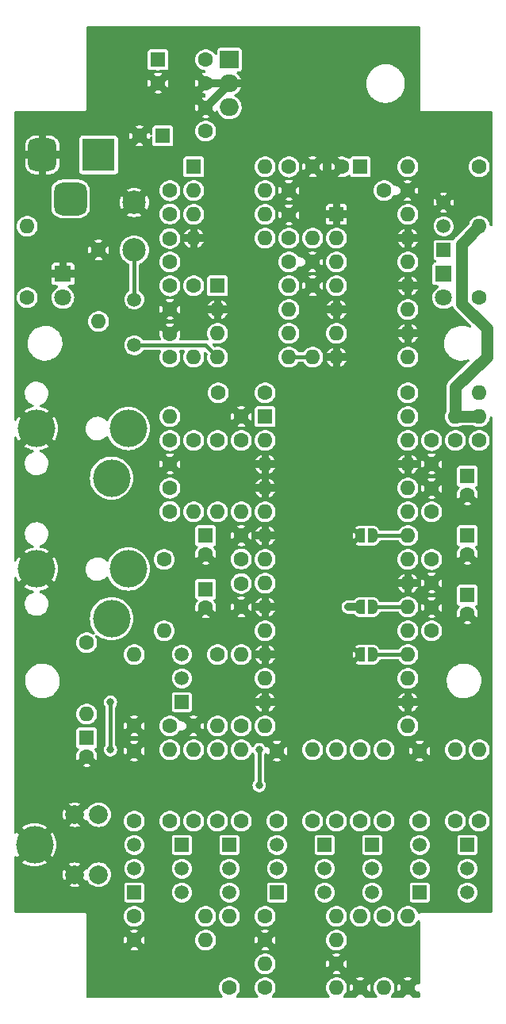
<source format=gbl>
%TF.GenerationSoftware,KiCad,Pcbnew,7.0.6*%
%TF.CreationDate,2024-08-31T12:14:03+02:00*%
%TF.ProjectId,Analog-Video-Comb-Filter,416e616c-6f67-42d5-9669-64656f2d436f,rev?*%
%TF.SameCoordinates,PX71d9820PY9157080*%
%TF.FileFunction,Copper,L2,Bot*%
%TF.FilePolarity,Positive*%
%FSLAX46Y46*%
G04 Gerber Fmt 4.6, Leading zero omitted, Abs format (unit mm)*
G04 Created by KiCad (PCBNEW 7.0.6) date 2024-08-31 12:14:03*
%MOMM*%
%LPD*%
G01*
G04 APERTURE LIST*
G04 Aperture macros list*
%AMRoundRect*
0 Rectangle with rounded corners*
0 $1 Rounding radius*
0 $2 $3 $4 $5 $6 $7 $8 $9 X,Y pos of 4 corners*
0 Add a 4 corners polygon primitive as box body*
4,1,4,$2,$3,$4,$5,$6,$7,$8,$9,$2,$3,0*
0 Add four circle primitives for the rounded corners*
1,1,$1+$1,$2,$3*
1,1,$1+$1,$4,$5*
1,1,$1+$1,$6,$7*
1,1,$1+$1,$8,$9*
0 Add four rect primitives between the rounded corners*
20,1,$1+$1,$2,$3,$4,$5,0*
20,1,$1+$1,$4,$5,$6,$7,0*
20,1,$1+$1,$6,$7,$8,$9,0*
20,1,$1+$1,$8,$9,$2,$3,0*%
%AMFreePoly0*
4,1,19,0.500000,-0.750000,0.000000,-0.750000,0.000000,-0.744911,-0.071157,-0.744911,-0.207708,-0.704816,-0.327430,-0.627875,-0.420627,-0.520320,-0.479746,-0.390866,-0.500000,-0.250000,-0.500000,0.250000,-0.479746,0.390866,-0.420627,0.520320,-0.327430,0.627875,-0.207708,0.704816,-0.071157,0.744911,0.000000,0.744911,0.000000,0.750000,0.500000,0.750000,0.500000,-0.750000,0.500000,-0.750000,
$1*%
%AMFreePoly1*
4,1,19,0.000000,0.744911,0.071157,0.744911,0.207708,0.704816,0.327430,0.627875,0.420627,0.520320,0.479746,0.390866,0.500000,0.250000,0.500000,-0.250000,0.479746,-0.390866,0.420627,-0.520320,0.327430,-0.627875,0.207708,-0.704816,0.071157,-0.744911,0.000000,-0.744911,0.000000,-0.750000,-0.500000,-0.750000,-0.500000,0.750000,0.000000,0.750000,0.000000,0.744911,0.000000,0.744911,
$1*%
G04 Aperture macros list end*
%TA.AperFunction,ComponentPad*%
%ADD10C,1.600000*%
%TD*%
%TA.AperFunction,ComponentPad*%
%ADD11O,1.600000X1.600000*%
%TD*%
%TA.AperFunction,ComponentPad*%
%ADD12R,1.600000X1.600000*%
%TD*%
%TA.AperFunction,ComponentPad*%
%ADD13R,3.500000X3.500000*%
%TD*%
%TA.AperFunction,ComponentPad*%
%ADD14RoundRect,0.750000X-0.750000X-1.000000X0.750000X-1.000000X0.750000X1.000000X-0.750000X1.000000X0*%
%TD*%
%TA.AperFunction,ComponentPad*%
%ADD15RoundRect,0.875000X-0.875000X-0.875000X0.875000X-0.875000X0.875000X0.875000X-0.875000X0.875000X0*%
%TD*%
%TA.AperFunction,ComponentPad*%
%ADD16C,2.500000*%
%TD*%
%TA.AperFunction,ComponentPad*%
%ADD17R,1.500000X1.500000*%
%TD*%
%TA.AperFunction,ComponentPad*%
%ADD18C,1.500000*%
%TD*%
%TA.AperFunction,ComponentPad*%
%ADD19R,2.000000X1.905000*%
%TD*%
%TA.AperFunction,ComponentPad*%
%ADD20O,2.000000X1.905000*%
%TD*%
%TA.AperFunction,ComponentPad*%
%ADD21C,4.000000*%
%TD*%
%TA.AperFunction,ComponentPad*%
%ADD22C,2.000000*%
%TD*%
%TA.AperFunction,SMDPad,CuDef*%
%ADD23FreePoly0,180.000000*%
%TD*%
%TA.AperFunction,SMDPad,CuDef*%
%ADD24FreePoly1,180.000000*%
%TD*%
%TA.AperFunction,ComponentPad*%
%ADD25R,1.800000X1.800000*%
%TD*%
%TA.AperFunction,ComponentPad*%
%ADD26C,1.800000*%
%TD*%
%TA.AperFunction,ViaPad*%
%ADD27C,0.800000*%
%TD*%
%TA.AperFunction,Conductor*%
%ADD28C,0.812800*%
%TD*%
%TA.AperFunction,Conductor*%
%ADD29C,1.270000*%
%TD*%
%TA.AperFunction,Conductor*%
%ADD30C,0.406400*%
%TD*%
G04 APERTURE END LIST*
D10*
%TO.P,R3,1*%
%TO.N,/Y*%
X25400000Y2540000D03*
D11*
%TO.P,R3,2*%
%TO.N,Net-(Q2-E)*%
X25400000Y10160000D03*
%TD*%
D10*
%TO.P,C10,1*%
%TO.N,GND*%
X15240000Y27820000D03*
%TO.P,C10,2*%
%TO.N,Net-(Q8-E)*%
X15240000Y20320000D03*
%TD*%
D12*
%TO.P,U4,1*%
%TO.N,GND*%
X36830000Y85090000D03*
D11*
%TO.P,U4,2*%
%TO.N,unconnected-(U4-Pad2)*%
X36830000Y82550000D03*
%TO.P,U4,3*%
%TO.N,Net-(U5-BURST)*%
X36830000Y80010000D03*
%TO.P,U4,4*%
%TO.N,Net-(U3-BG)*%
X36830000Y77470000D03*
%TO.P,U4,5*%
%TO.N,GND*%
X36830000Y74930000D03*
%TO.P,U4,6*%
%TO.N,unconnected-(U4-Pad6)*%
X36830000Y72390000D03*
%TO.P,U4,7,GND*%
%TO.N,GND*%
X36830000Y69850000D03*
%TO.P,U4,8*%
%TO.N,unconnected-(U4-Pad8)*%
X44450000Y69850000D03*
%TO.P,U4,9*%
%TO.N,GND*%
X44450000Y72390000D03*
%TO.P,U4,10*%
%TO.N,unconnected-(U4-Pad10)*%
X44450000Y74930000D03*
%TO.P,U4,11*%
%TO.N,GND*%
X44450000Y77470000D03*
%TO.P,U4,12*%
%TO.N,unconnected-(U4-Pad12)*%
X44450000Y80010000D03*
%TO.P,U4,13*%
%TO.N,GND*%
X44450000Y82550000D03*
%TO.P,U4,14,VCC*%
%TO.N,VCC*%
X44450000Y85090000D03*
%TD*%
D10*
%TO.P,R24,1*%
%TO.N,GND*%
X15240000Y7620000D03*
D11*
%TO.P,R24,2*%
%TO.N,Net-(Q9-E)*%
X22860000Y7620000D03*
%TD*%
D10*
%TO.P,L1,1,1*%
%TO.N,+12V*%
X10160000Y39370000D03*
D11*
%TO.P,L1,2,2*%
%TO.N,+12VA*%
X10160000Y31750000D03*
%TD*%
D10*
%TO.P,R21,1*%
%TO.N,Net-(Q8-E)*%
X19050000Y20320000D03*
D11*
%TO.P,R21,2*%
%TO.N,+12VA*%
X19050000Y27940000D03*
%TD*%
D10*
%TO.P,R6,1*%
%TO.N,Net-(Q2-C)*%
X26670000Y20320000D03*
D11*
%TO.P,R6,2*%
%TO.N,+12VA*%
X26670000Y27940000D03*
%TD*%
D10*
%TO.P,C11,1*%
%TO.N,VCC*%
X31750000Y90170000D03*
%TO.P,C11,2*%
%TO.N,GND*%
X31750000Y87670000D03*
%TD*%
%TO.P,R1,1*%
%TO.N,Net-(D1-A)*%
X3810000Y76200000D03*
D11*
%TO.P,R1,2*%
%TO.N,+12V*%
X3810000Y83820000D03*
%TD*%
D10*
%TO.P,R5,1*%
%TO.N,GND*%
X39370000Y2540000D03*
D11*
%TO.P,R5,2*%
%TO.N,Net-(Q1-E)*%
X39370000Y10160000D03*
%TD*%
D10*
%TO.P,R19,1*%
%TO.N,Net-(Q7-C)*%
X24130000Y38100000D03*
D11*
%TO.P,R19,2*%
%TO.N,+12VA*%
X24130000Y30480000D03*
%TD*%
D12*
%TO.P,U2,1,FSC*%
%TO.N,Net-(U2-FSC)*%
X29210000Y63500000D03*
D11*
%TO.P,U2,2,i.c.*%
%TO.N,unconnected-(U2-i.c.-Pad2)*%
X29210000Y60960000D03*
%TO.P,U2,3,BYP*%
%TO.N,GND*%
X29210000Y58420000D03*
%TO.P,U2,4,i.c.*%
X29210000Y55880000D03*
%TO.P,U2,5,REFBP*%
%TO.N,Net-(U2-REFBP)*%
X29210000Y53340000D03*
%TO.P,U2,6,SSYN*%
%TO.N,GND*%
X29210000Y50800000D03*
%TO.P,U2,7,VCCA*%
%TO.N,+5VA*%
X29210000Y48260000D03*
%TO.P,U2,8,VCCO*%
%TO.N,+5VP*%
X29210000Y45720000D03*
%TO.P,U2,9,AGND*%
%TO.N,GND*%
X29210000Y43180000D03*
%TO.P,U2,10,CEXT*%
%TO.N,unconnected-(U2-CEXT-Pad10)*%
X29210000Y40640000D03*
%TO.P,U2,11,OGND*%
%TO.N,GND*%
X29210000Y38100000D03*
%TO.P,U2,12,CO*%
%TO.N,/DRV-C*%
X29210000Y35560000D03*
%TO.P,U2,13,FSCSW*%
%TO.N,GND*%
X29210000Y33020000D03*
%TO.P,U2,14,YO*%
%TO.N,/DRV-Y*%
X29210000Y30480000D03*
%TO.P,U2,15,CVBSO*%
%TO.N,/DRV-CV*%
X44450000Y30480000D03*
%TO.P,U2,16,i.c.*%
%TO.N,GND*%
X44450000Y33020000D03*
%TO.P,U2,17,YEXT/CVBS*%
%TO.N,Net-(U2-YEXT{slash}CVBS)*%
X44450000Y35560000D03*
%TO.P,U2,18,LPFION*%
%TO.N,Net-(JP3-A)*%
X44450000Y38100000D03*
%TO.P,U2,19,CSY*%
%TO.N,Net-(U2-CSY)*%
X44450000Y40640000D03*
%TO.P,U2,20,SYS1*%
%TO.N,Net-(JP2-A)*%
X44450000Y43180000D03*
%TO.P,U2,21,DGND*%
%TO.N,GND*%
X44450000Y45720000D03*
%TO.P,U2,22,VDDD*%
%TO.N,+5VD*%
X44450000Y48260000D03*
%TO.P,U2,23,SYS2*%
%TO.N,Net-(JP1-A)*%
X44450000Y50800000D03*
%TO.P,U2,24,REFDL*%
%TO.N,/REFDL*%
X44450000Y53340000D03*
%TO.P,U2,25,COMBENA*%
%TO.N,Net-(U2-COMBENA)*%
X44450000Y55880000D03*
%TO.P,U2,26,PLLGND*%
%TO.N,GND*%
X44450000Y58420000D03*
%TO.P,U2,27,VCCPLL*%
%TO.N,+5VL*%
X44450000Y60960000D03*
%TO.P,U2,28,i.c.*%
%TO.N,unconnected-(U2-i.c.-Pad28)*%
X44450000Y63500000D03*
%TD*%
D10*
%TO.P,C8,1*%
%TO.N,+5V*%
X22860000Y93980000D03*
%TO.P,C8,2*%
%TO.N,GND*%
X22860000Y96480000D03*
%TD*%
%TO.P,C29,1*%
%TO.N,Net-(U5-INT)*%
X31750000Y82550000D03*
%TO.P,C29,2*%
%TO.N,GND*%
X31750000Y85050000D03*
%TD*%
D12*
%TO.P,C3,1*%
%TO.N,+12V*%
X17780000Y101600000D03*
D10*
%TO.P,C3,2*%
%TO.N,GND*%
X17780000Y99100000D03*
%TD*%
%TO.P,C19,1*%
%TO.N,Net-(U3-PD)*%
X19050000Y69850000D03*
%TO.P,C19,2*%
%TO.N,GND*%
X19050000Y72350000D03*
%TD*%
%TO.P,R4,1*%
%TO.N,Net-(Q1-C)*%
X41910000Y20320000D03*
D11*
%TO.P,R4,2*%
%TO.N,+12VA*%
X41910000Y27940000D03*
%TD*%
D10*
%TO.P,R20,1*%
%TO.N,GND*%
X15240000Y30480000D03*
D11*
%TO.P,R20,2*%
%TO.N,Net-(Q7-E)*%
X15240000Y38100000D03*
%TD*%
D10*
%TO.P,L6,1,1*%
%TO.N,+5VL*%
X49530000Y60960000D03*
D11*
%TO.P,L6,2,2*%
%TO.N,+5V*%
X49530000Y63500000D03*
%TD*%
D13*
%TO.P,J1,1*%
%TO.N,+12V*%
X11430000Y91440000D03*
D14*
%TO.P,J1,2*%
%TO.N,GND*%
X5430000Y91440000D03*
D15*
%TO.P,J1,3*%
%TO.N,unconnected-(J1-Pad3)*%
X8430000Y86740000D03*
%TD*%
D16*
%TO.P,C24,1*%
%TO.N,Net-(C24-Pad1)*%
X15240000Y81280000D03*
%TO.P,C24,2*%
%TO.N,GND*%
X15240000Y86360000D03*
%TD*%
D10*
%TO.P,C21,1*%
%TO.N,Net-(U3-CVBS)*%
X19050000Y80010000D03*
%TO.P,C21,2*%
%TO.N,/CVBS-IN*%
X19050000Y82510000D03*
%TD*%
%TO.P,C17,1*%
%TO.N,Net-(U2-FSC)*%
X29210000Y66040000D03*
%TO.P,C17,2*%
%TO.N,Net-(U3-FSC)*%
X24210000Y66040000D03*
%TD*%
D17*
%TO.P,Q3,1,C*%
%TO.N,Net-(Q1-B)*%
X45720000Y12700000D03*
D18*
%TO.P,Q3,2,B*%
%TO.N,Net-(Q3-B)*%
X45720000Y15240000D03*
%TO.P,Q3,3,E*%
%TO.N,Net-(Q3-E)*%
X45720000Y17780000D03*
%TD*%
D10*
%TO.P,R8,1*%
%TO.N,Net-(Q3-E)*%
X49530000Y20320000D03*
D11*
%TO.P,R8,2*%
%TO.N,+12VA*%
X49530000Y27940000D03*
%TD*%
D10*
%TO.P,C26,1*%
%TO.N,/CVBS-IN*%
X19050000Y85130000D03*
%TO.P,C26,2*%
%TO.N,Net-(U5-VIDEO)*%
X19050000Y87630000D03*
%TD*%
D12*
%TO.P,C9,1*%
%TO.N,VCC*%
X39370000Y90170000D03*
D10*
%TO.P,C9,2*%
%TO.N,GND*%
X37370000Y90170000D03*
%TD*%
%TO.P,C4,1*%
%TO.N,GND*%
X45720000Y27820000D03*
%TO.P,C4,2*%
%TO.N,Net-(Q3-E)*%
X45720000Y20320000D03*
%TD*%
D17*
%TO.P,Q2,1,C*%
%TO.N,Net-(Q2-C)*%
X25400000Y17780000D03*
D18*
%TO.P,Q2,2,B*%
%TO.N,Net-(Q2-B)*%
X25400000Y15240000D03*
%TO.P,Q2,3,E*%
%TO.N,Net-(Q2-E)*%
X25400000Y12700000D03*
%TD*%
D10*
%TO.P,C33,1*%
%TO.N,+5VL*%
X46990000Y60960000D03*
%TO.P,C33,2*%
%TO.N,GND*%
X46990000Y58460000D03*
%TD*%
D19*
%TO.P,U1,1,IN*%
%TO.N,+12V*%
X25400000Y101600000D03*
D20*
%TO.P,U1,2,GND*%
%TO.N,GND*%
X25400000Y99060000D03*
%TO.P,U1,3,OUT*%
%TO.N,+5V*%
X25400000Y96520000D03*
%TD*%
D10*
%TO.P,R9,1*%
%TO.N,Net-(Q4-E)*%
X34290000Y20320000D03*
D11*
%TO.P,R9,2*%
%TO.N,+12VA*%
X34290000Y27940000D03*
%TD*%
D21*
%TO.P,J3,1,In*%
%TO.N,/CVBS-OUT*%
X14605000Y47230000D03*
%TO.P,J3,2,Ext*%
%TO.N,GND*%
X4805000Y47230000D03*
%TO.P,J3,3,Sw*%
%TO.N,unconnected-(J3-Sw-Pad3)*%
X12805000Y41930000D03*
%TD*%
D17*
%TO.P,Q1,1,C*%
%TO.N,Net-(Q1-C)*%
X40640000Y17780000D03*
D18*
%TO.P,Q1,2,B*%
%TO.N,Net-(Q1-B)*%
X40640000Y15240000D03*
%TO.P,Q1,3,E*%
%TO.N,Net-(Q1-E)*%
X40640000Y12700000D03*
%TD*%
D10*
%TO.P,R13,1*%
%TO.N,GND*%
X44450000Y2540000D03*
D11*
%TO.P,R13,2*%
%TO.N,Net-(Q5-E)*%
X44450000Y10160000D03*
%TD*%
D10*
%TO.P,R27,1*%
%TO.N,GND*%
X26670000Y63500000D03*
D11*
%TO.P,R27,2*%
%TO.N,Net-(U3-FSC)*%
X19050000Y63500000D03*
%TD*%
D10*
%TO.P,C2,1*%
%TO.N,+12VA*%
X19050000Y30480000D03*
%TO.P,C2,2*%
%TO.N,GND*%
X21550000Y30480000D03*
%TD*%
D18*
%TO.P,Y1,1,1*%
%TO.N,Net-(C24-Pad1)*%
X15240000Y76000000D03*
%TO.P,Y1,2,2*%
%TO.N,Net-(U3-XTAL)*%
X15240000Y71120000D03*
%TD*%
D10*
%TO.P,C20,1*%
%TO.N,+5VD*%
X46990000Y48260000D03*
%TO.P,C20,2*%
%TO.N,GND*%
X46990000Y45760000D03*
%TD*%
D17*
%TO.P,Q5,1,C*%
%TO.N,Net-(Q3-B)*%
X50800000Y17780000D03*
D18*
%TO.P,Q5,2,B*%
%TO.N,Net-(Q5-B)*%
X50800000Y15240000D03*
%TO.P,Q5,3,E*%
%TO.N,Net-(Q5-E)*%
X50800000Y12700000D03*
%TD*%
D17*
%TO.P,Q6,1,C*%
%TO.N,Net-(Q4-B)*%
X35560000Y17780000D03*
D18*
%TO.P,Q6,2,B*%
%TO.N,Net-(Q6-B)*%
X35560000Y15240000D03*
%TO.P,Q6,3,E*%
%TO.N,Net-(Q6-E)*%
X35560000Y12700000D03*
%TD*%
D10*
%TO.P,L3,1,1*%
%TO.N,+5V*%
X24130000Y60960000D03*
D11*
%TO.P,L3,2,2*%
%TO.N,+5VA*%
X24130000Y53340000D03*
%TD*%
D10*
%TO.P,C25,1*%
%TO.N,Net-(U2-CSY)*%
X46990000Y40640000D03*
%TO.P,C25,2*%
%TO.N,GND*%
X46990000Y43140000D03*
%TD*%
D12*
%TO.P,U3,1,FSC*%
%TO.N,Net-(U3-FSC)*%
X24130000Y77470000D03*
D11*
%TO.P,U3,2,GND*%
%TO.N,GND*%
X24130000Y74930000D03*
%TO.P,U3,3,PD*%
%TO.N,Net-(U3-PD)*%
X24130000Y72390000D03*
%TO.P,U3,4,XTAL*%
%TO.N,Net-(U3-XTAL)*%
X24130000Y69850000D03*
%TO.P,U3,5,4FSC*%
%TO.N,Net-(U3-4FSC)*%
X31750000Y69850000D03*
%TO.P,U3,6,CVBS*%
%TO.N,Net-(U3-CVBS)*%
X31750000Y72390000D03*
%TO.P,U3,7,BG*%
%TO.N,Net-(U3-BG)*%
X31750000Y74930000D03*
%TO.P,U3,8,VCC*%
%TO.N,VCC*%
X31750000Y77470000D03*
%TD*%
D10*
%TO.P,C22,1*%
%TO.N,Net-(C22-Pad1)*%
X19050000Y77470000D03*
%TO.P,C22,2*%
%TO.N,GND*%
X19050000Y74970000D03*
%TD*%
%TO.P,R26,1*%
%TO.N,Net-(C15-Pad1)*%
X26670000Y60960000D03*
D11*
%TO.P,R26,2*%
%TO.N,Net-(U2-REFBP)*%
X26670000Y53340000D03*
%TD*%
D17*
%TO.P,Q4,1,C*%
%TO.N,Net-(Q2-B)*%
X30480000Y12700000D03*
D18*
%TO.P,Q4,2,B*%
%TO.N,Net-(Q4-B)*%
X30480000Y15240000D03*
%TO.P,Q4,3,E*%
%TO.N,Net-(Q4-E)*%
X30480000Y17780000D03*
%TD*%
D10*
%TO.P,R29,1*%
%TO.N,GND*%
X34290000Y77470000D03*
D11*
%TO.P,R29,2*%
%TO.N,Net-(U3-4FSC)*%
X34290000Y69850000D03*
%TD*%
D10*
%TO.P,L4,1,1*%
%TO.N,+5VD*%
X52070000Y60960000D03*
D11*
%TO.P,L4,2,2*%
%TO.N,+5V*%
X52070000Y63500000D03*
%TD*%
D10*
%TO.P,C5,1*%
%TO.N,GND*%
X30480000Y27820000D03*
%TO.P,C5,2*%
%TO.N,Net-(Q4-E)*%
X30480000Y20320000D03*
%TD*%
D17*
%TO.P,Q8,1,C*%
%TO.N,Net-(Q7-B)*%
X15240000Y12700000D03*
D18*
%TO.P,Q8,2,B*%
%TO.N,Net-(Q8-B)*%
X15240000Y15240000D03*
%TO.P,Q8,3,E*%
%TO.N,Net-(Q8-E)*%
X15240000Y17780000D03*
%TD*%
D10*
%TO.P,R11,1*%
%TO.N,Net-(Q2-B)*%
X29210000Y10160000D03*
D11*
%TO.P,R11,2*%
%TO.N,Net-(Q6-E)*%
X36830000Y10160000D03*
%TD*%
D10*
%TO.P,C28,1*%
%TO.N,Net-(U2-YEXT{slash}CVBS)*%
X19050000Y53380000D03*
%TO.P,C28,2*%
%TO.N,/CVBS-IN*%
X19050000Y55880000D03*
%TD*%
%TO.P,R23,1*%
%TO.N,Net-(Q8-B)*%
X21590000Y20320000D03*
D11*
%TO.P,R23,2*%
%TO.N,+12VA*%
X21590000Y27940000D03*
%TD*%
D12*
%TO.P,C1,1*%
%TO.N,+12VA*%
X10160000Y29210000D03*
D10*
%TO.P,C1,2*%
%TO.N,GND*%
X10160000Y27210000D03*
%TD*%
D12*
%TO.P,C18,1*%
%TO.N,+5VD*%
X50800000Y44450000D03*
D10*
%TO.P,C18,2*%
%TO.N,GND*%
X50800000Y42450000D03*
%TD*%
%TO.P,R15,1*%
%TO.N,GND*%
X29210000Y7620000D03*
D11*
%TO.P,R15,2*%
%TO.N,Net-(Q6-E)*%
X36830000Y7620000D03*
%TD*%
D10*
%TO.P,R14,1*%
%TO.N,Net-(Q4-B)*%
X36830000Y20320000D03*
D11*
%TO.P,R14,2*%
%TO.N,+12VA*%
X36830000Y27940000D03*
%TD*%
D10*
%TO.P,L2,1,1*%
%TO.N,+5V*%
X52070000Y90170000D03*
D11*
%TO.P,L2,2,2*%
%TO.N,VCC*%
X44450000Y90170000D03*
%TD*%
D10*
%TO.P,R25,1*%
%TO.N,Net-(Q9-B)*%
X24130000Y20320000D03*
D11*
%TO.P,R25,2*%
%TO.N,/DRV-CV*%
X24130000Y27940000D03*
%TD*%
D10*
%TO.P,R22,1*%
%TO.N,Net-(Q7-B)*%
X15240000Y10160000D03*
D11*
%TO.P,R22,2*%
%TO.N,Net-(Q9-E)*%
X22860000Y10160000D03*
%TD*%
D17*
%TO.P,Q7,1,C*%
%TO.N,Net-(Q7-C)*%
X20320000Y33020000D03*
D18*
%TO.P,Q7,2,B*%
%TO.N,Net-(Q7-B)*%
X20320000Y35560000D03*
%TO.P,Q7,3,E*%
%TO.N,Net-(Q7-E)*%
X20320000Y38100000D03*
%TD*%
D22*
%TO.P,J2,1*%
%TO.N,GND*%
X8890000Y14605000D03*
%TO.P,J2,2*%
X8890000Y21005000D03*
%TO.P,J2,3*%
%TO.N,/Y*%
X11430000Y14605000D03*
%TO.P,J2,4*%
%TO.N,/C*%
X11430000Y21005000D03*
D21*
%TO.P,J2,5*%
%TO.N,GND*%
X4590000Y17805000D03*
%TD*%
D10*
%TO.P,R18,1*%
%TO.N,/CVBS-OUT*%
X18415000Y48260000D03*
D11*
%TO.P,R18,2*%
%TO.N,Net-(Q7-E)*%
X18415000Y40640000D03*
%TD*%
D12*
%TO.P,U5,1,CSYNC*%
%TO.N,unconnected-(U5-CSYNC-Pad1)*%
X21590000Y90170000D03*
D11*
%TO.P,U5,2,VIDEO*%
%TO.N,Net-(U5-VIDEO)*%
X21590000Y87630000D03*
%TO.P,U5,3,FRAME*%
%TO.N,unconnected-(U5-FRAME-Pad3)*%
X21590000Y85090000D03*
%TO.P,U5,4,GND*%
%TO.N,GND*%
X21590000Y82550000D03*
%TO.P,U5,5,BURST*%
%TO.N,Net-(U5-BURST)*%
X29210000Y82550000D03*
%TO.P,U5,6,INT*%
%TO.N,Net-(U5-INT)*%
X29210000Y85090000D03*
%TO.P,U5,7,O/E*%
%TO.N,unconnected-(U5-O{slash}E-Pad7)*%
X29210000Y87630000D03*
%TO.P,U5,8,VCC*%
%TO.N,VCC*%
X29210000Y90170000D03*
%TD*%
D10*
%TO.P,C12,1*%
%TO.N,VCC*%
X31750000Y80010000D03*
%TO.P,C12,2*%
%TO.N,GND*%
X34250000Y80010000D03*
%TD*%
%TO.P,R28,1*%
%TO.N,Net-(C22-Pad1)*%
X21590000Y77470000D03*
D11*
%TO.P,R28,2*%
%TO.N,Net-(U3-PD)*%
X21590000Y69850000D03*
%TD*%
D10*
%TO.P,R31,1*%
%TO.N,GND*%
X34290000Y90170000D03*
D11*
%TO.P,R31,2*%
%TO.N,Net-(U5-INT)*%
X34290000Y82550000D03*
%TD*%
D10*
%TO.P,R32,1*%
%TO.N,Net-(D2-A)*%
X52070000Y76200000D03*
D11*
%TO.P,R32,2*%
%TO.N,+5V*%
X52070000Y83820000D03*
%TD*%
D12*
%TO.P,C31,1*%
%TO.N,+5VL*%
X50800000Y57150000D03*
D10*
%TO.P,C31,2*%
%TO.N,GND*%
X50800000Y55150000D03*
%TD*%
D21*
%TO.P,J4,1,In*%
%TO.N,/CVBS-IN*%
X14605000Y62230000D03*
%TO.P,J4,2,Ext*%
%TO.N,GND*%
X4805000Y62230000D03*
%TO.P,J4,3,Sw*%
%TO.N,unconnected-(J4-Sw-Pad3)*%
X12805000Y56930000D03*
%TD*%
D10*
%TO.P,R10,1*%
%TO.N,Net-(Q1-B)*%
X41910000Y10160000D03*
D11*
%TO.P,R10,2*%
%TO.N,Net-(Q5-E)*%
X41910000Y2540000D03*
%TD*%
D10*
%TO.P,C30,1*%
%TO.N,/REFDL*%
X46990000Y53340000D03*
%TO.P,C30,2*%
%TO.N,GND*%
X46990000Y55840000D03*
%TD*%
%TO.P,R16,1*%
%TO.N,Net-(Q5-B)*%
X26670000Y30480000D03*
D11*
%TO.P,R16,2*%
%TO.N,/DRV-C*%
X26670000Y38100000D03*
%TD*%
D10*
%TO.P,C13,1*%
%TO.N,VCC*%
X41910000Y87630000D03*
%TO.P,C13,2*%
%TO.N,GND*%
X44410000Y87630000D03*
%TD*%
%TO.P,C6,1*%
%TO.N,+12V*%
X22860000Y101600000D03*
%TO.P,C6,2*%
%TO.N,GND*%
X22860000Y99100000D03*
%TD*%
%TO.P,R17,1*%
%TO.N,Net-(Q6-B)*%
X39370000Y20320000D03*
D11*
%TO.P,R17,2*%
%TO.N,/DRV-Y*%
X39370000Y27940000D03*
%TD*%
D12*
%TO.P,C32,1*%
%TO.N,/REFDL*%
X50800000Y50800000D03*
D10*
%TO.P,C32,2*%
%TO.N,GND*%
X50800000Y48800000D03*
%TD*%
D12*
%TO.P,C7,1*%
%TO.N,+5V*%
X18288000Y93472000D03*
D10*
%TO.P,C7,2*%
%TO.N,GND*%
X15788000Y93472000D03*
%TD*%
%TO.P,R7,1*%
%TO.N,GND*%
X36830000Y5080000D03*
D11*
%TO.P,R7,2*%
%TO.N,Net-(Q2-E)*%
X29210000Y5080000D03*
%TD*%
D17*
%TO.P,Q9,1,C*%
%TO.N,Net-(Q8-B)*%
X20320000Y17780000D03*
D18*
%TO.P,Q9,2,B*%
%TO.N,Net-(Q9-B)*%
X20320000Y15240000D03*
%TO.P,Q9,3,E*%
%TO.N,Net-(Q9-E)*%
X20320000Y12700000D03*
%TD*%
D10*
%TO.P,R30,1*%
%TO.N,Net-(U2-COMBENA)*%
X44450000Y66040000D03*
D11*
%TO.P,R30,2*%
%TO.N,Net-(Q10-B)*%
X52070000Y66040000D03*
%TD*%
D10*
%TO.P,R33,1*%
%TO.N,GND*%
X11430000Y81280000D03*
D11*
%TO.P,R33,2*%
%TO.N,/CVBS-IN*%
X11430000Y73660000D03*
%TD*%
D10*
%TO.P,L5,1,1*%
%TO.N,+5V*%
X21590000Y60960000D03*
D11*
%TO.P,L5,2,2*%
%TO.N,+5VP*%
X21590000Y53340000D03*
%TD*%
D17*
%TO.P,Q10,1,C*%
%TO.N,Net-(D2-K)*%
X48260000Y81280000D03*
D18*
%TO.P,Q10,2,B*%
%TO.N,Net-(Q10-B)*%
X48260000Y83820000D03*
%TO.P,Q10,3,E*%
%TO.N,GND*%
X48260000Y86360000D03*
%TD*%
D10*
%TO.P,C16,1*%
%TO.N,+5VA*%
X26670000Y48300000D03*
%TO.P,C16,2*%
%TO.N,GND*%
X26670000Y50800000D03*
%TD*%
%TO.P,C27,1*%
%TO.N,+5VP*%
X26670000Y45680000D03*
%TO.P,C27,2*%
%TO.N,GND*%
X26670000Y43180000D03*
%TD*%
D12*
%TO.P,C23,1*%
%TO.N,+5VP*%
X22860000Y45085000D03*
D10*
%TO.P,C23,2*%
%TO.N,GND*%
X22860000Y43085000D03*
%TD*%
%TO.P,R2,1*%
%TO.N,/C*%
X29210000Y2540000D03*
D11*
%TO.P,R2,2*%
%TO.N,Net-(Q1-E)*%
X36830000Y2540000D03*
%TD*%
D10*
%TO.P,R12,1*%
%TO.N,Net-(Q3-B)*%
X52070000Y20320000D03*
D11*
%TO.P,R12,2*%
%TO.N,+12VA*%
X52070000Y27940000D03*
%TD*%
D12*
%TO.P,C14,1*%
%TO.N,+5VA*%
X22860000Y50800000D03*
D10*
%TO.P,C14,2*%
%TO.N,GND*%
X22860000Y48800000D03*
%TD*%
%TO.P,C15,1*%
%TO.N,Net-(C15-Pad1)*%
X19050000Y60960000D03*
%TO.P,C15,2*%
%TO.N,GND*%
X19050000Y58460000D03*
%TD*%
D23*
%TO.P,JP1,1,A*%
%TO.N,Net-(JP1-A)*%
X40670000Y50800000D03*
D24*
%TO.P,JP1,2,B*%
%TO.N,GND*%
X39370000Y50800000D03*
%TD*%
D23*
%TO.P,JP3,1,A*%
%TO.N,Net-(JP3-A)*%
X40670000Y38100000D03*
D24*
%TO.P,JP3,2,B*%
%TO.N,GND*%
X39370000Y38100000D03*
%TD*%
D25*
%TO.P,D2,1,K*%
%TO.N,Net-(D2-K)*%
X48260000Y78740000D03*
D26*
%TO.P,D2,2,A*%
%TO.N,Net-(D2-A)*%
X48260000Y76200000D03*
%TD*%
D23*
%TO.P,JP2,1,A*%
%TO.N,Net-(JP2-A)*%
X40670000Y43180000D03*
D24*
%TO.P,JP2,2,B*%
%TO.N,+5VD*%
X39370000Y43180000D03*
%TD*%
D25*
%TO.P,D1,1,K*%
%TO.N,GND*%
X7620000Y78740000D03*
D26*
%TO.P,D1,2,A*%
%TO.N,Net-(D1-A)*%
X7620000Y76200000D03*
%TD*%
D27*
%TO.N,+5VD*%
X38100000Y43180000D03*
%TO.N,Net-(Q5-B)*%
X28575000Y27940000D03*
X28575000Y24130000D03*
%TO.N,Net-(Q7-B)*%
X12700000Y33020000D03*
X12700000Y27940000D03*
%TD*%
D28*
%TO.N,GND*%
X25400000Y99020000D02*
X22860000Y96480000D01*
X25400000Y99060000D02*
X25400000Y99020000D01*
X25360000Y99100000D02*
X25400000Y99060000D01*
X22860000Y99100000D02*
X25360000Y99100000D01*
D29*
%TO.N,+5V*%
X52851800Y72878200D02*
X50165000Y75565000D01*
X49530000Y63500000D02*
X49530000Y66675000D01*
X52851800Y69850000D02*
X52851800Y72878200D01*
X50165000Y81915000D02*
X52070000Y83820000D01*
X50165000Y75565000D02*
X50165000Y81915000D01*
X49530000Y66675000D02*
X52851800Y69850000D01*
X49530000Y63500000D02*
X52070000Y63500000D01*
D28*
%TO.N,+5VD*%
X39370000Y43180000D02*
X38100000Y43180000D01*
D30*
%TO.N,Net-(C24-Pad1)*%
X15240000Y76000000D02*
X15240000Y81280000D01*
%TO.N,Net-(JP1-A)*%
X40670000Y50800000D02*
X44450000Y50800000D01*
%TO.N,Net-(JP2-A)*%
X44450000Y43180000D02*
X40670000Y43180000D01*
%TO.N,Net-(JP3-A)*%
X40670000Y38100000D02*
X44450000Y38100000D01*
%TO.N,Net-(Q5-B)*%
X28575000Y24130000D02*
X28575000Y27940000D01*
%TO.N,Net-(Q7-B)*%
X12700000Y27940000D02*
X12700000Y33020000D01*
%TO.N,Net-(U3-4FSC)*%
X34290000Y69850000D02*
X31750000Y69850000D01*
%TO.N,Net-(U3-XTAL)*%
X15240000Y71120000D02*
X22860000Y71120000D01*
X22860000Y71120000D02*
X24130000Y69850000D01*
%TD*%
%TA.AperFunction,Conductor*%
%TO.N,GND*%
G36*
X45660600Y105186016D02*
G01*
X45716016Y105130600D01*
X45736300Y105054900D01*
X45736300Y96293508D01*
X45739114Y96287663D01*
X45750306Y96255676D01*
X45751750Y96249347D01*
X45751752Y96249343D01*
X45755798Y96244270D01*
X45773831Y96215571D01*
X45776643Y96209731D01*
X45776644Y96209730D01*
X45781716Y96205685D01*
X45805680Y96181722D01*
X45809729Y96176645D01*
X45815568Y96173833D01*
X45844274Y96155796D01*
X45849345Y96151752D01*
X45855669Y96150309D01*
X45887666Y96139113D01*
X45893507Y96136300D01*
X45917046Y96136300D01*
X53334900Y96136300D01*
X53410600Y96116016D01*
X53466016Y96060600D01*
X53486300Y95984900D01*
X53486300Y83971400D01*
X53466016Y83895700D01*
X53410600Y83840284D01*
X53334900Y83820000D01*
X53318054Y83820000D01*
X53242354Y83840284D01*
X53186938Y83895700D01*
X53167300Y83957431D01*
X53161135Y84023968D01*
X53105077Y84220991D01*
X53013771Y84404358D01*
X53013770Y84404359D01*
X53013770Y84404360D01*
X52890332Y84567820D01*
X52890327Y84567825D01*
X52890326Y84567826D01*
X52738946Y84705827D01*
X52587357Y84799687D01*
X52564787Y84813662D01*
X52564776Y84813668D01*
X52373783Y84887658D01*
X52373773Y84887661D01*
X52172421Y84925300D01*
X51967579Y84925300D01*
X51967578Y84925300D01*
X51766226Y84887661D01*
X51766216Y84887658D01*
X51575223Y84813668D01*
X51575212Y84813662D01*
X51401052Y84705826D01*
X51249667Y84567820D01*
X51126229Y84404360D01*
X51034923Y84220992D01*
X51034920Y84220986D01*
X51003417Y84110263D01*
X50964853Y84044640D01*
X49560858Y82640645D01*
X49542799Y82625220D01*
X49532352Y82617630D01*
X49532349Y82617628D01*
X49484019Y82563953D01*
X49481297Y82561084D01*
X49465262Y82545047D01*
X49465259Y82545044D01*
X49450992Y82527427D01*
X49448421Y82524416D01*
X49400088Y82470736D01*
X49393626Y82459544D01*
X49380184Y82439986D01*
X49372059Y82429952D01*
X49372055Y82429946D01*
X49343044Y82373010D01*
X49290602Y82314770D01*
X49216067Y82290554D01*
X49146994Y82303247D01*
X49112742Y82318371D01*
X49081110Y82332338D01*
X49081104Y82332339D01*
X49055581Y82335300D01*
X47464419Y82335300D01*
X47438892Y82332339D01*
X47399103Y82314770D01*
X47334475Y82286234D01*
X47334474Y82286233D01*
X47334473Y82286233D01*
X47253766Y82205526D01*
X47207662Y82101111D01*
X47207661Y82101105D01*
X47204700Y82075582D01*
X47204700Y80484420D01*
X47207661Y80458893D01*
X47207662Y80458891D01*
X47253766Y80354475D01*
X47334475Y80273766D01*
X47421821Y80235200D01*
X47482877Y80186068D01*
X47511188Y80112990D01*
X47499167Y80035547D01*
X47450035Y79974490D01*
X47376957Y79946179D01*
X47360670Y79945300D01*
X47314420Y79945300D01*
X47288892Y79942339D01*
X47236682Y79919286D01*
X47184475Y79896234D01*
X47184474Y79896233D01*
X47184473Y79896233D01*
X47103766Y79815526D01*
X47057662Y79711111D01*
X47057661Y79711105D01*
X47054700Y79685582D01*
X47054700Y77794420D01*
X47057661Y77768893D01*
X47057662Y77768891D01*
X47103766Y77664475D01*
X47184475Y77583766D01*
X47288891Y77537662D01*
X47314421Y77534700D01*
X47593936Y77534701D01*
X47669634Y77514418D01*
X47725050Y77459001D01*
X47745334Y77383302D01*
X47725051Y77307601D01*
X47673636Y77254579D01*
X47530531Y77165972D01*
X47530529Y77165971D01*
X47365454Y77015483D01*
X47365450Y77015479D01*
X47230843Y76837229D01*
X47131276Y76637271D01*
X47131274Y76637265D01*
X47070147Y76422429D01*
X47070145Y76422420D01*
X47049536Y76200002D01*
X47049536Y76199999D01*
X47070145Y75977581D01*
X47070147Y75977572D01*
X47131274Y75762736D01*
X47131276Y75762730D01*
X47230843Y75562772D01*
X47365450Y75384522D01*
X47365454Y75384518D01*
X47530527Y75234033D01*
X47530528Y75234032D01*
X47530532Y75234029D01*
X47692125Y75133975D01*
X47720453Y75116435D01*
X47928735Y75035747D01*
X47928736Y75035747D01*
X47928741Y75035745D01*
X48148312Y74994700D01*
X48148316Y74994700D01*
X48371684Y74994700D01*
X48371688Y74994700D01*
X48591259Y75035745D01*
X48641344Y75055148D01*
X48799546Y75116435D01*
X48799547Y75116437D01*
X48799550Y75116437D01*
X48989468Y75234029D01*
X49040296Y75280366D01*
X49109902Y75316373D01*
X49188189Y75312755D01*
X49254178Y75270478D01*
X49277531Y75232635D01*
X49278718Y75233239D01*
X49288182Y75214664D01*
X49297272Y75192718D01*
X49301261Y75180439D01*
X49337382Y75117875D01*
X49339272Y75114394D01*
X49372055Y75050055D01*
X49380176Y75040026D01*
X49393627Y75020456D01*
X49400091Y75009261D01*
X49448435Y74955570D01*
X49450985Y74952585D01*
X49465265Y74934950D01*
X49465268Y74934947D01*
X49481292Y74918923D01*
X49484021Y74916048D01*
X49532351Y74862372D01*
X49542795Y74854784D01*
X49560860Y74839355D01*
X51157103Y73243112D01*
X51196288Y73175241D01*
X51196288Y73096871D01*
X51157103Y73029000D01*
X51089232Y72989815D01*
X51010862Y72989815D01*
X50985787Y72998970D01*
X50827824Y73073020D01*
X50827821Y73073021D01*
X50827819Y73073022D01*
X50568436Y73151059D01*
X50568431Y73151060D01*
X50568430Y73151060D01*
X50300439Y73190500D01*
X50097369Y73190500D01*
X49894843Y73175677D01*
X49630445Y73116780D01*
X49377443Y73020015D01*
X49377435Y73020011D01*
X49141224Y72887442D01*
X48926826Y72721892D01*
X48926819Y72721885D01*
X48738814Y72526882D01*
X48581204Y72306586D01*
X48581203Y72306583D01*
X48457344Y72065677D01*
X48369881Y71809304D01*
X48320680Y71542933D01*
X48310788Y71272235D01*
X48340413Y71002986D01*
X48340415Y71002975D01*
X48408925Y70740919D01*
X48408928Y70740910D01*
X48514866Y70491617D01*
X48514869Y70491611D01*
X48655978Y70260396D01*
X48655987Y70260383D01*
X48829251Y70052184D01*
X48829253Y70052182D01*
X48829255Y70052180D01*
X49030998Y69871418D01*
X49256910Y69721956D01*
X49502176Y69606980D01*
X49761569Y69528940D01*
X50029561Y69489500D01*
X50029565Y69489500D01*
X50232631Y69489500D01*
X50435156Y69504323D01*
X50699553Y69563220D01*
X50816555Y69607970D01*
X50894502Y69616066D01*
X50966058Y69584104D01*
X51012047Y69520645D01*
X51020144Y69442694D01*
X50988182Y69371138D01*
X50975247Y69357112D01*
X48929760Y67402021D01*
X48921943Y67395496D01*
X48897357Y67377634D01*
X48897348Y67377626D01*
X48856711Y67332496D01*
X48852768Y67328434D01*
X48844684Y67320706D01*
X48844671Y67320692D01*
X48821864Y67293792D01*
X48765086Y67230734D01*
X48764833Y67230294D01*
X48749212Y67208106D01*
X48748892Y67207730D01*
X48748889Y67207725D01*
X48708686Y67133044D01*
X48666262Y67059563D01*
X48666261Y67059560D01*
X48666105Y67059079D01*
X48655441Y67034134D01*
X48655199Y67033685D01*
X48655198Y67033684D01*
X48631393Y66952248D01*
X48605182Y66871579D01*
X48605181Y66871575D01*
X48605128Y66871067D01*
X48599884Y66844460D01*
X48599740Y66843970D01*
X48599740Y66843967D01*
X48593386Y66759355D01*
X48589700Y66724274D01*
X48589700Y66713091D01*
X48589487Y66707421D01*
X48584940Y66646859D01*
X48587984Y66624358D01*
X48589016Y66616736D01*
X48589700Y66606574D01*
X48589700Y64126938D01*
X48573828Y64059453D01*
X48494923Y63900992D01*
X48494921Y63900986D01*
X48438866Y63703975D01*
X48438864Y63703966D01*
X48419965Y63500002D01*
X48419965Y63500000D01*
X48438864Y63296035D01*
X48438866Y63296026D01*
X48494921Y63099015D01*
X48494923Y63099009D01*
X48586229Y62915641D01*
X48709667Y62752181D01*
X48709672Y62752176D01*
X48709674Y62752174D01*
X48861054Y62614173D01*
X49035215Y62506337D01*
X49035217Y62506337D01*
X49035223Y62506333D01*
X49226216Y62432343D01*
X49226221Y62432342D01*
X49226225Y62432340D01*
X49427579Y62394700D01*
X49427583Y62394700D01*
X49632417Y62394700D01*
X49632421Y62394700D01*
X49833775Y62432340D01*
X49835022Y62432823D01*
X50024776Y62506333D01*
X50024779Y62506335D01*
X50024785Y62506337D01*
X50065509Y62531552D01*
X50074345Y62537023D01*
X50149385Y62559628D01*
X50154047Y62559700D01*
X51445953Y62559700D01*
X51521653Y62539416D01*
X51525655Y62537023D01*
X51534491Y62531552D01*
X51575215Y62506337D01*
X51575217Y62506337D01*
X51575223Y62506333D01*
X51766216Y62432343D01*
X51766221Y62432342D01*
X51766225Y62432340D01*
X51967579Y62394700D01*
X51967583Y62394700D01*
X52172417Y62394700D01*
X52172421Y62394700D01*
X52373775Y62432340D01*
X52375022Y62432823D01*
X52564776Y62506333D01*
X52564779Y62506335D01*
X52564785Y62506337D01*
X52738946Y62614173D01*
X52890326Y62752174D01*
X52890329Y62752179D01*
X52890332Y62752181D01*
X53013770Y62915641D01*
X53013769Y62915641D01*
X53013771Y62915642D01*
X53105077Y63099009D01*
X53161135Y63296032D01*
X53167300Y63362571D01*
X53194481Y63436074D01*
X53254774Y63486141D01*
X53318054Y63500000D01*
X53334900Y63500000D01*
X53410600Y63479716D01*
X53466016Y63424300D01*
X53486300Y63348600D01*
X53486300Y10695100D01*
X53466016Y10619400D01*
X53410600Y10563984D01*
X53334900Y10543700D01*
X45893505Y10543700D01*
X45887660Y10540885D01*
X45855675Y10529693D01*
X45849344Y10528248D01*
X45844268Y10524200D01*
X45815576Y10506172D01*
X45809734Y10503359D01*
X45809727Y10503354D01*
X45805680Y10498278D01*
X45781722Y10474320D01*
X45776646Y10470273D01*
X45766012Y10456936D01*
X45762764Y10459526D01*
X45731387Y10423080D01*
X45657409Y10397212D01*
X45580408Y10411799D01*
X45521017Y10462932D01*
X45500508Y10506759D01*
X45485079Y10560984D01*
X45485078Y10560986D01*
X45485077Y10560991D01*
X45393771Y10744358D01*
X45393770Y10744359D01*
X45393770Y10744360D01*
X45270332Y10907820D01*
X45270327Y10907825D01*
X45270326Y10907826D01*
X45118946Y11045827D01*
X44944785Y11153663D01*
X44944776Y11153668D01*
X44753783Y11227658D01*
X44753773Y11227661D01*
X44552421Y11265300D01*
X44347579Y11265300D01*
X44347578Y11265300D01*
X44146226Y11227661D01*
X44146216Y11227658D01*
X43955223Y11153668D01*
X43955212Y11153662D01*
X43781052Y11045826D01*
X43629667Y10907820D01*
X43506229Y10744360D01*
X43414923Y10560992D01*
X43414921Y10560986D01*
X43358866Y10363975D01*
X43358864Y10363966D01*
X43339965Y10160002D01*
X43339965Y10159999D01*
X43358864Y9956035D01*
X43358866Y9956026D01*
X43414921Y9759015D01*
X43414923Y9759009D01*
X43506229Y9575641D01*
X43629667Y9412181D01*
X43629672Y9412176D01*
X43629674Y9412174D01*
X43781054Y9274173D01*
X43955215Y9166337D01*
X43955217Y9166337D01*
X43955223Y9166333D01*
X44146216Y9092343D01*
X44146221Y9092342D01*
X44146225Y9092340D01*
X44347579Y9054700D01*
X44347583Y9054700D01*
X44552417Y9054700D01*
X44552421Y9054700D01*
X44753775Y9092340D01*
X44753783Y9092343D01*
X44944776Y9166333D01*
X44944779Y9166335D01*
X44944785Y9166337D01*
X45118946Y9274173D01*
X45270326Y9412174D01*
X45270329Y9412179D01*
X45270332Y9412181D01*
X45393770Y9575641D01*
X45393769Y9575641D01*
X45393771Y9575642D01*
X45449372Y9687305D01*
X45501272Y9746026D01*
X45575580Y9770932D01*
X45652385Y9755347D01*
X45711107Y9703447D01*
X45736013Y9629139D01*
X45736300Y9619819D01*
X45736300Y3079059D01*
X45716016Y3003359D01*
X45660600Y2947943D01*
X45584900Y2927659D01*
X45509200Y2947943D01*
X45479227Y2977916D01*
X45464975Y2980240D01*
X45024735Y2540001D01*
X45464975Y2099762D01*
X45479100Y2102066D01*
X45501273Y2127152D01*
X45575581Y2152057D01*
X45652386Y2136471D01*
X45711108Y2084571D01*
X45736013Y2010263D01*
X45736300Y2000944D01*
X45736300Y1625100D01*
X45716016Y1549400D01*
X45660600Y1493984D01*
X45584900Y1473700D01*
X45004276Y1473700D01*
X44928576Y1493984D01*
X44897220Y1518044D01*
X44450000Y1965264D01*
X44002779Y1518044D01*
X43934908Y1478859D01*
X43895723Y1473700D01*
X42771785Y1473700D01*
X42696085Y1493984D01*
X42640669Y1549400D01*
X42620385Y1625100D01*
X42640669Y1700800D01*
X42669785Y1736984D01*
X42730326Y1792174D01*
X42730329Y1792179D01*
X42730332Y1792181D01*
X42853770Y1955641D01*
X42853769Y1955641D01*
X42853771Y1955642D01*
X42945077Y2139009D01*
X43001135Y2336032D01*
X43020035Y2539999D01*
X43340467Y2539999D01*
X43359359Y2336126D01*
X43359359Y2336125D01*
X43415392Y2139187D01*
X43435023Y2099762D01*
X43435024Y2099761D01*
X43875262Y2540000D01*
X44045014Y2540000D01*
X44064835Y2414852D01*
X44122359Y2301955D01*
X44211955Y2212359D01*
X44324852Y2154835D01*
X44418519Y2140000D01*
X44481481Y2140000D01*
X44575148Y2154835D01*
X44688045Y2212359D01*
X44777641Y2301955D01*
X44835165Y2414852D01*
X44854986Y2540000D01*
X44835165Y2665148D01*
X44777641Y2778045D01*
X44688045Y2867641D01*
X44575148Y2925165D01*
X44481481Y2940000D01*
X44418519Y2940000D01*
X44324852Y2925165D01*
X44211955Y2867641D01*
X44122359Y2778045D01*
X44064835Y2665148D01*
X44045014Y2540000D01*
X43875262Y2540000D01*
X43875263Y2540001D01*
X43435024Y2980240D01*
X43435023Y2980240D01*
X43415390Y2940809D01*
X43415389Y2940808D01*
X43359361Y2743886D01*
X43359359Y2743875D01*
X43340467Y2540002D01*
X43340467Y2539999D01*
X43020035Y2539999D01*
X43020035Y2540000D01*
X43001135Y2743968D01*
X42945077Y2940991D01*
X42853771Y3124358D01*
X42853770Y3124359D01*
X42853770Y3124360D01*
X42730332Y3287820D01*
X42730327Y3287825D01*
X42730326Y3287826D01*
X42578946Y3425827D01*
X42404785Y3533663D01*
X42404776Y3533668D01*
X42351107Y3554459D01*
X44010277Y3554459D01*
X44449999Y3114737D01*
X44889720Y3554458D01*
X44889720Y3554459D01*
X44753642Y3607176D01*
X44753636Y3607178D01*
X44552375Y3644800D01*
X44347624Y3644800D01*
X44146363Y3607178D01*
X44146356Y3607176D01*
X44010277Y3554459D01*
X42351107Y3554459D01*
X42213783Y3607658D01*
X42213773Y3607661D01*
X42012421Y3645300D01*
X41807579Y3645300D01*
X41807578Y3645300D01*
X41606226Y3607661D01*
X41606216Y3607658D01*
X41415223Y3533668D01*
X41415212Y3533662D01*
X41241052Y3425826D01*
X41089667Y3287820D01*
X40966229Y3124360D01*
X40874923Y2940992D01*
X40874921Y2940986D01*
X40818866Y2743975D01*
X40818864Y2743966D01*
X40799965Y2540002D01*
X40799965Y2539999D01*
X40818864Y2336035D01*
X40818866Y2336026D01*
X40874921Y2139015D01*
X40874923Y2139009D01*
X40966229Y1955641D01*
X41089667Y1792181D01*
X41089672Y1792176D01*
X41089674Y1792174D01*
X41150213Y1736985D01*
X41192491Y1670997D01*
X41196110Y1592710D01*
X41160101Y1523102D01*
X41094112Y1480824D01*
X41048215Y1473700D01*
X39924276Y1473700D01*
X39848576Y1493984D01*
X39817220Y1518044D01*
X39370000Y1965264D01*
X38922779Y1518044D01*
X38854908Y1478859D01*
X38815723Y1473700D01*
X37691785Y1473700D01*
X37616085Y1493984D01*
X37560669Y1549400D01*
X37540385Y1625100D01*
X37560669Y1700800D01*
X37589785Y1736984D01*
X37650326Y1792174D01*
X37650329Y1792179D01*
X37650332Y1792181D01*
X37773770Y1955641D01*
X37773769Y1955641D01*
X37773771Y1955642D01*
X37865077Y2139009D01*
X37921135Y2336032D01*
X37940035Y2539999D01*
X38260467Y2539999D01*
X38279359Y2336126D01*
X38279359Y2336125D01*
X38335392Y2139187D01*
X38355023Y2099762D01*
X38355024Y2099761D01*
X38795262Y2540000D01*
X38965014Y2540000D01*
X38984835Y2414852D01*
X39042359Y2301955D01*
X39131955Y2212359D01*
X39244852Y2154835D01*
X39338519Y2140000D01*
X39401481Y2140000D01*
X39495148Y2154835D01*
X39608045Y2212359D01*
X39697641Y2301955D01*
X39755165Y2414852D01*
X39774986Y2540000D01*
X39944736Y2540000D01*
X40384974Y2099762D01*
X40404609Y2139192D01*
X40460640Y2336125D01*
X40460640Y2336126D01*
X40479533Y2539999D01*
X40479533Y2540002D01*
X40460640Y2743875D01*
X40460640Y2743876D01*
X40404608Y2940812D01*
X40404607Y2940815D01*
X40384975Y2980240D01*
X39944736Y2540001D01*
X39944736Y2540000D01*
X39774986Y2540000D01*
X39755165Y2665148D01*
X39697641Y2778045D01*
X39608045Y2867641D01*
X39495148Y2925165D01*
X39401481Y2940000D01*
X39338519Y2940000D01*
X39244852Y2925165D01*
X39131955Y2867641D01*
X39042359Y2778045D01*
X38984835Y2665148D01*
X38965014Y2540000D01*
X38795262Y2540000D01*
X38795263Y2540001D01*
X38355024Y2980240D01*
X38355023Y2980240D01*
X38335390Y2940809D01*
X38335389Y2940808D01*
X38279361Y2743886D01*
X38279359Y2743875D01*
X38260467Y2540002D01*
X38260467Y2539999D01*
X37940035Y2539999D01*
X37940035Y2540000D01*
X37921135Y2743968D01*
X37865077Y2940991D01*
X37773771Y3124358D01*
X37773770Y3124359D01*
X37773770Y3124360D01*
X37650332Y3287820D01*
X37650327Y3287825D01*
X37650326Y3287826D01*
X37498946Y3425827D01*
X37324785Y3533663D01*
X37324776Y3533668D01*
X37271107Y3554459D01*
X38930277Y3554459D01*
X39369999Y3114737D01*
X39809720Y3554458D01*
X39809720Y3554459D01*
X39673642Y3607176D01*
X39673636Y3607178D01*
X39472375Y3644800D01*
X39267624Y3644800D01*
X39066363Y3607178D01*
X39066356Y3607176D01*
X38930277Y3554459D01*
X37271107Y3554459D01*
X37133783Y3607658D01*
X37133773Y3607661D01*
X36932421Y3645300D01*
X36727579Y3645300D01*
X36727578Y3645300D01*
X36526226Y3607661D01*
X36526216Y3607658D01*
X36335223Y3533668D01*
X36335212Y3533662D01*
X36161052Y3425826D01*
X36009667Y3287820D01*
X35886229Y3124360D01*
X35794923Y2940992D01*
X35794921Y2940986D01*
X35738866Y2743975D01*
X35738864Y2743966D01*
X35719965Y2540002D01*
X35719965Y2539999D01*
X35738864Y2336035D01*
X35738866Y2336026D01*
X35794921Y2139015D01*
X35794923Y2139009D01*
X35886229Y1955641D01*
X36009667Y1792181D01*
X36009672Y1792176D01*
X36009674Y1792174D01*
X36070213Y1736985D01*
X36112491Y1670997D01*
X36116110Y1592710D01*
X36080101Y1523102D01*
X36014112Y1480824D01*
X35968215Y1473700D01*
X30071785Y1473700D01*
X29996085Y1493984D01*
X29940669Y1549400D01*
X29920385Y1625100D01*
X29940669Y1700800D01*
X29969785Y1736984D01*
X30030326Y1792174D01*
X30030329Y1792179D01*
X30030332Y1792181D01*
X30153770Y1955641D01*
X30153769Y1955641D01*
X30153771Y1955642D01*
X30245077Y2139009D01*
X30301135Y2336032D01*
X30320035Y2540000D01*
X30301135Y2743968D01*
X30245077Y2940991D01*
X30153771Y3124358D01*
X30153770Y3124359D01*
X30153770Y3124360D01*
X30030332Y3287820D01*
X30030327Y3287825D01*
X30030326Y3287826D01*
X29878946Y3425827D01*
X29704785Y3533663D01*
X29704776Y3533668D01*
X29513783Y3607658D01*
X29513773Y3607661D01*
X29312421Y3645300D01*
X29107579Y3645300D01*
X29107578Y3645300D01*
X28906226Y3607661D01*
X28906216Y3607658D01*
X28715223Y3533668D01*
X28715212Y3533662D01*
X28541052Y3425826D01*
X28389667Y3287820D01*
X28266229Y3124360D01*
X28174923Y2940992D01*
X28174921Y2940986D01*
X28118866Y2743975D01*
X28118864Y2743966D01*
X28099965Y2540002D01*
X28099965Y2539999D01*
X28118864Y2336035D01*
X28118866Y2336026D01*
X28174921Y2139015D01*
X28174923Y2139009D01*
X28266229Y1955641D01*
X28389667Y1792181D01*
X28389672Y1792176D01*
X28389674Y1792174D01*
X28450213Y1736985D01*
X28492491Y1670997D01*
X28496110Y1592710D01*
X28460101Y1523102D01*
X28394112Y1480824D01*
X28348215Y1473700D01*
X26261785Y1473700D01*
X26186085Y1493984D01*
X26130669Y1549400D01*
X26110385Y1625100D01*
X26130669Y1700800D01*
X26159785Y1736984D01*
X26220326Y1792174D01*
X26220329Y1792179D01*
X26220332Y1792181D01*
X26343770Y1955641D01*
X26343769Y1955641D01*
X26343771Y1955642D01*
X26435077Y2139009D01*
X26491135Y2336032D01*
X26510035Y2540000D01*
X26491135Y2743968D01*
X26435077Y2940991D01*
X26343771Y3124358D01*
X26343770Y3124359D01*
X26343770Y3124360D01*
X26220332Y3287820D01*
X26220327Y3287825D01*
X26220326Y3287826D01*
X26068946Y3425827D01*
X25894785Y3533663D01*
X25894776Y3533668D01*
X25703783Y3607658D01*
X25703773Y3607661D01*
X25502421Y3645300D01*
X25297579Y3645300D01*
X25297578Y3645300D01*
X25096226Y3607661D01*
X25096216Y3607658D01*
X24905223Y3533668D01*
X24905212Y3533662D01*
X24731052Y3425826D01*
X24579667Y3287820D01*
X24456229Y3124360D01*
X24364923Y2940992D01*
X24364921Y2940986D01*
X24308866Y2743975D01*
X24308864Y2743966D01*
X24289965Y2540002D01*
X24289965Y2539999D01*
X24308864Y2336035D01*
X24308866Y2336026D01*
X24364921Y2139015D01*
X24364923Y2139009D01*
X24456229Y1955641D01*
X24579667Y1792181D01*
X24579672Y1792176D01*
X24579674Y1792174D01*
X24640213Y1736985D01*
X24682491Y1670997D01*
X24686110Y1592710D01*
X24650101Y1523102D01*
X24584112Y1480824D01*
X24538215Y1473700D01*
X10295100Y1473700D01*
X10219400Y1493984D01*
X10163984Y1549400D01*
X10143700Y1625100D01*
X10143700Y5079999D01*
X28099965Y5079999D01*
X28118864Y4876035D01*
X28118866Y4876026D01*
X28174921Y4679015D01*
X28174923Y4679009D01*
X28266229Y4495641D01*
X28389667Y4332181D01*
X28389672Y4332176D01*
X28389674Y4332174D01*
X28541054Y4194173D01*
X28715215Y4086337D01*
X28715217Y4086337D01*
X28715223Y4086333D01*
X28906216Y4012343D01*
X28906221Y4012342D01*
X28906225Y4012340D01*
X29107579Y3974700D01*
X29107583Y3974700D01*
X29312417Y3974700D01*
X29312421Y3974700D01*
X29513775Y4012340D01*
X29515022Y4012823D01*
X29651110Y4065543D01*
X36390278Y4065543D01*
X36526360Y4012824D01*
X36526362Y4012823D01*
X36727624Y3975201D01*
X36727629Y3975200D01*
X36932371Y3975200D01*
X36932375Y3975201D01*
X37133637Y4012823D01*
X37133639Y4012824D01*
X37269720Y4065543D01*
X37269720Y4065544D01*
X36830000Y4505264D01*
X36390278Y4065543D01*
X29651110Y4065543D01*
X29704776Y4086333D01*
X29704779Y4086335D01*
X29704785Y4086337D01*
X29878946Y4194173D01*
X30030326Y4332174D01*
X30030329Y4332179D01*
X30030332Y4332181D01*
X30153770Y4495641D01*
X30153769Y4495641D01*
X30153771Y4495642D01*
X30245077Y4679009D01*
X30301135Y4876032D01*
X30320035Y5079999D01*
X35720467Y5079999D01*
X35739359Y4876126D01*
X35739359Y4876125D01*
X35795392Y4679187D01*
X35815023Y4639762D01*
X35815024Y4639761D01*
X36255262Y5080000D01*
X36425014Y5080000D01*
X36444835Y4954852D01*
X36502359Y4841955D01*
X36591955Y4752359D01*
X36704852Y4694835D01*
X36798519Y4680000D01*
X36861481Y4680000D01*
X36955148Y4694835D01*
X37068045Y4752359D01*
X37157641Y4841955D01*
X37215165Y4954852D01*
X37234986Y5080000D01*
X37234986Y5080001D01*
X37404735Y5080001D01*
X37844974Y4639762D01*
X37864609Y4679192D01*
X37920640Y4876125D01*
X37920640Y4876126D01*
X37939533Y5079999D01*
X37939533Y5080002D01*
X37920640Y5283875D01*
X37920640Y5283876D01*
X37864608Y5480812D01*
X37864607Y5480815D01*
X37844975Y5520240D01*
X37404735Y5080001D01*
X37234986Y5080001D01*
X37215165Y5205148D01*
X37157641Y5318045D01*
X37068045Y5407641D01*
X36955148Y5465165D01*
X36861481Y5480000D01*
X36798519Y5480000D01*
X36704852Y5465165D01*
X36591955Y5407641D01*
X36502359Y5318045D01*
X36444835Y5205148D01*
X36425014Y5080000D01*
X36255262Y5080000D01*
X36255263Y5080001D01*
X35815024Y5520240D01*
X35815023Y5520240D01*
X35795390Y5480809D01*
X35795389Y5480808D01*
X35739361Y5283886D01*
X35739359Y5283875D01*
X35720467Y5080002D01*
X35720467Y5079999D01*
X30320035Y5079999D01*
X30320035Y5080000D01*
X30301135Y5283968D01*
X30245077Y5480991D01*
X30153771Y5664358D01*
X30153770Y5664359D01*
X30153770Y5664360D01*
X30030332Y5827820D01*
X30030327Y5827825D01*
X30030326Y5827826D01*
X29878946Y5965827D01*
X29704785Y6073663D01*
X29704776Y6073668D01*
X29651107Y6094459D01*
X36390277Y6094459D01*
X36829999Y5654737D01*
X37269720Y6094458D01*
X37269720Y6094459D01*
X37133642Y6147176D01*
X37133636Y6147178D01*
X36932375Y6184800D01*
X36727624Y6184800D01*
X36526363Y6147178D01*
X36526356Y6147176D01*
X36390277Y6094459D01*
X29651107Y6094459D01*
X29513783Y6147658D01*
X29513773Y6147661D01*
X29312421Y6185300D01*
X29107579Y6185300D01*
X29107578Y6185300D01*
X28906226Y6147661D01*
X28906216Y6147658D01*
X28715223Y6073668D01*
X28715212Y6073662D01*
X28541052Y5965826D01*
X28389667Y5827820D01*
X28266229Y5664360D01*
X28174923Y5480992D01*
X28174921Y5480986D01*
X28118866Y5283975D01*
X28118864Y5283966D01*
X28099965Y5080002D01*
X28099965Y5079999D01*
X10143700Y5079999D01*
X10143700Y6605543D01*
X14800278Y6605543D01*
X14936360Y6552824D01*
X14936362Y6552823D01*
X15137624Y6515201D01*
X15137629Y6515200D01*
X15342371Y6515200D01*
X15342375Y6515201D01*
X15543637Y6552823D01*
X15543639Y6552824D01*
X15679720Y6605543D01*
X15679720Y6605544D01*
X15240000Y7045264D01*
X14800278Y6605543D01*
X10143700Y6605543D01*
X10143700Y7619999D01*
X14130467Y7619999D01*
X14149359Y7416126D01*
X14149359Y7416125D01*
X14205392Y7219187D01*
X14225023Y7179762D01*
X14225024Y7179761D01*
X14665262Y7620000D01*
X14835014Y7620000D01*
X14854835Y7494852D01*
X14912359Y7381955D01*
X15001955Y7292359D01*
X15114852Y7234835D01*
X15208519Y7220000D01*
X15271481Y7220000D01*
X15365148Y7234835D01*
X15478045Y7292359D01*
X15567641Y7381955D01*
X15625165Y7494852D01*
X15644986Y7620000D01*
X15644986Y7620001D01*
X15814736Y7620001D01*
X16254974Y7179762D01*
X16274609Y7219192D01*
X16330640Y7416125D01*
X16330640Y7416126D01*
X16349533Y7619999D01*
X21749965Y7619999D01*
X21768864Y7416035D01*
X21768866Y7416026D01*
X21824921Y7219015D01*
X21824923Y7219009D01*
X21916229Y7035641D01*
X22039667Y6872181D01*
X22039672Y6872176D01*
X22039674Y6872174D01*
X22191054Y6734173D01*
X22365215Y6626337D01*
X22365217Y6626337D01*
X22365223Y6626333D01*
X22556216Y6552343D01*
X22556221Y6552342D01*
X22556225Y6552340D01*
X22757579Y6514700D01*
X22757583Y6514700D01*
X22962417Y6514700D01*
X22962421Y6514700D01*
X23163775Y6552340D01*
X23165022Y6552823D01*
X23301110Y6605543D01*
X28770278Y6605543D01*
X28906360Y6552824D01*
X28906362Y6552823D01*
X29107624Y6515201D01*
X29107629Y6515200D01*
X29312371Y6515200D01*
X29312375Y6515201D01*
X29513637Y6552823D01*
X29513639Y6552824D01*
X29649720Y6605543D01*
X29649720Y6605544D01*
X29210000Y7045264D01*
X28770278Y6605543D01*
X23301110Y6605543D01*
X23354776Y6626333D01*
X23354779Y6626335D01*
X23354785Y6626337D01*
X23528946Y6734173D01*
X23680326Y6872174D01*
X23680329Y6872179D01*
X23680332Y6872181D01*
X23803770Y7035641D01*
X23803769Y7035641D01*
X23803771Y7035642D01*
X23895077Y7219009D01*
X23951135Y7416032D01*
X23970035Y7619999D01*
X28100467Y7619999D01*
X28119359Y7416126D01*
X28119359Y7416125D01*
X28175392Y7219187D01*
X28195023Y7179762D01*
X28195024Y7179761D01*
X28635262Y7620000D01*
X28805014Y7620000D01*
X28824835Y7494852D01*
X28882359Y7381955D01*
X28971955Y7292359D01*
X29084852Y7234835D01*
X29178519Y7220000D01*
X29241481Y7220000D01*
X29335148Y7234835D01*
X29448045Y7292359D01*
X29537641Y7381955D01*
X29595165Y7494852D01*
X29614986Y7620000D01*
X29614986Y7620001D01*
X29784736Y7620001D01*
X30224974Y7179762D01*
X30244609Y7219192D01*
X30300640Y7416125D01*
X30300640Y7416126D01*
X30319533Y7619999D01*
X35719965Y7619999D01*
X35738864Y7416035D01*
X35738866Y7416026D01*
X35794921Y7219015D01*
X35794923Y7219009D01*
X35886229Y7035641D01*
X36009667Y6872181D01*
X36009672Y6872176D01*
X36009674Y6872174D01*
X36161054Y6734173D01*
X36335215Y6626337D01*
X36335217Y6626337D01*
X36335223Y6626333D01*
X36526216Y6552343D01*
X36526221Y6552342D01*
X36526225Y6552340D01*
X36727579Y6514700D01*
X36727583Y6514700D01*
X36932417Y6514700D01*
X36932421Y6514700D01*
X37133775Y6552340D01*
X37135022Y6552823D01*
X37324776Y6626333D01*
X37324779Y6626335D01*
X37324785Y6626337D01*
X37498946Y6734173D01*
X37650326Y6872174D01*
X37650329Y6872179D01*
X37650332Y6872181D01*
X37773770Y7035641D01*
X37773769Y7035641D01*
X37773771Y7035642D01*
X37865077Y7219009D01*
X37921135Y7416032D01*
X37940035Y7620000D01*
X37921135Y7823968D01*
X37865077Y8020991D01*
X37773771Y8204358D01*
X37773770Y8204359D01*
X37773770Y8204360D01*
X37650332Y8367820D01*
X37650327Y8367825D01*
X37650326Y8367826D01*
X37498946Y8505827D01*
X37324785Y8613663D01*
X37324776Y8613668D01*
X37133783Y8687658D01*
X37133773Y8687661D01*
X36932421Y8725300D01*
X36727579Y8725300D01*
X36727578Y8725300D01*
X36526226Y8687661D01*
X36526216Y8687658D01*
X36335223Y8613668D01*
X36335212Y8613662D01*
X36161052Y8505826D01*
X36009667Y8367820D01*
X35886229Y8204360D01*
X35794923Y8020992D01*
X35794921Y8020986D01*
X35738866Y7823975D01*
X35738864Y7823966D01*
X35719965Y7620002D01*
X35719965Y7619999D01*
X30319533Y7619999D01*
X30319533Y7620002D01*
X30300640Y7823875D01*
X30300640Y7823876D01*
X30244608Y8020812D01*
X30244607Y8020815D01*
X30224975Y8060240D01*
X29784736Y7620001D01*
X29614986Y7620001D01*
X29595165Y7745148D01*
X29537641Y7858045D01*
X29448045Y7947641D01*
X29335148Y8005165D01*
X29241481Y8020000D01*
X29178519Y8020000D01*
X29084852Y8005165D01*
X28971955Y7947641D01*
X28882359Y7858045D01*
X28824835Y7745148D01*
X28805014Y7620000D01*
X28635262Y7620000D01*
X28635263Y7620001D01*
X28195024Y8060240D01*
X28195023Y8060240D01*
X28175390Y8020809D01*
X28175389Y8020808D01*
X28119361Y7823886D01*
X28119359Y7823875D01*
X28100467Y7620002D01*
X28100467Y7619999D01*
X23970035Y7619999D01*
X23970035Y7620000D01*
X23951135Y7823968D01*
X23895077Y8020991D01*
X23803771Y8204358D01*
X23803770Y8204359D01*
X23803770Y8204360D01*
X23680332Y8367820D01*
X23680327Y8367825D01*
X23680326Y8367826D01*
X23528946Y8505827D01*
X23354785Y8613663D01*
X23354776Y8613668D01*
X23301107Y8634459D01*
X28770277Y8634459D01*
X29209999Y8194737D01*
X29649720Y8634458D01*
X29649720Y8634459D01*
X29513642Y8687176D01*
X29513636Y8687178D01*
X29312375Y8724800D01*
X29107624Y8724800D01*
X28906363Y8687178D01*
X28906356Y8687176D01*
X28770277Y8634459D01*
X23301107Y8634459D01*
X23163783Y8687658D01*
X23163773Y8687661D01*
X22962421Y8725300D01*
X22757579Y8725300D01*
X22757578Y8725300D01*
X22556226Y8687661D01*
X22556216Y8687658D01*
X22365223Y8613668D01*
X22365212Y8613662D01*
X22191052Y8505826D01*
X22039667Y8367820D01*
X21916229Y8204360D01*
X21824923Y8020992D01*
X21824921Y8020986D01*
X21768866Y7823975D01*
X21768864Y7823966D01*
X21749965Y7620002D01*
X21749965Y7619999D01*
X16349533Y7619999D01*
X16349533Y7620002D01*
X16330640Y7823875D01*
X16330640Y7823876D01*
X16274608Y8020812D01*
X16274607Y8020815D01*
X16254975Y8060240D01*
X15814736Y7620001D01*
X15644986Y7620001D01*
X15625165Y7745148D01*
X15567641Y7858045D01*
X15478045Y7947641D01*
X15365148Y8005165D01*
X15271481Y8020000D01*
X15208519Y8020000D01*
X15114852Y8005165D01*
X15001955Y7947641D01*
X14912359Y7858045D01*
X14854835Y7745148D01*
X14835014Y7620000D01*
X14665262Y7620000D01*
X14665263Y7620001D01*
X14225024Y8060240D01*
X14225023Y8060240D01*
X14205390Y8020809D01*
X14205389Y8020808D01*
X14149361Y7823886D01*
X14149359Y7823875D01*
X14130467Y7620002D01*
X14130467Y7619999D01*
X10143700Y7619999D01*
X10143700Y8634459D01*
X14800277Y8634459D01*
X15239999Y8194737D01*
X15679720Y8634458D01*
X15679720Y8634459D01*
X15543642Y8687176D01*
X15543636Y8687178D01*
X15342375Y8724800D01*
X15137624Y8724800D01*
X14936363Y8687178D01*
X14936356Y8687176D01*
X14800277Y8634459D01*
X10143700Y8634459D01*
X10143700Y10159999D01*
X14129965Y10159999D01*
X14148864Y9956035D01*
X14148866Y9956026D01*
X14204921Y9759015D01*
X14204923Y9759009D01*
X14296229Y9575641D01*
X14419667Y9412181D01*
X14419672Y9412176D01*
X14419674Y9412174D01*
X14571054Y9274173D01*
X14745215Y9166337D01*
X14745217Y9166337D01*
X14745223Y9166333D01*
X14936216Y9092343D01*
X14936221Y9092342D01*
X14936225Y9092340D01*
X15137579Y9054700D01*
X15137583Y9054700D01*
X15342417Y9054700D01*
X15342421Y9054700D01*
X15543775Y9092340D01*
X15543783Y9092343D01*
X15734776Y9166333D01*
X15734779Y9166335D01*
X15734785Y9166337D01*
X15908946Y9274173D01*
X16060326Y9412174D01*
X16060329Y9412179D01*
X16060332Y9412181D01*
X16183770Y9575641D01*
X16183769Y9575641D01*
X16183771Y9575642D01*
X16275077Y9759009D01*
X16331135Y9956032D01*
X16350035Y10159999D01*
X21749965Y10159999D01*
X21768864Y9956035D01*
X21768866Y9956026D01*
X21824921Y9759015D01*
X21824923Y9759009D01*
X21916229Y9575641D01*
X22039667Y9412181D01*
X22039672Y9412176D01*
X22039674Y9412174D01*
X22191054Y9274173D01*
X22365215Y9166337D01*
X22365217Y9166337D01*
X22365223Y9166333D01*
X22556216Y9092343D01*
X22556221Y9092342D01*
X22556225Y9092340D01*
X22757579Y9054700D01*
X22757583Y9054700D01*
X22962417Y9054700D01*
X22962421Y9054700D01*
X23163775Y9092340D01*
X23163783Y9092343D01*
X23354776Y9166333D01*
X23354779Y9166335D01*
X23354785Y9166337D01*
X23528946Y9274173D01*
X23680326Y9412174D01*
X23680329Y9412179D01*
X23680332Y9412181D01*
X23803770Y9575641D01*
X23803769Y9575641D01*
X23803771Y9575642D01*
X23895077Y9759009D01*
X23951135Y9956032D01*
X23970035Y10159999D01*
X24289965Y10159999D01*
X24308864Y9956035D01*
X24308866Y9956026D01*
X24364921Y9759015D01*
X24364923Y9759009D01*
X24456229Y9575641D01*
X24579667Y9412181D01*
X24579672Y9412176D01*
X24579674Y9412174D01*
X24731054Y9274173D01*
X24905215Y9166337D01*
X24905217Y9166337D01*
X24905223Y9166333D01*
X25096216Y9092343D01*
X25096221Y9092342D01*
X25096225Y9092340D01*
X25297579Y9054700D01*
X25297583Y9054700D01*
X25502417Y9054700D01*
X25502421Y9054700D01*
X25703775Y9092340D01*
X25703783Y9092343D01*
X25894776Y9166333D01*
X25894779Y9166335D01*
X25894785Y9166337D01*
X26068946Y9274173D01*
X26220326Y9412174D01*
X26220329Y9412179D01*
X26220332Y9412181D01*
X26343770Y9575641D01*
X26343769Y9575641D01*
X26343771Y9575642D01*
X26435077Y9759009D01*
X26491135Y9956032D01*
X26510035Y10159999D01*
X28099965Y10159999D01*
X28118864Y9956035D01*
X28118866Y9956026D01*
X28174921Y9759015D01*
X28174923Y9759009D01*
X28266229Y9575641D01*
X28389667Y9412181D01*
X28389672Y9412176D01*
X28389674Y9412174D01*
X28541054Y9274173D01*
X28715215Y9166337D01*
X28715217Y9166337D01*
X28715223Y9166333D01*
X28906216Y9092343D01*
X28906221Y9092342D01*
X28906225Y9092340D01*
X29107579Y9054700D01*
X29107583Y9054700D01*
X29312417Y9054700D01*
X29312421Y9054700D01*
X29513775Y9092340D01*
X29513783Y9092343D01*
X29704776Y9166333D01*
X29704779Y9166335D01*
X29704785Y9166337D01*
X29878946Y9274173D01*
X30030326Y9412174D01*
X30030329Y9412179D01*
X30030332Y9412181D01*
X30153770Y9575641D01*
X30153769Y9575641D01*
X30153771Y9575642D01*
X30245077Y9759009D01*
X30301135Y9956032D01*
X30320035Y10159999D01*
X35719965Y10159999D01*
X35738864Y9956035D01*
X35738866Y9956026D01*
X35794921Y9759015D01*
X35794923Y9759009D01*
X35886229Y9575641D01*
X36009667Y9412181D01*
X36009672Y9412176D01*
X36009674Y9412174D01*
X36161054Y9274173D01*
X36335215Y9166337D01*
X36335217Y9166337D01*
X36335223Y9166333D01*
X36526216Y9092343D01*
X36526221Y9092342D01*
X36526225Y9092340D01*
X36727579Y9054700D01*
X36727583Y9054700D01*
X36932417Y9054700D01*
X36932421Y9054700D01*
X37133775Y9092340D01*
X37133783Y9092343D01*
X37324776Y9166333D01*
X37324779Y9166335D01*
X37324785Y9166337D01*
X37498946Y9274173D01*
X37650326Y9412174D01*
X37650329Y9412179D01*
X37650332Y9412181D01*
X37773770Y9575641D01*
X37773769Y9575641D01*
X37773771Y9575642D01*
X37865077Y9759009D01*
X37921135Y9956032D01*
X37940035Y10159999D01*
X38259965Y10159999D01*
X38278864Y9956035D01*
X38278866Y9956026D01*
X38334921Y9759015D01*
X38334923Y9759009D01*
X38426229Y9575641D01*
X38549667Y9412181D01*
X38549672Y9412176D01*
X38549674Y9412174D01*
X38701054Y9274173D01*
X38875215Y9166337D01*
X38875217Y9166337D01*
X38875223Y9166333D01*
X39066216Y9092343D01*
X39066221Y9092342D01*
X39066225Y9092340D01*
X39267579Y9054700D01*
X39267583Y9054700D01*
X39472417Y9054700D01*
X39472421Y9054700D01*
X39673775Y9092340D01*
X39673783Y9092343D01*
X39864776Y9166333D01*
X39864779Y9166335D01*
X39864785Y9166337D01*
X40038946Y9274173D01*
X40190326Y9412174D01*
X40190329Y9412179D01*
X40190332Y9412181D01*
X40313770Y9575641D01*
X40313769Y9575641D01*
X40313771Y9575642D01*
X40405077Y9759009D01*
X40461135Y9956032D01*
X40480035Y10159999D01*
X40799965Y10159999D01*
X40818864Y9956035D01*
X40818866Y9956026D01*
X40874921Y9759015D01*
X40874923Y9759009D01*
X40966229Y9575641D01*
X41089667Y9412181D01*
X41089672Y9412176D01*
X41089674Y9412174D01*
X41241054Y9274173D01*
X41415215Y9166337D01*
X41415217Y9166337D01*
X41415223Y9166333D01*
X41606216Y9092343D01*
X41606221Y9092342D01*
X41606225Y9092340D01*
X41807579Y9054700D01*
X41807583Y9054700D01*
X42012417Y9054700D01*
X42012421Y9054700D01*
X42213775Y9092340D01*
X42213783Y9092343D01*
X42404776Y9166333D01*
X42404779Y9166335D01*
X42404785Y9166337D01*
X42578946Y9274173D01*
X42730326Y9412174D01*
X42730329Y9412179D01*
X42730332Y9412181D01*
X42853770Y9575641D01*
X42853769Y9575641D01*
X42853771Y9575642D01*
X42945077Y9759009D01*
X43001135Y9956032D01*
X43020035Y10160000D01*
X43001135Y10363968D01*
X42945077Y10560991D01*
X42853771Y10744358D01*
X42853770Y10744359D01*
X42853770Y10744360D01*
X42730332Y10907820D01*
X42730327Y10907825D01*
X42730326Y10907826D01*
X42578946Y11045827D01*
X42404785Y11153663D01*
X42404776Y11153668D01*
X42213783Y11227658D01*
X42213773Y11227661D01*
X42012421Y11265300D01*
X41807579Y11265300D01*
X41807578Y11265300D01*
X41606226Y11227661D01*
X41606216Y11227658D01*
X41415223Y11153668D01*
X41415212Y11153662D01*
X41241052Y11045826D01*
X41089667Y10907820D01*
X40966229Y10744360D01*
X40874923Y10560992D01*
X40874921Y10560986D01*
X40818866Y10363975D01*
X40818864Y10363966D01*
X40799965Y10160002D01*
X40799965Y10159999D01*
X40480035Y10159999D01*
X40480035Y10160000D01*
X40461135Y10363968D01*
X40405077Y10560991D01*
X40313771Y10744358D01*
X40313770Y10744359D01*
X40313770Y10744360D01*
X40190332Y10907820D01*
X40190327Y10907825D01*
X40190326Y10907826D01*
X40038946Y11045827D01*
X39864785Y11153663D01*
X39864776Y11153668D01*
X39673783Y11227658D01*
X39673773Y11227661D01*
X39472421Y11265300D01*
X39267579Y11265300D01*
X39267578Y11265300D01*
X39066226Y11227661D01*
X39066216Y11227658D01*
X38875223Y11153668D01*
X38875212Y11153662D01*
X38701052Y11045826D01*
X38549667Y10907820D01*
X38426229Y10744360D01*
X38334923Y10560992D01*
X38334921Y10560986D01*
X38278866Y10363975D01*
X38278864Y10363966D01*
X38259965Y10160002D01*
X38259965Y10159999D01*
X37940035Y10159999D01*
X37940035Y10160000D01*
X37921135Y10363968D01*
X37865077Y10560991D01*
X37773771Y10744358D01*
X37773770Y10744359D01*
X37773770Y10744360D01*
X37650332Y10907820D01*
X37650327Y10907825D01*
X37650326Y10907826D01*
X37498946Y11045827D01*
X37324785Y11153663D01*
X37324776Y11153668D01*
X37133783Y11227658D01*
X37133773Y11227661D01*
X36932421Y11265300D01*
X36727579Y11265300D01*
X36727578Y11265300D01*
X36526226Y11227661D01*
X36526216Y11227658D01*
X36335223Y11153668D01*
X36335212Y11153662D01*
X36161052Y11045826D01*
X36009667Y10907820D01*
X35886229Y10744360D01*
X35794923Y10560992D01*
X35794921Y10560986D01*
X35738866Y10363975D01*
X35738864Y10363966D01*
X35719965Y10160002D01*
X35719965Y10159999D01*
X30320035Y10159999D01*
X30320035Y10160000D01*
X30301135Y10363968D01*
X30245077Y10560991D01*
X30153771Y10744358D01*
X30153770Y10744359D01*
X30153770Y10744360D01*
X30030332Y10907820D01*
X30030327Y10907825D01*
X30030326Y10907826D01*
X29878946Y11045827D01*
X29704785Y11153663D01*
X29704776Y11153668D01*
X29513783Y11227658D01*
X29513773Y11227661D01*
X29312421Y11265300D01*
X29107579Y11265300D01*
X29107578Y11265300D01*
X28906226Y11227661D01*
X28906216Y11227658D01*
X28715223Y11153668D01*
X28715212Y11153662D01*
X28541052Y11045826D01*
X28389667Y10907820D01*
X28266229Y10744360D01*
X28174923Y10560992D01*
X28174921Y10560986D01*
X28118866Y10363975D01*
X28118864Y10363966D01*
X28099965Y10160002D01*
X28099965Y10159999D01*
X26510035Y10159999D01*
X26510035Y10160000D01*
X26491135Y10363968D01*
X26435077Y10560991D01*
X26343771Y10744358D01*
X26343770Y10744359D01*
X26343770Y10744360D01*
X26220332Y10907820D01*
X26220327Y10907825D01*
X26220326Y10907826D01*
X26068946Y11045827D01*
X25894785Y11153663D01*
X25894776Y11153668D01*
X25703783Y11227658D01*
X25703773Y11227661D01*
X25502421Y11265300D01*
X25297579Y11265300D01*
X25297578Y11265300D01*
X25096226Y11227661D01*
X25096216Y11227658D01*
X24905223Y11153668D01*
X24905212Y11153662D01*
X24731052Y11045826D01*
X24579667Y10907820D01*
X24456229Y10744360D01*
X24364923Y10560992D01*
X24364921Y10560986D01*
X24308866Y10363975D01*
X24308864Y10363966D01*
X24289965Y10160002D01*
X24289965Y10159999D01*
X23970035Y10159999D01*
X23970035Y10160000D01*
X23951135Y10363968D01*
X23895077Y10560991D01*
X23803771Y10744358D01*
X23803770Y10744359D01*
X23803770Y10744360D01*
X23680332Y10907820D01*
X23680327Y10907825D01*
X23680326Y10907826D01*
X23528946Y11045827D01*
X23354785Y11153663D01*
X23354776Y11153668D01*
X23163783Y11227658D01*
X23163773Y11227661D01*
X22962421Y11265300D01*
X22757579Y11265300D01*
X22757578Y11265300D01*
X22556226Y11227661D01*
X22556216Y11227658D01*
X22365223Y11153668D01*
X22365212Y11153662D01*
X22191052Y11045826D01*
X22039667Y10907820D01*
X21916229Y10744360D01*
X21824923Y10560992D01*
X21824921Y10560986D01*
X21768866Y10363975D01*
X21768864Y10363966D01*
X21749965Y10160002D01*
X21749965Y10159999D01*
X16350035Y10159999D01*
X16350035Y10160000D01*
X16331135Y10363968D01*
X16275077Y10560991D01*
X16183771Y10744358D01*
X16183770Y10744359D01*
X16183770Y10744360D01*
X16060332Y10907820D01*
X16060327Y10907825D01*
X16060326Y10907826D01*
X15908946Y11045827D01*
X15734785Y11153663D01*
X15734776Y11153668D01*
X15543783Y11227658D01*
X15543773Y11227661D01*
X15342421Y11265300D01*
X15137579Y11265300D01*
X15137578Y11265300D01*
X14936226Y11227661D01*
X14936216Y11227658D01*
X14745223Y11153668D01*
X14745212Y11153662D01*
X14571052Y11045826D01*
X14419667Y10907820D01*
X14296229Y10744360D01*
X14204923Y10560992D01*
X14204921Y10560986D01*
X14148866Y10363975D01*
X14148864Y10363966D01*
X14129965Y10160002D01*
X14129965Y10159999D01*
X10143700Y10159999D01*
X10143700Y10386492D01*
X10143700Y10386493D01*
X10140887Y10392334D01*
X10129691Y10424332D01*
X10128248Y10430654D01*
X10128248Y10430655D01*
X10124204Y10435726D01*
X10106167Y10464432D01*
X10103355Y10470271D01*
X10098278Y10474320D01*
X10074315Y10498284D01*
X10070270Y10503356D01*
X10070269Y10503357D01*
X10064429Y10506169D01*
X10035730Y10524202D01*
X10030657Y10528248D01*
X10030653Y10528250D01*
X10024324Y10529694D01*
X9992337Y10540886D01*
X9986493Y10543700D01*
X9962954Y10543700D01*
X2545100Y10543700D01*
X2469400Y10563984D01*
X2413984Y10619400D01*
X2393700Y10695100D01*
X2393700Y11904420D01*
X14184700Y11904420D01*
X14187661Y11878893D01*
X14187662Y11878891D01*
X14233766Y11774475D01*
X14314475Y11693766D01*
X14418891Y11647662D01*
X14444421Y11644700D01*
X16035578Y11644701D01*
X16035580Y11644701D01*
X16048343Y11646182D01*
X16061109Y11647662D01*
X16165525Y11693766D01*
X16246234Y11774475D01*
X16292338Y11878891D01*
X16295300Y11904421D01*
X16295299Y12700000D01*
X19259594Y12700000D01*
X19279968Y12493126D01*
X19340312Y12294202D01*
X19340313Y12294200D01*
X19438303Y12110872D01*
X19438305Y12110870D01*
X19570180Y11950180D01*
X19657046Y11878891D01*
X19730871Y11818304D01*
X19812870Y11774475D01*
X19914200Y11720313D01*
X20001713Y11693766D01*
X20113125Y11659969D01*
X20319999Y11639594D01*
X20320000Y11639594D01*
X20320001Y11639594D01*
X20423437Y11649782D01*
X20526875Y11659969D01*
X20725800Y11720313D01*
X20909130Y11818305D01*
X21069820Y11950180D01*
X21201695Y12110870D01*
X21299687Y12294200D01*
X21360031Y12493125D01*
X21380406Y12700000D01*
X24339594Y12700000D01*
X24359968Y12493126D01*
X24420312Y12294202D01*
X24420313Y12294200D01*
X24518303Y12110872D01*
X24518305Y12110870D01*
X24650180Y11950180D01*
X24737046Y11878891D01*
X24810871Y11818304D01*
X24892870Y11774475D01*
X24994200Y11720313D01*
X25081713Y11693766D01*
X25193125Y11659969D01*
X25399999Y11639594D01*
X25400000Y11639594D01*
X25400001Y11639594D01*
X25503437Y11649782D01*
X25606875Y11659969D01*
X25805800Y11720313D01*
X25989130Y11818305D01*
X26094061Y11904420D01*
X29424700Y11904420D01*
X29427661Y11878893D01*
X29427662Y11878891D01*
X29473766Y11774475D01*
X29554475Y11693766D01*
X29658891Y11647662D01*
X29684421Y11644700D01*
X31275578Y11644701D01*
X31275580Y11644701D01*
X31288343Y11646182D01*
X31301109Y11647662D01*
X31405525Y11693766D01*
X31486234Y11774475D01*
X31532338Y11878891D01*
X31535300Y11904421D01*
X31535299Y12700000D01*
X34499594Y12700000D01*
X34519968Y12493126D01*
X34580312Y12294202D01*
X34580313Y12294200D01*
X34678303Y12110872D01*
X34678305Y12110870D01*
X34810180Y11950180D01*
X34897046Y11878891D01*
X34970871Y11818304D01*
X35052870Y11774475D01*
X35154200Y11720313D01*
X35241713Y11693766D01*
X35353125Y11659969D01*
X35559999Y11639594D01*
X35560000Y11639594D01*
X35560001Y11639594D01*
X35663437Y11649782D01*
X35766875Y11659969D01*
X35965800Y11720313D01*
X36149130Y11818305D01*
X36309820Y11950180D01*
X36441695Y12110870D01*
X36539687Y12294200D01*
X36600031Y12493125D01*
X36620406Y12700000D01*
X39579594Y12700000D01*
X39599968Y12493126D01*
X39660312Y12294202D01*
X39660313Y12294200D01*
X39758303Y12110872D01*
X39758305Y12110870D01*
X39890180Y11950180D01*
X39977046Y11878891D01*
X40050871Y11818304D01*
X40132870Y11774475D01*
X40234200Y11720313D01*
X40321713Y11693766D01*
X40433125Y11659969D01*
X40639999Y11639594D01*
X40640000Y11639594D01*
X40640001Y11639594D01*
X40743437Y11649782D01*
X40846875Y11659969D01*
X41045800Y11720313D01*
X41229130Y11818305D01*
X41334061Y11904420D01*
X44664700Y11904420D01*
X44667661Y11878893D01*
X44667662Y11878891D01*
X44713766Y11774475D01*
X44794475Y11693766D01*
X44898891Y11647662D01*
X44924421Y11644700D01*
X46515578Y11644701D01*
X46515580Y11644701D01*
X46528343Y11646182D01*
X46541109Y11647662D01*
X46645525Y11693766D01*
X46726234Y11774475D01*
X46772338Y11878891D01*
X46775300Y11904421D01*
X46775299Y12700000D01*
X49739594Y12700000D01*
X49759968Y12493126D01*
X49820312Y12294202D01*
X49820313Y12294200D01*
X49918303Y12110872D01*
X49918305Y12110870D01*
X50050180Y11950180D01*
X50137046Y11878891D01*
X50210871Y11818304D01*
X50292870Y11774475D01*
X50394200Y11720313D01*
X50481713Y11693766D01*
X50593125Y11659969D01*
X50799999Y11639594D01*
X50800000Y11639594D01*
X50800001Y11639594D01*
X50903437Y11649782D01*
X51006875Y11659969D01*
X51205800Y11720313D01*
X51389130Y11818305D01*
X51549820Y11950180D01*
X51681695Y12110870D01*
X51779687Y12294200D01*
X51840031Y12493125D01*
X51860406Y12700000D01*
X51840031Y12906875D01*
X51779687Y13105800D01*
X51681695Y13289130D01*
X51549820Y13449820D01*
X51389130Y13581695D01*
X51389131Y13581695D01*
X51389128Y13581697D01*
X51205800Y13679687D01*
X51205798Y13679688D01*
X51006874Y13740032D01*
X50800001Y13760406D01*
X50799999Y13760406D01*
X50593125Y13740032D01*
X50394201Y13679688D01*
X50394199Y13679687D01*
X50210871Y13581697D01*
X50050180Y13449820D01*
X49918303Y13289129D01*
X49820313Y13105801D01*
X49820312Y13105799D01*
X49759968Y12906875D01*
X49739594Y12700001D01*
X49739594Y12700000D01*
X46775299Y12700000D01*
X46775299Y13495578D01*
X46772338Y13521109D01*
X46726234Y13625525D01*
X46645525Y13706234D01*
X46645524Y13706235D01*
X46541110Y13752338D01*
X46541104Y13752339D01*
X46515581Y13755300D01*
X44924419Y13755300D01*
X44898892Y13752339D01*
X44871020Y13740032D01*
X44794475Y13706234D01*
X44794474Y13706233D01*
X44794473Y13706233D01*
X44713766Y13625526D01*
X44667662Y13521111D01*
X44667661Y13521105D01*
X44664700Y13495582D01*
X44664700Y11904420D01*
X41334061Y11904420D01*
X41389820Y11950180D01*
X41521695Y12110870D01*
X41619687Y12294200D01*
X41680031Y12493125D01*
X41700406Y12700000D01*
X41680031Y12906875D01*
X41619687Y13105800D01*
X41521695Y13289130D01*
X41389820Y13449820D01*
X41229130Y13581695D01*
X41229131Y13581695D01*
X41229128Y13581697D01*
X41045800Y13679687D01*
X41045798Y13679688D01*
X40846874Y13740032D01*
X40640001Y13760406D01*
X40639999Y13760406D01*
X40433125Y13740032D01*
X40234201Y13679688D01*
X40234199Y13679687D01*
X40050871Y13581697D01*
X39890180Y13449820D01*
X39758303Y13289129D01*
X39660313Y13105801D01*
X39660312Y13105799D01*
X39599968Y12906875D01*
X39579594Y12700001D01*
X39579594Y12700000D01*
X36620406Y12700000D01*
X36600031Y12906875D01*
X36539687Y13105800D01*
X36441695Y13289130D01*
X36309820Y13449820D01*
X36149130Y13581695D01*
X36149131Y13581695D01*
X36149128Y13581697D01*
X35965800Y13679687D01*
X35965798Y13679688D01*
X35766874Y13740032D01*
X35560001Y13760406D01*
X35559999Y13760406D01*
X35353125Y13740032D01*
X35154201Y13679688D01*
X35154199Y13679687D01*
X34970871Y13581697D01*
X34810180Y13449820D01*
X34678303Y13289129D01*
X34580313Y13105801D01*
X34580312Y13105799D01*
X34519968Y12906875D01*
X34499594Y12700001D01*
X34499594Y12700000D01*
X31535299Y12700000D01*
X31535299Y13495578D01*
X31532338Y13521109D01*
X31486234Y13625525D01*
X31405525Y13706234D01*
X31405524Y13706235D01*
X31301110Y13752338D01*
X31301104Y13752339D01*
X31275581Y13755300D01*
X29684419Y13755300D01*
X29658892Y13752339D01*
X29631020Y13740032D01*
X29554475Y13706234D01*
X29554474Y13706233D01*
X29554473Y13706233D01*
X29473766Y13625526D01*
X29427662Y13521111D01*
X29427661Y13521105D01*
X29424700Y13495582D01*
X29424700Y11904420D01*
X26094061Y11904420D01*
X26149820Y11950180D01*
X26281695Y12110870D01*
X26379687Y12294200D01*
X26440031Y12493125D01*
X26460406Y12700000D01*
X26440031Y12906875D01*
X26379687Y13105800D01*
X26281695Y13289130D01*
X26149820Y13449820D01*
X25989130Y13581695D01*
X25989131Y13581695D01*
X25989128Y13581697D01*
X25805800Y13679687D01*
X25805798Y13679688D01*
X25606874Y13740032D01*
X25400001Y13760406D01*
X25399999Y13760406D01*
X25193125Y13740032D01*
X24994201Y13679688D01*
X24994199Y13679687D01*
X24810871Y13581697D01*
X24650180Y13449820D01*
X24518303Y13289129D01*
X24420313Y13105801D01*
X24420312Y13105799D01*
X24359968Y12906875D01*
X24339594Y12700001D01*
X24339594Y12700000D01*
X21380406Y12700000D01*
X21360031Y12906875D01*
X21299687Y13105800D01*
X21201695Y13289130D01*
X21069820Y13449820D01*
X20909130Y13581695D01*
X20909131Y13581695D01*
X20909128Y13581697D01*
X20725800Y13679687D01*
X20725798Y13679688D01*
X20526874Y13740032D01*
X20320001Y13760406D01*
X20319999Y13760406D01*
X20113125Y13740032D01*
X19914201Y13679688D01*
X19914199Y13679687D01*
X19730871Y13581697D01*
X19570180Y13449820D01*
X19438303Y13289129D01*
X19340313Y13105801D01*
X19340312Y13105799D01*
X19279968Y12906875D01*
X19259594Y12700001D01*
X19259594Y12700000D01*
X16295299Y12700000D01*
X16295299Y13495578D01*
X16292338Y13521109D01*
X16246234Y13625525D01*
X16165525Y13706234D01*
X16165524Y13706235D01*
X16061110Y13752338D01*
X16061104Y13752339D01*
X16035581Y13755300D01*
X14444419Y13755300D01*
X14418892Y13752339D01*
X14391020Y13740032D01*
X14314475Y13706234D01*
X14314474Y13706233D01*
X14314473Y13706233D01*
X14233766Y13625526D01*
X14187662Y13521111D01*
X14187661Y13521105D01*
X14184700Y13495582D01*
X14184700Y11904420D01*
X2393700Y11904420D01*
X2393700Y13440382D01*
X8300116Y13440382D01*
X8442029Y13374206D01*
X8662558Y13315115D01*
X8662557Y13315115D01*
X8889999Y13295217D01*
X9117441Y13315115D01*
X9337970Y13374206D01*
X9479882Y13440382D01*
X8890000Y14030264D01*
X8300116Y13440382D01*
X2393700Y13440382D01*
X2393700Y14605000D01*
X7580216Y14605000D01*
X7600114Y14377559D01*
X7659206Y14157025D01*
X7725379Y14015118D01*
X7725380Y14015118D01*
X8243373Y14533111D01*
X8390000Y14533111D01*
X8430507Y14395156D01*
X8508239Y14274202D01*
X8616900Y14180048D01*
X8747685Y14120320D01*
X8854237Y14105000D01*
X8925763Y14105000D01*
X9032315Y14120320D01*
X9163100Y14180048D01*
X9271761Y14274202D01*
X9349493Y14395156D01*
X9390000Y14533111D01*
X9390000Y14605001D01*
X9464735Y14605001D01*
X10054618Y14015118D01*
X10132234Y14028803D01*
X10132384Y14027953D01*
X10146508Y14033095D01*
X10223689Y14019496D01*
X10283731Y13969129D01*
X10291657Y13955403D01*
X10291958Y13955576D01*
X10295263Y13949850D01*
X10426263Y13762764D01*
X10587763Y13601264D01*
X10774849Y13470264D01*
X10774855Y13470261D01*
X10774857Y13470259D01*
X10981856Y13373734D01*
X11202471Y13314620D01*
X11430000Y13294714D01*
X11657529Y13314620D01*
X11878144Y13373734D01*
X12085143Y13470259D01*
X12272236Y13601263D01*
X12433737Y13762764D01*
X12564741Y13949857D01*
X12661266Y14156856D01*
X12720380Y14377471D01*
X12740286Y14605000D01*
X12720380Y14832529D01*
X12661266Y15053144D01*
X12574134Y15240000D01*
X14179594Y15240000D01*
X14199968Y15033126D01*
X14260312Y14834202D01*
X14260313Y14834200D01*
X14358303Y14650872D01*
X14358305Y14650870D01*
X14490180Y14490180D01*
X14605967Y14395156D01*
X14650871Y14358304D01*
X14742534Y14309310D01*
X14834200Y14260313D01*
X15033124Y14199970D01*
X15033125Y14199969D01*
X15239999Y14179594D01*
X15240000Y14179594D01*
X15240001Y14179594D01*
X15343437Y14189782D01*
X15446875Y14199969D01*
X15645800Y14260313D01*
X15829130Y14358305D01*
X15989820Y14490180D01*
X16121695Y14650870D01*
X16219687Y14834200D01*
X16280031Y15033125D01*
X16300406Y15240000D01*
X19259594Y15240000D01*
X19279968Y15033126D01*
X19340312Y14834202D01*
X19340313Y14834200D01*
X19438303Y14650872D01*
X19438305Y14650870D01*
X19570180Y14490180D01*
X19685967Y14395156D01*
X19730871Y14358304D01*
X19822534Y14309310D01*
X19914200Y14260313D01*
X20113124Y14199969D01*
X20113125Y14199969D01*
X20319999Y14179594D01*
X20320000Y14179594D01*
X20320001Y14179594D01*
X20423437Y14189782D01*
X20526875Y14199969D01*
X20725800Y14260313D01*
X20909130Y14358305D01*
X21069820Y14490180D01*
X21201695Y14650870D01*
X21299687Y14834200D01*
X21360031Y15033125D01*
X21380406Y15240000D01*
X24339594Y15240000D01*
X24359968Y15033126D01*
X24420312Y14834202D01*
X24420313Y14834200D01*
X24518303Y14650872D01*
X24518305Y14650870D01*
X24650180Y14490180D01*
X24765967Y14395156D01*
X24810871Y14358304D01*
X24902534Y14309310D01*
X24994200Y14260313D01*
X25193124Y14199969D01*
X25193125Y14199969D01*
X25399999Y14179594D01*
X25400000Y14179594D01*
X25400001Y14179594D01*
X25503437Y14189782D01*
X25606875Y14199969D01*
X25805800Y14260313D01*
X25989130Y14358305D01*
X26149820Y14490180D01*
X26281695Y14650870D01*
X26379687Y14834200D01*
X26440031Y15033125D01*
X26460406Y15240000D01*
X29419594Y15240000D01*
X29439968Y15033126D01*
X29500312Y14834202D01*
X29500313Y14834200D01*
X29598303Y14650872D01*
X29598305Y14650870D01*
X29730180Y14490180D01*
X29845967Y14395156D01*
X29890871Y14358304D01*
X29982534Y14309310D01*
X30074200Y14260313D01*
X30273124Y14199969D01*
X30273125Y14199969D01*
X30479999Y14179594D01*
X30480000Y14179594D01*
X30480001Y14179594D01*
X30583437Y14189782D01*
X30686875Y14199969D01*
X30885800Y14260313D01*
X31069130Y14358305D01*
X31229820Y14490180D01*
X31361695Y14650870D01*
X31459687Y14834200D01*
X31520031Y15033125D01*
X31540406Y15240000D01*
X34499594Y15240000D01*
X34519968Y15033126D01*
X34580312Y14834202D01*
X34580313Y14834200D01*
X34678303Y14650872D01*
X34678305Y14650870D01*
X34810180Y14490180D01*
X34925967Y14395156D01*
X34970871Y14358304D01*
X35062534Y14309310D01*
X35154200Y14260313D01*
X35353124Y14199969D01*
X35353125Y14199969D01*
X35559999Y14179594D01*
X35560000Y14179594D01*
X35560001Y14179594D01*
X35663437Y14189782D01*
X35766875Y14199969D01*
X35965800Y14260313D01*
X36149130Y14358305D01*
X36309820Y14490180D01*
X36441695Y14650870D01*
X36539687Y14834200D01*
X36600031Y15033125D01*
X36620406Y15240000D01*
X39579594Y15240000D01*
X39599968Y15033126D01*
X39660312Y14834202D01*
X39660313Y14834200D01*
X39758303Y14650872D01*
X39758305Y14650870D01*
X39890180Y14490180D01*
X40005967Y14395156D01*
X40050871Y14358304D01*
X40142534Y14309310D01*
X40234200Y14260313D01*
X40433124Y14199969D01*
X40433125Y14199969D01*
X40639999Y14179594D01*
X40640000Y14179594D01*
X40640001Y14179594D01*
X40743437Y14189782D01*
X40846875Y14199969D01*
X41045800Y14260313D01*
X41229130Y14358305D01*
X41389820Y14490180D01*
X41521695Y14650870D01*
X41619687Y14834200D01*
X41680031Y15033125D01*
X41700406Y15240000D01*
X44659594Y15240000D01*
X44679968Y15033126D01*
X44740312Y14834202D01*
X44740313Y14834200D01*
X44838303Y14650872D01*
X44838305Y14650870D01*
X44970180Y14490180D01*
X45085967Y14395156D01*
X45130871Y14358304D01*
X45222534Y14309310D01*
X45314200Y14260313D01*
X45513124Y14199969D01*
X45513125Y14199969D01*
X45719999Y14179594D01*
X45720000Y14179594D01*
X45720001Y14179594D01*
X45823437Y14189782D01*
X45926875Y14199969D01*
X46125800Y14260313D01*
X46309130Y14358305D01*
X46469820Y14490180D01*
X46601695Y14650870D01*
X46699687Y14834200D01*
X46760031Y15033125D01*
X46780406Y15240000D01*
X49739594Y15240000D01*
X49759968Y15033126D01*
X49820312Y14834202D01*
X49820313Y14834200D01*
X49918303Y14650872D01*
X49918305Y14650870D01*
X50050180Y14490180D01*
X50165967Y14395156D01*
X50210871Y14358304D01*
X50302534Y14309310D01*
X50394200Y14260313D01*
X50593124Y14199969D01*
X50593125Y14199969D01*
X50799999Y14179594D01*
X50800000Y14179594D01*
X50800001Y14179594D01*
X50903437Y14189782D01*
X51006875Y14199969D01*
X51205800Y14260313D01*
X51389130Y14358305D01*
X51549820Y14490180D01*
X51681695Y14650870D01*
X51779687Y14834200D01*
X51840031Y15033125D01*
X51860406Y15240000D01*
X51840031Y15446875D01*
X51779687Y15645800D01*
X51681695Y15829130D01*
X51676228Y15835791D01*
X51612761Y15913126D01*
X51549820Y15989820D01*
X51389130Y16121695D01*
X51389131Y16121695D01*
X51389128Y16121697D01*
X51205800Y16219687D01*
X51205798Y16219688D01*
X51006874Y16280032D01*
X50800001Y16300406D01*
X50799999Y16300406D01*
X50593125Y16280032D01*
X50394201Y16219688D01*
X50394199Y16219687D01*
X50210871Y16121697D01*
X50050180Y15989820D01*
X49918303Y15829129D01*
X49820313Y15645801D01*
X49820312Y15645799D01*
X49759968Y15446875D01*
X49739594Y15240001D01*
X49739594Y15240000D01*
X46780406Y15240000D01*
X46760031Y15446875D01*
X46699687Y15645800D01*
X46601695Y15829130D01*
X46596228Y15835791D01*
X46532761Y15913126D01*
X46469820Y15989820D01*
X46309130Y16121695D01*
X46309131Y16121695D01*
X46309128Y16121697D01*
X46125800Y16219687D01*
X46125798Y16219688D01*
X45926874Y16280032D01*
X45720001Y16300406D01*
X45719999Y16300406D01*
X45513125Y16280032D01*
X45314201Y16219688D01*
X45314199Y16219687D01*
X45130871Y16121697D01*
X44970180Y15989820D01*
X44838303Y15829129D01*
X44740313Y15645801D01*
X44740312Y15645799D01*
X44679968Y15446875D01*
X44659594Y15240001D01*
X44659594Y15240000D01*
X41700406Y15240000D01*
X41680031Y15446875D01*
X41619687Y15645800D01*
X41521695Y15829130D01*
X41516228Y15835791D01*
X41452761Y15913126D01*
X41389820Y15989820D01*
X41229130Y16121695D01*
X41229131Y16121695D01*
X41229128Y16121697D01*
X41045800Y16219687D01*
X41045798Y16219688D01*
X40846874Y16280032D01*
X40640001Y16300406D01*
X40639999Y16300406D01*
X40433125Y16280032D01*
X40234201Y16219688D01*
X40234199Y16219687D01*
X40050871Y16121697D01*
X39890180Y15989820D01*
X39758303Y15829129D01*
X39660313Y15645801D01*
X39660312Y15645799D01*
X39599968Y15446875D01*
X39579594Y15240001D01*
X39579594Y15240000D01*
X36620406Y15240000D01*
X36600031Y15446875D01*
X36539687Y15645800D01*
X36441695Y15829130D01*
X36436228Y15835791D01*
X36372761Y15913126D01*
X36309820Y15989820D01*
X36149130Y16121695D01*
X36149131Y16121695D01*
X36149128Y16121697D01*
X35965800Y16219687D01*
X35965798Y16219688D01*
X35766874Y16280032D01*
X35560001Y16300406D01*
X35559999Y16300406D01*
X35353125Y16280032D01*
X35154201Y16219688D01*
X35154199Y16219687D01*
X34970871Y16121697D01*
X34810180Y15989820D01*
X34678303Y15829129D01*
X34580313Y15645801D01*
X34580312Y15645799D01*
X34519968Y15446875D01*
X34499594Y15240001D01*
X34499594Y15240000D01*
X31540406Y15240000D01*
X31520031Y15446875D01*
X31459687Y15645800D01*
X31361695Y15829130D01*
X31356228Y15835791D01*
X31292761Y15913126D01*
X31229820Y15989820D01*
X31069130Y16121695D01*
X31069131Y16121695D01*
X31069128Y16121697D01*
X30885800Y16219687D01*
X30885798Y16219688D01*
X30686874Y16280032D01*
X30480001Y16300406D01*
X30479999Y16300406D01*
X30273125Y16280032D01*
X30074201Y16219688D01*
X30074199Y16219687D01*
X29890871Y16121697D01*
X29730180Y15989820D01*
X29598303Y15829129D01*
X29500313Y15645801D01*
X29500312Y15645799D01*
X29439968Y15446875D01*
X29419594Y15240001D01*
X29419594Y15240000D01*
X26460406Y15240000D01*
X26440031Y15446875D01*
X26379687Y15645800D01*
X26281695Y15829130D01*
X26276228Y15835791D01*
X26212761Y15913126D01*
X26149820Y15989820D01*
X25989130Y16121695D01*
X25989131Y16121695D01*
X25989128Y16121697D01*
X25805800Y16219687D01*
X25805798Y16219688D01*
X25606874Y16280032D01*
X25400001Y16300406D01*
X25399999Y16300406D01*
X25193125Y16280032D01*
X24994201Y16219688D01*
X24994199Y16219687D01*
X24810871Y16121697D01*
X24650180Y15989820D01*
X24518303Y15829129D01*
X24420313Y15645801D01*
X24420312Y15645799D01*
X24359968Y15446875D01*
X24339594Y15240001D01*
X24339594Y15240000D01*
X21380406Y15240000D01*
X21360031Y15446875D01*
X21299687Y15645800D01*
X21201695Y15829130D01*
X21196228Y15835791D01*
X21132761Y15913126D01*
X21069820Y15989820D01*
X20909130Y16121695D01*
X20909131Y16121695D01*
X20909128Y16121697D01*
X20725800Y16219687D01*
X20725798Y16219688D01*
X20526874Y16280032D01*
X20320001Y16300406D01*
X20319999Y16300406D01*
X20113125Y16280032D01*
X19914201Y16219688D01*
X19914199Y16219687D01*
X19730871Y16121697D01*
X19570180Y15989820D01*
X19438303Y15829129D01*
X19340313Y15645801D01*
X19340312Y15645799D01*
X19279968Y15446875D01*
X19259594Y15240001D01*
X19259594Y15240000D01*
X16300406Y15240000D01*
X16280031Y15446875D01*
X16219687Y15645800D01*
X16121695Y15829130D01*
X16116228Y15835791D01*
X16052761Y15913126D01*
X15989820Y15989820D01*
X15829130Y16121695D01*
X15829131Y16121695D01*
X15829128Y16121697D01*
X15645800Y16219687D01*
X15645798Y16219688D01*
X15446874Y16280032D01*
X15240001Y16300406D01*
X15239999Y16300406D01*
X15033125Y16280032D01*
X14834201Y16219688D01*
X14834199Y16219687D01*
X14650871Y16121697D01*
X14490180Y15989820D01*
X14358303Y15829129D01*
X14260313Y15645801D01*
X14260312Y15645799D01*
X14199968Y15446875D01*
X14179594Y15240001D01*
X14179594Y15240000D01*
X12574134Y15240000D01*
X12564741Y15260143D01*
X12564739Y15260146D01*
X12564736Y15260151D01*
X12477301Y15385019D01*
X12433737Y15447236D01*
X12272236Y15608737D01*
X12219305Y15645800D01*
X12085150Y15739737D01*
X12085145Y15739740D01*
X11878147Y15836265D01*
X11878145Y15836266D01*
X11878144Y15836266D01*
X11759914Y15867946D01*
X11657527Y15895381D01*
X11451813Y15913378D01*
X11430000Y15915286D01*
X11429999Y15915286D01*
X11202472Y15895381D01*
X11040970Y15852106D01*
X10981856Y15836266D01*
X10981855Y15836266D01*
X10981852Y15836265D01*
X10774854Y15739740D01*
X10774849Y15739737D01*
X10587763Y15608737D01*
X10426263Y15447237D01*
X10295263Y15260151D01*
X10291958Y15254424D01*
X10290048Y15255527D01*
X10246540Y15203693D01*
X10172891Y15176902D01*
X10132726Y15183992D01*
X10132234Y15181198D01*
X10054618Y15194884D01*
X9464735Y14605001D01*
X9390000Y14605001D01*
X9390000Y14676889D01*
X9349493Y14814844D01*
X9271761Y14935798D01*
X9163100Y15029952D01*
X9032315Y15089680D01*
X8925763Y15105000D01*
X8854237Y15105000D01*
X8747685Y15089680D01*
X8616900Y15029952D01*
X8508239Y14935798D01*
X8430507Y14814844D01*
X8390000Y14676889D01*
X8390000Y14533111D01*
X8243373Y14533111D01*
X8315263Y14605001D01*
X7725380Y15194884D01*
X7725379Y15194884D01*
X7659209Y15052982D01*
X7659205Y15052970D01*
X7600114Y14832442D01*
X7580216Y14605000D01*
X2393700Y14605000D01*
X2393700Y16444366D01*
X2413984Y16520066D01*
X2469400Y16575482D01*
X2545100Y16595766D01*
X2620800Y16575482D01*
X2670985Y16528479D01*
X2698124Y16487862D01*
X3656493Y17446232D01*
X3687565Y17362335D01*
X3795146Y17189737D01*
X3935268Y17042329D01*
X4102195Y16926144D01*
X4230723Y16870989D01*
X3272860Y15913126D01*
X3435130Y15804701D01*
X3706099Y15671074D01*
X3992188Y15573961D01*
X3992199Y15573957D01*
X4288514Y15515016D01*
X4288522Y15515015D01*
X4589999Y15495256D01*
X4891477Y15515015D01*
X4891485Y15515016D01*
X5187800Y15573957D01*
X5187811Y15573961D01*
X5473900Y15671074D01*
X5673731Y15769620D01*
X8300116Y15769620D01*
X8889999Y15179737D01*
X9479882Y15769620D01*
X9479882Y15769621D01*
X9337974Y15835794D01*
X9337975Y15835794D01*
X9117441Y15894886D01*
X9117442Y15894886D01*
X8890000Y15914784D01*
X8662558Y15894886D01*
X8442030Y15835795D01*
X8442018Y15835791D01*
X8300116Y15769621D01*
X8300116Y15769620D01*
X5673731Y15769620D01*
X5744878Y15804706D01*
X5907138Y15913125D01*
X4950287Y16869976D01*
X4986390Y16881303D01*
X5164214Y16980004D01*
X5318531Y17112480D01*
X5443021Y17273308D01*
X5526415Y17443321D01*
X6481874Y16487861D01*
X6481875Y16487862D01*
X6590294Y16650122D01*
X6723926Y16921100D01*
X6821039Y17207189D01*
X6821043Y17207200D01*
X6879984Y17503515D01*
X6879985Y17503523D01*
X6898105Y17780000D01*
X14179594Y17780000D01*
X14199968Y17573126D01*
X14260312Y17374202D01*
X14260313Y17374200D01*
X14358303Y17190872D01*
X14398407Y17142005D01*
X14490180Y17030180D01*
X14577046Y16958891D01*
X14650871Y16898304D01*
X14682678Y16881303D01*
X14834200Y16800313D01*
X14921713Y16773766D01*
X15033125Y16739969D01*
X15239999Y16719594D01*
X15240000Y16719594D01*
X15240001Y16719594D01*
X15343437Y16729782D01*
X15446875Y16739969D01*
X15645800Y16800313D01*
X15829130Y16898305D01*
X15934061Y16984420D01*
X19264700Y16984420D01*
X19267661Y16958893D01*
X19267662Y16958891D01*
X19313766Y16854475D01*
X19394475Y16773766D01*
X19498891Y16727662D01*
X19524421Y16724700D01*
X21115578Y16724701D01*
X21115580Y16724701D01*
X21128343Y16726182D01*
X21141109Y16727662D01*
X21245525Y16773766D01*
X21326234Y16854475D01*
X21372338Y16958891D01*
X21375300Y16984420D01*
X24344700Y16984420D01*
X24347661Y16958893D01*
X24347662Y16958891D01*
X24393766Y16854475D01*
X24474475Y16773766D01*
X24578891Y16727662D01*
X24604421Y16724700D01*
X26195578Y16724701D01*
X26195580Y16724701D01*
X26208343Y16726182D01*
X26221109Y16727662D01*
X26325525Y16773766D01*
X26406234Y16854475D01*
X26452338Y16958891D01*
X26455300Y16984421D01*
X26455299Y17780000D01*
X29419594Y17780000D01*
X29439968Y17573126D01*
X29500312Y17374202D01*
X29500313Y17374200D01*
X29598303Y17190872D01*
X29638407Y17142005D01*
X29730180Y17030180D01*
X29817046Y16958891D01*
X29890871Y16898304D01*
X29922678Y16881303D01*
X30074200Y16800313D01*
X30161713Y16773766D01*
X30273125Y16739969D01*
X30479999Y16719594D01*
X30480000Y16719594D01*
X30480001Y16719594D01*
X30583437Y16729782D01*
X30686875Y16739969D01*
X30885800Y16800313D01*
X31069130Y16898305D01*
X31174061Y16984420D01*
X34504700Y16984420D01*
X34507661Y16958893D01*
X34507662Y16958891D01*
X34553766Y16854475D01*
X34634475Y16773766D01*
X34738891Y16727662D01*
X34764421Y16724700D01*
X36355578Y16724701D01*
X36355580Y16724701D01*
X36368343Y16726182D01*
X36381109Y16727662D01*
X36485525Y16773766D01*
X36566234Y16854475D01*
X36612338Y16958891D01*
X36615300Y16984420D01*
X39584700Y16984420D01*
X39587661Y16958893D01*
X39587662Y16958891D01*
X39633766Y16854475D01*
X39714475Y16773766D01*
X39818891Y16727662D01*
X39844421Y16724700D01*
X41435578Y16724701D01*
X41435580Y16724701D01*
X41448343Y16726182D01*
X41461109Y16727662D01*
X41565525Y16773766D01*
X41646234Y16854475D01*
X41692338Y16958891D01*
X41695300Y16984421D01*
X41695299Y17780000D01*
X44659594Y17780000D01*
X44679968Y17573126D01*
X44740312Y17374202D01*
X44740313Y17374200D01*
X44838303Y17190872D01*
X44878407Y17142005D01*
X44970180Y17030180D01*
X45057046Y16958891D01*
X45130871Y16898304D01*
X45162678Y16881303D01*
X45314200Y16800313D01*
X45401713Y16773766D01*
X45513125Y16739969D01*
X45719999Y16719594D01*
X45720000Y16719594D01*
X45720001Y16719594D01*
X45823437Y16729782D01*
X45926875Y16739969D01*
X46125800Y16800313D01*
X46309130Y16898305D01*
X46414061Y16984420D01*
X49744700Y16984420D01*
X49747661Y16958893D01*
X49747662Y16958891D01*
X49793766Y16854475D01*
X49874475Y16773766D01*
X49978891Y16727662D01*
X50004421Y16724700D01*
X51595578Y16724701D01*
X51595580Y16724701D01*
X51608343Y16726182D01*
X51621109Y16727662D01*
X51725525Y16773766D01*
X51806234Y16854475D01*
X51852338Y16958891D01*
X51855300Y16984421D01*
X51855299Y18575578D01*
X51852338Y18601109D01*
X51806234Y18705525D01*
X51725525Y18786234D01*
X51683024Y18805000D01*
X51621110Y18832338D01*
X51621104Y18832339D01*
X51595581Y18835300D01*
X50004419Y18835300D01*
X49978892Y18832339D01*
X49951020Y18820032D01*
X49874475Y18786234D01*
X49874474Y18786233D01*
X49874473Y18786233D01*
X49793766Y18705526D01*
X49747662Y18601111D01*
X49747661Y18601105D01*
X49744700Y18575582D01*
X49744700Y16984420D01*
X46414061Y16984420D01*
X46469820Y17030180D01*
X46601695Y17190870D01*
X46699687Y17374200D01*
X46760031Y17573125D01*
X46780406Y17780000D01*
X46760031Y17986875D01*
X46699687Y18185800D01*
X46650690Y18277465D01*
X46601696Y18369129D01*
X46559731Y18420263D01*
X46469820Y18529820D01*
X46309130Y18661695D01*
X46309131Y18661695D01*
X46309128Y18661697D01*
X46125800Y18759687D01*
X46125798Y18759688D01*
X45926874Y18820032D01*
X45720001Y18840406D01*
X45719999Y18840406D01*
X45513125Y18820032D01*
X45314201Y18759688D01*
X45314199Y18759687D01*
X45130871Y18661697D01*
X44970180Y18529820D01*
X44838303Y18369129D01*
X44740313Y18185801D01*
X44740312Y18185799D01*
X44679968Y17986875D01*
X44659594Y17780001D01*
X44659594Y17780000D01*
X41695299Y17780000D01*
X41695299Y18575578D01*
X41692338Y18601109D01*
X41646234Y18705525D01*
X41565525Y18786234D01*
X41523024Y18805000D01*
X41461110Y18832338D01*
X41461104Y18832339D01*
X41435581Y18835300D01*
X39844419Y18835300D01*
X39818892Y18832339D01*
X39791020Y18820032D01*
X39714475Y18786234D01*
X39714474Y18786233D01*
X39714473Y18786233D01*
X39633766Y18705526D01*
X39587662Y18601111D01*
X39587661Y18601105D01*
X39584700Y18575582D01*
X39584700Y16984420D01*
X36615300Y16984420D01*
X36615300Y16984421D01*
X36615299Y18575578D01*
X36612338Y18601109D01*
X36566234Y18705525D01*
X36485525Y18786234D01*
X36443024Y18805000D01*
X36381110Y18832338D01*
X36381104Y18832339D01*
X36355581Y18835300D01*
X34764419Y18835300D01*
X34738892Y18832339D01*
X34711020Y18820032D01*
X34634475Y18786234D01*
X34634474Y18786233D01*
X34634473Y18786233D01*
X34553766Y18705526D01*
X34507662Y18601111D01*
X34507661Y18601105D01*
X34504700Y18575582D01*
X34504700Y16984420D01*
X31174061Y16984420D01*
X31229820Y17030180D01*
X31361695Y17190870D01*
X31459687Y17374200D01*
X31520031Y17573125D01*
X31540406Y17780000D01*
X31520031Y17986875D01*
X31459687Y18185800D01*
X31410690Y18277465D01*
X31361696Y18369129D01*
X31319731Y18420263D01*
X31229820Y18529820D01*
X31069130Y18661695D01*
X31069131Y18661695D01*
X31069128Y18661697D01*
X30885800Y18759687D01*
X30885798Y18759688D01*
X30686874Y18820032D01*
X30480001Y18840406D01*
X30479999Y18840406D01*
X30273125Y18820032D01*
X30074201Y18759688D01*
X30074199Y18759687D01*
X29890871Y18661697D01*
X29730180Y18529820D01*
X29598303Y18369129D01*
X29500313Y18185801D01*
X29500312Y18185799D01*
X29439968Y17986875D01*
X29419594Y17780001D01*
X29419594Y17780000D01*
X26455299Y17780000D01*
X26455299Y18575578D01*
X26452338Y18601109D01*
X26406234Y18705525D01*
X26325525Y18786234D01*
X26283024Y18805000D01*
X26221110Y18832338D01*
X26221104Y18832339D01*
X26195581Y18835300D01*
X24604419Y18835300D01*
X24578892Y18832339D01*
X24551020Y18820032D01*
X24474475Y18786234D01*
X24474474Y18786233D01*
X24474473Y18786233D01*
X24393766Y18705526D01*
X24347662Y18601111D01*
X24347661Y18601105D01*
X24344700Y18575582D01*
X24344700Y16984420D01*
X21375300Y16984420D01*
X21375300Y16984421D01*
X21375299Y18575578D01*
X21372338Y18601109D01*
X21326234Y18705525D01*
X21245525Y18786234D01*
X21203024Y18805000D01*
X21141110Y18832338D01*
X21141104Y18832339D01*
X21115581Y18835300D01*
X19524419Y18835300D01*
X19498892Y18832339D01*
X19471020Y18820032D01*
X19394475Y18786234D01*
X19394474Y18786233D01*
X19394473Y18786233D01*
X19313766Y18705526D01*
X19267662Y18601111D01*
X19267661Y18601105D01*
X19264700Y18575582D01*
X19264700Y16984420D01*
X15934061Y16984420D01*
X15989820Y17030180D01*
X16121695Y17190870D01*
X16219687Y17374200D01*
X16280031Y17573125D01*
X16300406Y17780000D01*
X16280031Y17986875D01*
X16219687Y18185800D01*
X16170690Y18277466D01*
X16121696Y18369129D01*
X16079731Y18420263D01*
X15989820Y18529820D01*
X15829130Y18661695D01*
X15829131Y18661695D01*
X15829128Y18661697D01*
X15645800Y18759687D01*
X15645798Y18759688D01*
X15446874Y18820032D01*
X15240001Y18840406D01*
X15239999Y18840406D01*
X15033125Y18820032D01*
X14834201Y18759688D01*
X14834199Y18759687D01*
X14650871Y18661697D01*
X14490180Y18529820D01*
X14358303Y18369129D01*
X14260313Y18185801D01*
X14260312Y18185799D01*
X14199968Y17986875D01*
X14179594Y17780001D01*
X14179594Y17780000D01*
X6898105Y17780000D01*
X6899744Y17805000D01*
X6879985Y18106478D01*
X6879984Y18106486D01*
X6821043Y18402801D01*
X6821039Y18402812D01*
X6723925Y18688904D01*
X6590299Y18959869D01*
X6590293Y18959880D01*
X6481874Y19122139D01*
X5523505Y18163772D01*
X5492435Y18247665D01*
X5384854Y18420263D01*
X5244732Y18567671D01*
X5077805Y18683856D01*
X4949274Y18739013D01*
X5907139Y19696876D01*
X5744869Y19805300D01*
X5673730Y19840382D01*
X8300116Y19840382D01*
X8442029Y19774206D01*
X8662558Y19715115D01*
X8662557Y19715115D01*
X8889999Y19695217D01*
X9117441Y19715115D01*
X9337970Y19774206D01*
X9479882Y19840382D01*
X8890000Y20430264D01*
X8300116Y19840382D01*
X5673730Y19840382D01*
X5473900Y19938927D01*
X5187811Y20036040D01*
X5187800Y20036044D01*
X4891485Y20094985D01*
X4891477Y20094986D01*
X4590000Y20114745D01*
X4288522Y20094986D01*
X4288514Y20094985D01*
X3992199Y20036044D01*
X3992188Y20036040D01*
X3706096Y19938926D01*
X3435131Y19805300D01*
X3272861Y19696875D01*
X4229712Y18740024D01*
X4193610Y18728697D01*
X4015786Y18629996D01*
X3861469Y18497520D01*
X3736979Y18336692D01*
X3653584Y18166680D01*
X2698125Y19122139D01*
X2698124Y19122139D01*
X2670984Y19081520D01*
X2612062Y19029847D01*
X2535198Y19014558D01*
X2460986Y19039750D01*
X2409313Y19098672D01*
X2393700Y19165634D01*
X2393700Y21005000D01*
X7580216Y21005000D01*
X7600114Y20777559D01*
X7659206Y20557025D01*
X7725379Y20415118D01*
X7725380Y20415118D01*
X8243373Y20933111D01*
X8390000Y20933111D01*
X8430507Y20795156D01*
X8508239Y20674202D01*
X8616900Y20580048D01*
X8747685Y20520320D01*
X8854237Y20505000D01*
X8925763Y20505000D01*
X9032315Y20520320D01*
X9163100Y20580048D01*
X9271761Y20674202D01*
X9349493Y20795156D01*
X9390000Y20933111D01*
X9390000Y21005001D01*
X9464735Y21005001D01*
X10054618Y20415118D01*
X10132234Y20428803D01*
X10132384Y20427953D01*
X10146508Y20433095D01*
X10223689Y20419496D01*
X10283731Y20369129D01*
X10291657Y20355403D01*
X10291958Y20355576D01*
X10295263Y20349850D01*
X10426263Y20162764D01*
X10587763Y20001264D01*
X10774849Y19870264D01*
X10774855Y19870261D01*
X10774857Y19870259D01*
X10981856Y19773734D01*
X11202471Y19714620D01*
X11430000Y19694714D01*
X11657529Y19714620D01*
X11878144Y19773734D01*
X12085143Y19870259D01*
X12272236Y20001263D01*
X12433737Y20162764D01*
X12543834Y20319999D01*
X14129965Y20319999D01*
X14148864Y20116035D01*
X14148866Y20116026D01*
X14204921Y19919015D01*
X14204923Y19919009D01*
X14296229Y19735641D01*
X14419667Y19572181D01*
X14419672Y19572176D01*
X14419674Y19572174D01*
X14571054Y19434173D01*
X14745215Y19326337D01*
X14745217Y19326337D01*
X14745223Y19326333D01*
X14936216Y19252343D01*
X14936221Y19252342D01*
X14936225Y19252340D01*
X15137579Y19214700D01*
X15137583Y19214700D01*
X15342417Y19214700D01*
X15342421Y19214700D01*
X15543775Y19252340D01*
X15543783Y19252343D01*
X15734776Y19326333D01*
X15734779Y19326335D01*
X15734785Y19326337D01*
X15908946Y19434173D01*
X16060326Y19572174D01*
X16060329Y19572179D01*
X16060332Y19572181D01*
X16183770Y19735641D01*
X16183769Y19735641D01*
X16183771Y19735642D01*
X16275077Y19919009D01*
X16331135Y20116032D01*
X16350035Y20319999D01*
X17939965Y20319999D01*
X17958864Y20116035D01*
X17958866Y20116026D01*
X18014921Y19919015D01*
X18014923Y19919009D01*
X18106229Y19735641D01*
X18229667Y19572181D01*
X18229672Y19572176D01*
X18229674Y19572174D01*
X18381054Y19434173D01*
X18555215Y19326337D01*
X18555217Y19326337D01*
X18555223Y19326333D01*
X18746216Y19252343D01*
X18746221Y19252342D01*
X18746225Y19252340D01*
X18947579Y19214700D01*
X18947583Y19214700D01*
X19152417Y19214700D01*
X19152421Y19214700D01*
X19353775Y19252340D01*
X19353783Y19252343D01*
X19544776Y19326333D01*
X19544779Y19326335D01*
X19544785Y19326337D01*
X19718946Y19434173D01*
X19870326Y19572174D01*
X19870329Y19572179D01*
X19870332Y19572181D01*
X19993770Y19735641D01*
X19993769Y19735641D01*
X19993771Y19735642D01*
X20085077Y19919009D01*
X20141135Y20116032D01*
X20160035Y20319999D01*
X20479965Y20319999D01*
X20498864Y20116035D01*
X20498866Y20116026D01*
X20554921Y19919015D01*
X20554923Y19919009D01*
X20646229Y19735641D01*
X20769667Y19572181D01*
X20769672Y19572176D01*
X20769674Y19572174D01*
X20921054Y19434173D01*
X21095215Y19326337D01*
X21095217Y19326337D01*
X21095223Y19326333D01*
X21286216Y19252343D01*
X21286221Y19252342D01*
X21286225Y19252340D01*
X21487579Y19214700D01*
X21487583Y19214700D01*
X21692417Y19214700D01*
X21692421Y19214700D01*
X21893775Y19252340D01*
X21893783Y19252343D01*
X22084776Y19326333D01*
X22084779Y19326335D01*
X22084785Y19326337D01*
X22258946Y19434173D01*
X22410326Y19572174D01*
X22410329Y19572179D01*
X22410332Y19572181D01*
X22533770Y19735641D01*
X22533769Y19735641D01*
X22533771Y19735642D01*
X22625077Y19919009D01*
X22681135Y20116032D01*
X22700035Y20319999D01*
X23019965Y20319999D01*
X23038864Y20116035D01*
X23038866Y20116026D01*
X23094921Y19919015D01*
X23094923Y19919009D01*
X23186229Y19735641D01*
X23309667Y19572181D01*
X23309672Y19572176D01*
X23309674Y19572174D01*
X23461054Y19434173D01*
X23635215Y19326337D01*
X23635217Y19326337D01*
X23635223Y19326333D01*
X23826216Y19252343D01*
X23826221Y19252342D01*
X23826225Y19252340D01*
X24027579Y19214700D01*
X24027583Y19214700D01*
X24232417Y19214700D01*
X24232421Y19214700D01*
X24433775Y19252340D01*
X24433783Y19252343D01*
X24624776Y19326333D01*
X24624779Y19326335D01*
X24624785Y19326337D01*
X24798946Y19434173D01*
X24950326Y19572174D01*
X24950329Y19572179D01*
X24950332Y19572181D01*
X25073770Y19735641D01*
X25073769Y19735641D01*
X25073771Y19735642D01*
X25165077Y19919009D01*
X25221135Y20116032D01*
X25240035Y20319999D01*
X25559965Y20319999D01*
X25578864Y20116035D01*
X25578866Y20116026D01*
X25634921Y19919015D01*
X25634923Y19919009D01*
X25726229Y19735641D01*
X25849667Y19572181D01*
X25849672Y19572176D01*
X25849674Y19572174D01*
X26001054Y19434173D01*
X26175215Y19326337D01*
X26175217Y19326337D01*
X26175223Y19326333D01*
X26366216Y19252343D01*
X26366221Y19252342D01*
X26366225Y19252340D01*
X26567579Y19214700D01*
X26567583Y19214700D01*
X26772417Y19214700D01*
X26772421Y19214700D01*
X26973775Y19252340D01*
X26973783Y19252343D01*
X27164776Y19326333D01*
X27164779Y19326335D01*
X27164785Y19326337D01*
X27338946Y19434173D01*
X27490326Y19572174D01*
X27490329Y19572179D01*
X27490332Y19572181D01*
X27613770Y19735641D01*
X27613769Y19735641D01*
X27613771Y19735642D01*
X27705077Y19919009D01*
X27761135Y20116032D01*
X27780035Y20319999D01*
X29369965Y20319999D01*
X29388864Y20116035D01*
X29388866Y20116026D01*
X29444921Y19919015D01*
X29444923Y19919009D01*
X29536229Y19735641D01*
X29659667Y19572181D01*
X29659672Y19572176D01*
X29659674Y19572174D01*
X29811054Y19434173D01*
X29985215Y19326337D01*
X29985217Y19326337D01*
X29985223Y19326333D01*
X30176216Y19252343D01*
X30176221Y19252342D01*
X30176225Y19252340D01*
X30377579Y19214700D01*
X30377583Y19214700D01*
X30582417Y19214700D01*
X30582421Y19214700D01*
X30783775Y19252340D01*
X30783783Y19252343D01*
X30974776Y19326333D01*
X30974779Y19326335D01*
X30974785Y19326337D01*
X31148946Y19434173D01*
X31300326Y19572174D01*
X31300329Y19572179D01*
X31300332Y19572181D01*
X31423770Y19735641D01*
X31423769Y19735641D01*
X31423771Y19735642D01*
X31515077Y19919009D01*
X31571135Y20116032D01*
X31590035Y20319999D01*
X33179965Y20319999D01*
X33198864Y20116035D01*
X33198866Y20116026D01*
X33254921Y19919015D01*
X33254923Y19919009D01*
X33346229Y19735641D01*
X33469667Y19572181D01*
X33469672Y19572176D01*
X33469674Y19572174D01*
X33621054Y19434173D01*
X33795215Y19326337D01*
X33795217Y19326337D01*
X33795223Y19326333D01*
X33986216Y19252343D01*
X33986221Y19252342D01*
X33986225Y19252340D01*
X34187579Y19214700D01*
X34187583Y19214700D01*
X34392417Y19214700D01*
X34392421Y19214700D01*
X34593775Y19252340D01*
X34593783Y19252343D01*
X34784776Y19326333D01*
X34784779Y19326335D01*
X34784785Y19326337D01*
X34958946Y19434173D01*
X35110326Y19572174D01*
X35110329Y19572179D01*
X35110332Y19572181D01*
X35233770Y19735641D01*
X35233769Y19735641D01*
X35233771Y19735642D01*
X35325077Y19919009D01*
X35381135Y20116032D01*
X35400035Y20319999D01*
X35719965Y20319999D01*
X35738864Y20116035D01*
X35738866Y20116026D01*
X35794921Y19919015D01*
X35794923Y19919009D01*
X35886229Y19735641D01*
X36009667Y19572181D01*
X36009672Y19572176D01*
X36009674Y19572174D01*
X36161054Y19434173D01*
X36335215Y19326337D01*
X36335217Y19326337D01*
X36335223Y19326333D01*
X36526216Y19252343D01*
X36526221Y19252342D01*
X36526225Y19252340D01*
X36727579Y19214700D01*
X36727583Y19214700D01*
X36932417Y19214700D01*
X36932421Y19214700D01*
X37133775Y19252340D01*
X37133783Y19252343D01*
X37324776Y19326333D01*
X37324779Y19326335D01*
X37324785Y19326337D01*
X37498946Y19434173D01*
X37650326Y19572174D01*
X37650329Y19572179D01*
X37650332Y19572181D01*
X37773770Y19735641D01*
X37773769Y19735641D01*
X37773771Y19735642D01*
X37865077Y19919009D01*
X37921135Y20116032D01*
X37940035Y20319999D01*
X38259965Y20319999D01*
X38278864Y20116035D01*
X38278866Y20116026D01*
X38334921Y19919015D01*
X38334923Y19919009D01*
X38426229Y19735641D01*
X38549667Y19572181D01*
X38549672Y19572176D01*
X38549674Y19572174D01*
X38701054Y19434173D01*
X38875215Y19326337D01*
X38875217Y19326337D01*
X38875223Y19326333D01*
X39066216Y19252343D01*
X39066221Y19252342D01*
X39066225Y19252340D01*
X39267579Y19214700D01*
X39267583Y19214700D01*
X39472417Y19214700D01*
X39472421Y19214700D01*
X39673775Y19252340D01*
X39673783Y19252343D01*
X39864776Y19326333D01*
X39864779Y19326335D01*
X39864785Y19326337D01*
X40038946Y19434173D01*
X40190326Y19572174D01*
X40190329Y19572179D01*
X40190332Y19572181D01*
X40313770Y19735641D01*
X40313769Y19735641D01*
X40313771Y19735642D01*
X40405077Y19919009D01*
X40461135Y20116032D01*
X40480035Y20319999D01*
X40799965Y20319999D01*
X40818864Y20116035D01*
X40818866Y20116026D01*
X40874921Y19919015D01*
X40874923Y19919009D01*
X40966229Y19735641D01*
X41089667Y19572181D01*
X41089672Y19572176D01*
X41089674Y19572174D01*
X41241054Y19434173D01*
X41415215Y19326337D01*
X41415217Y19326337D01*
X41415223Y19326333D01*
X41606216Y19252343D01*
X41606221Y19252342D01*
X41606225Y19252340D01*
X41807579Y19214700D01*
X41807583Y19214700D01*
X42012417Y19214700D01*
X42012421Y19214700D01*
X42213775Y19252340D01*
X42213783Y19252343D01*
X42404776Y19326333D01*
X42404779Y19326335D01*
X42404785Y19326337D01*
X42578946Y19434173D01*
X42730326Y19572174D01*
X42730329Y19572179D01*
X42730332Y19572181D01*
X42853770Y19735641D01*
X42853769Y19735641D01*
X42853771Y19735642D01*
X42945077Y19919009D01*
X43001135Y20116032D01*
X43020035Y20319999D01*
X44609965Y20319999D01*
X44628864Y20116035D01*
X44628866Y20116026D01*
X44684921Y19919015D01*
X44684923Y19919009D01*
X44776229Y19735641D01*
X44899667Y19572181D01*
X44899672Y19572176D01*
X44899674Y19572174D01*
X45051054Y19434173D01*
X45225215Y19326337D01*
X45225217Y19326337D01*
X45225223Y19326333D01*
X45416216Y19252343D01*
X45416221Y19252342D01*
X45416225Y19252340D01*
X45617579Y19214700D01*
X45617583Y19214700D01*
X45822417Y19214700D01*
X45822421Y19214700D01*
X46023775Y19252340D01*
X46023783Y19252343D01*
X46214776Y19326333D01*
X46214779Y19326335D01*
X46214785Y19326337D01*
X46388946Y19434173D01*
X46540326Y19572174D01*
X46540329Y19572179D01*
X46540332Y19572181D01*
X46663770Y19735641D01*
X46663769Y19735641D01*
X46663771Y19735642D01*
X46755077Y19919009D01*
X46811135Y20116032D01*
X46830035Y20319999D01*
X48419965Y20319999D01*
X48438864Y20116035D01*
X48438866Y20116026D01*
X48494921Y19919015D01*
X48494923Y19919009D01*
X48586229Y19735641D01*
X48709667Y19572181D01*
X48709672Y19572176D01*
X48709674Y19572174D01*
X48861054Y19434173D01*
X49035215Y19326337D01*
X49035217Y19326337D01*
X49035223Y19326333D01*
X49226216Y19252343D01*
X49226221Y19252342D01*
X49226225Y19252340D01*
X49427579Y19214700D01*
X49427583Y19214700D01*
X49632417Y19214700D01*
X49632421Y19214700D01*
X49833775Y19252340D01*
X49833783Y19252343D01*
X50024776Y19326333D01*
X50024779Y19326335D01*
X50024785Y19326337D01*
X50198946Y19434173D01*
X50350326Y19572174D01*
X50350329Y19572179D01*
X50350332Y19572181D01*
X50473770Y19735641D01*
X50473769Y19735641D01*
X50473771Y19735642D01*
X50565077Y19919009D01*
X50621135Y20116032D01*
X50640035Y20319999D01*
X50959965Y20319999D01*
X50978864Y20116035D01*
X50978866Y20116026D01*
X51034921Y19919015D01*
X51034923Y19919009D01*
X51126229Y19735641D01*
X51249667Y19572181D01*
X51249672Y19572176D01*
X51249674Y19572174D01*
X51401054Y19434173D01*
X51575215Y19326337D01*
X51575217Y19326337D01*
X51575223Y19326333D01*
X51766216Y19252343D01*
X51766221Y19252342D01*
X51766225Y19252340D01*
X51967579Y19214700D01*
X51967583Y19214700D01*
X52172417Y19214700D01*
X52172421Y19214700D01*
X52373775Y19252340D01*
X52373783Y19252343D01*
X52564776Y19326333D01*
X52564779Y19326335D01*
X52564785Y19326337D01*
X52738946Y19434173D01*
X52890326Y19572174D01*
X52890329Y19572179D01*
X52890332Y19572181D01*
X53013770Y19735641D01*
X53013769Y19735641D01*
X53013771Y19735642D01*
X53105077Y19919009D01*
X53161135Y20116032D01*
X53180035Y20320000D01*
X53177268Y20349857D01*
X53169555Y20433095D01*
X53161135Y20523968D01*
X53105077Y20720991D01*
X53013771Y20904358D01*
X53013770Y20904359D01*
X53013770Y20904360D01*
X52890332Y21067820D01*
X52890327Y21067825D01*
X52890326Y21067826D01*
X52738946Y21205827D01*
X52564785Y21313663D01*
X52564776Y21313668D01*
X52373783Y21387658D01*
X52373773Y21387661D01*
X52172421Y21425300D01*
X51967579Y21425300D01*
X51967578Y21425300D01*
X51766226Y21387661D01*
X51766216Y21387658D01*
X51575223Y21313668D01*
X51575212Y21313662D01*
X51401052Y21205826D01*
X51249667Y21067820D01*
X51126229Y20904360D01*
X51034923Y20720992D01*
X51034921Y20720986D01*
X50978866Y20523975D01*
X50978864Y20523966D01*
X50959965Y20320002D01*
X50959965Y20319999D01*
X50640035Y20319999D01*
X50640035Y20320000D01*
X50637268Y20349857D01*
X50629555Y20433095D01*
X50621135Y20523968D01*
X50565077Y20720991D01*
X50473771Y20904358D01*
X50473770Y20904359D01*
X50473770Y20904360D01*
X50350332Y21067820D01*
X50350327Y21067825D01*
X50350326Y21067826D01*
X50198946Y21205827D01*
X50024785Y21313663D01*
X50024776Y21313668D01*
X49833783Y21387658D01*
X49833773Y21387661D01*
X49632421Y21425300D01*
X49427579Y21425300D01*
X49427578Y21425300D01*
X49226226Y21387661D01*
X49226216Y21387658D01*
X49035223Y21313668D01*
X49035212Y21313662D01*
X48861052Y21205826D01*
X48709667Y21067820D01*
X48586229Y20904360D01*
X48494923Y20720992D01*
X48494921Y20720986D01*
X48438866Y20523975D01*
X48438864Y20523966D01*
X48419965Y20320002D01*
X48419965Y20319999D01*
X46830035Y20319999D01*
X46830035Y20320000D01*
X46827268Y20349857D01*
X46819555Y20433095D01*
X46811135Y20523968D01*
X46755077Y20720991D01*
X46663771Y20904358D01*
X46663770Y20904359D01*
X46663770Y20904360D01*
X46540332Y21067820D01*
X46540327Y21067825D01*
X46540326Y21067826D01*
X46388946Y21205827D01*
X46214785Y21313663D01*
X46214776Y21313668D01*
X46023783Y21387658D01*
X46023773Y21387661D01*
X45822421Y21425300D01*
X45617579Y21425300D01*
X45617578Y21425300D01*
X45416226Y21387661D01*
X45416216Y21387658D01*
X45225223Y21313668D01*
X45225212Y21313662D01*
X45051052Y21205826D01*
X44899667Y21067820D01*
X44776229Y20904360D01*
X44684923Y20720992D01*
X44684921Y20720986D01*
X44628866Y20523975D01*
X44628864Y20523966D01*
X44609965Y20320002D01*
X44609965Y20319999D01*
X43020035Y20319999D01*
X43020035Y20320000D01*
X43017268Y20349857D01*
X43009555Y20433095D01*
X43001135Y20523968D01*
X42945077Y20720991D01*
X42853771Y20904358D01*
X42853770Y20904359D01*
X42853770Y20904360D01*
X42730332Y21067820D01*
X42730327Y21067825D01*
X42730326Y21067826D01*
X42578946Y21205827D01*
X42404785Y21313663D01*
X42404776Y21313668D01*
X42213783Y21387658D01*
X42213773Y21387661D01*
X42012421Y21425300D01*
X41807579Y21425300D01*
X41807578Y21425300D01*
X41606226Y21387661D01*
X41606216Y21387658D01*
X41415223Y21313668D01*
X41415212Y21313662D01*
X41241052Y21205826D01*
X41089667Y21067820D01*
X40966229Y20904360D01*
X40874923Y20720992D01*
X40874921Y20720986D01*
X40818866Y20523975D01*
X40818864Y20523966D01*
X40799965Y20320002D01*
X40799965Y20319999D01*
X40480035Y20319999D01*
X40480035Y20320000D01*
X40477268Y20349857D01*
X40469555Y20433095D01*
X40461135Y20523968D01*
X40405077Y20720991D01*
X40313771Y20904358D01*
X40313770Y20904359D01*
X40313770Y20904360D01*
X40190332Y21067820D01*
X40190327Y21067825D01*
X40190326Y21067826D01*
X40038946Y21205827D01*
X39864785Y21313663D01*
X39864776Y21313668D01*
X39673783Y21387658D01*
X39673773Y21387661D01*
X39472421Y21425300D01*
X39267579Y21425300D01*
X39267578Y21425300D01*
X39066226Y21387661D01*
X39066216Y21387658D01*
X38875223Y21313668D01*
X38875212Y21313662D01*
X38701052Y21205826D01*
X38549667Y21067820D01*
X38426229Y20904360D01*
X38334923Y20720992D01*
X38334921Y20720986D01*
X38278866Y20523975D01*
X38278864Y20523966D01*
X38259965Y20320002D01*
X38259965Y20319999D01*
X37940035Y20319999D01*
X37940035Y20320000D01*
X37937268Y20349857D01*
X37929555Y20433095D01*
X37921135Y20523968D01*
X37865077Y20720991D01*
X37773771Y20904358D01*
X37773770Y20904359D01*
X37773770Y20904360D01*
X37650332Y21067820D01*
X37650327Y21067825D01*
X37650326Y21067826D01*
X37498946Y21205827D01*
X37324785Y21313663D01*
X37324776Y21313668D01*
X37133783Y21387658D01*
X37133773Y21387661D01*
X36932421Y21425300D01*
X36727579Y21425300D01*
X36727578Y21425300D01*
X36526226Y21387661D01*
X36526216Y21387658D01*
X36335223Y21313668D01*
X36335212Y21313662D01*
X36161052Y21205826D01*
X36009667Y21067820D01*
X35886229Y20904360D01*
X35794923Y20720992D01*
X35794921Y20720986D01*
X35738866Y20523975D01*
X35738864Y20523966D01*
X35719965Y20320002D01*
X35719965Y20319999D01*
X35400035Y20319999D01*
X35400035Y20320000D01*
X35397268Y20349857D01*
X35389555Y20433095D01*
X35381135Y20523968D01*
X35325077Y20720991D01*
X35233771Y20904358D01*
X35233770Y20904359D01*
X35233770Y20904360D01*
X35110332Y21067820D01*
X35110327Y21067825D01*
X35110326Y21067826D01*
X34958946Y21205827D01*
X34784785Y21313663D01*
X34784776Y21313668D01*
X34593783Y21387658D01*
X34593773Y21387661D01*
X34392421Y21425300D01*
X34187579Y21425300D01*
X34187578Y21425300D01*
X33986226Y21387661D01*
X33986216Y21387658D01*
X33795223Y21313668D01*
X33795212Y21313662D01*
X33621052Y21205826D01*
X33469667Y21067820D01*
X33346229Y20904360D01*
X33254923Y20720992D01*
X33254921Y20720986D01*
X33198866Y20523975D01*
X33198864Y20523966D01*
X33179965Y20320002D01*
X33179965Y20319999D01*
X31590035Y20319999D01*
X31590035Y20320000D01*
X31587268Y20349857D01*
X31579555Y20433095D01*
X31571135Y20523968D01*
X31515077Y20720991D01*
X31423771Y20904358D01*
X31423770Y20904359D01*
X31423770Y20904360D01*
X31300332Y21067820D01*
X31300327Y21067825D01*
X31300326Y21067826D01*
X31148946Y21205827D01*
X30974785Y21313663D01*
X30974776Y21313668D01*
X30783783Y21387658D01*
X30783773Y21387661D01*
X30582421Y21425300D01*
X30377579Y21425300D01*
X30377578Y21425300D01*
X30176226Y21387661D01*
X30176216Y21387658D01*
X29985223Y21313668D01*
X29985212Y21313662D01*
X29811052Y21205826D01*
X29659667Y21067820D01*
X29536229Y20904360D01*
X29444923Y20720992D01*
X29444921Y20720986D01*
X29388866Y20523975D01*
X29388864Y20523966D01*
X29369965Y20320002D01*
X29369965Y20319999D01*
X27780035Y20319999D01*
X27780035Y20320000D01*
X27777268Y20349857D01*
X27769555Y20433095D01*
X27761135Y20523968D01*
X27705077Y20720991D01*
X27613771Y20904358D01*
X27613770Y20904359D01*
X27613770Y20904360D01*
X27490332Y21067820D01*
X27490327Y21067825D01*
X27490326Y21067826D01*
X27338946Y21205827D01*
X27164785Y21313663D01*
X27164776Y21313668D01*
X26973783Y21387658D01*
X26973773Y21387661D01*
X26772421Y21425300D01*
X26567579Y21425300D01*
X26567578Y21425300D01*
X26366226Y21387661D01*
X26366216Y21387658D01*
X26175223Y21313668D01*
X26175212Y21313662D01*
X26001052Y21205826D01*
X25849667Y21067820D01*
X25726229Y20904360D01*
X25634923Y20720992D01*
X25634921Y20720986D01*
X25578866Y20523975D01*
X25578864Y20523966D01*
X25559965Y20320002D01*
X25559965Y20319999D01*
X25240035Y20319999D01*
X25240035Y20320000D01*
X25237268Y20349857D01*
X25229555Y20433095D01*
X25221135Y20523968D01*
X25165077Y20720991D01*
X25073771Y20904358D01*
X25073770Y20904359D01*
X25073770Y20904360D01*
X24950332Y21067820D01*
X24950327Y21067825D01*
X24950326Y21067826D01*
X24798946Y21205827D01*
X24624785Y21313663D01*
X24624776Y21313668D01*
X24433783Y21387658D01*
X24433773Y21387661D01*
X24232421Y21425300D01*
X24027579Y21425300D01*
X24027578Y21425300D01*
X23826226Y21387661D01*
X23826216Y21387658D01*
X23635223Y21313668D01*
X23635212Y21313662D01*
X23461052Y21205826D01*
X23309667Y21067820D01*
X23186229Y20904360D01*
X23094923Y20720992D01*
X23094921Y20720986D01*
X23038866Y20523975D01*
X23038864Y20523966D01*
X23019965Y20320002D01*
X23019965Y20319999D01*
X22700035Y20319999D01*
X22700035Y20320000D01*
X22697268Y20349857D01*
X22689555Y20433095D01*
X22681135Y20523968D01*
X22625077Y20720991D01*
X22533771Y20904358D01*
X22533770Y20904359D01*
X22533770Y20904360D01*
X22410332Y21067820D01*
X22410327Y21067825D01*
X22410326Y21067826D01*
X22258946Y21205827D01*
X22084785Y21313663D01*
X22084776Y21313668D01*
X21893783Y21387658D01*
X21893773Y21387661D01*
X21692421Y21425300D01*
X21487579Y21425300D01*
X21487578Y21425300D01*
X21286226Y21387661D01*
X21286216Y21387658D01*
X21095223Y21313668D01*
X21095212Y21313662D01*
X20921052Y21205826D01*
X20769667Y21067820D01*
X20646229Y20904360D01*
X20554923Y20720992D01*
X20554921Y20720986D01*
X20498866Y20523975D01*
X20498864Y20523966D01*
X20479965Y20320002D01*
X20479965Y20319999D01*
X20160035Y20319999D01*
X20160035Y20320000D01*
X20157268Y20349857D01*
X20149555Y20433095D01*
X20141135Y20523968D01*
X20085077Y20720991D01*
X19993771Y20904358D01*
X19993770Y20904359D01*
X19993770Y20904360D01*
X19870332Y21067820D01*
X19870327Y21067825D01*
X19870326Y21067826D01*
X19718946Y21205827D01*
X19544785Y21313663D01*
X19544776Y21313668D01*
X19353783Y21387658D01*
X19353773Y21387661D01*
X19152421Y21425300D01*
X18947579Y21425300D01*
X18947578Y21425300D01*
X18746226Y21387661D01*
X18746216Y21387658D01*
X18555223Y21313668D01*
X18555212Y21313662D01*
X18381052Y21205826D01*
X18229667Y21067820D01*
X18106229Y20904360D01*
X18014923Y20720992D01*
X18014921Y20720986D01*
X17958866Y20523975D01*
X17958864Y20523966D01*
X17939965Y20320002D01*
X17939965Y20319999D01*
X16350035Y20319999D01*
X16350035Y20320000D01*
X16347268Y20349857D01*
X16339555Y20433095D01*
X16331135Y20523968D01*
X16275077Y20720991D01*
X16183771Y20904358D01*
X16183770Y20904359D01*
X16183770Y20904360D01*
X16060332Y21067820D01*
X16060327Y21067825D01*
X16060326Y21067826D01*
X15908946Y21205827D01*
X15734785Y21313663D01*
X15734776Y21313668D01*
X15543783Y21387658D01*
X15543773Y21387661D01*
X15342421Y21425300D01*
X15137579Y21425300D01*
X15137578Y21425300D01*
X14936226Y21387661D01*
X14936216Y21387658D01*
X14745223Y21313668D01*
X14745212Y21313662D01*
X14571052Y21205826D01*
X14419667Y21067820D01*
X14296229Y20904360D01*
X14204923Y20720992D01*
X14204921Y20720986D01*
X14148866Y20523975D01*
X14148864Y20523966D01*
X14129965Y20320002D01*
X14129965Y20319999D01*
X12543834Y20319999D01*
X12564741Y20349857D01*
X12661266Y20556856D01*
X12720380Y20777471D01*
X12740286Y21005000D01*
X12720380Y21232529D01*
X12661266Y21453144D01*
X12564741Y21660143D01*
X12564739Y21660146D01*
X12564736Y21660151D01*
X12433736Y21847237D01*
X12272236Y22008737D01*
X12085150Y22139737D01*
X12085145Y22139740D01*
X11878147Y22236265D01*
X11878145Y22236266D01*
X11878144Y22236266D01*
X11759914Y22267946D01*
X11657527Y22295381D01*
X11451813Y22313378D01*
X11430000Y22315286D01*
X11429999Y22315286D01*
X11202472Y22295381D01*
X11040970Y22252106D01*
X10981856Y22236266D01*
X10981855Y22236266D01*
X10981852Y22236265D01*
X10774854Y22139740D01*
X10774849Y22139737D01*
X10587763Y22008737D01*
X10426263Y21847237D01*
X10295263Y21660151D01*
X10291958Y21654424D01*
X10290048Y21655527D01*
X10246540Y21603693D01*
X10172891Y21576902D01*
X10132726Y21583992D01*
X10132234Y21581198D01*
X10054618Y21594884D01*
X9464735Y21005001D01*
X9390000Y21005001D01*
X9390000Y21076889D01*
X9349493Y21214844D01*
X9271761Y21335798D01*
X9163100Y21429952D01*
X9032315Y21489680D01*
X8925763Y21505000D01*
X8854237Y21505000D01*
X8747685Y21489680D01*
X8616900Y21429952D01*
X8508239Y21335798D01*
X8430507Y21214844D01*
X8390000Y21076889D01*
X8390000Y20933111D01*
X8243373Y20933111D01*
X8315263Y21005001D01*
X7725380Y21594884D01*
X7725379Y21594884D01*
X7659209Y21452982D01*
X7659205Y21452970D01*
X7600114Y21232442D01*
X7580216Y21005000D01*
X2393700Y21005000D01*
X2393700Y22169620D01*
X8300116Y22169620D01*
X8889999Y21579737D01*
X9479882Y22169620D01*
X9479882Y22169621D01*
X9337974Y22235794D01*
X9337975Y22235794D01*
X9117441Y22294886D01*
X9117442Y22294886D01*
X8890000Y22314784D01*
X8662558Y22294886D01*
X8442030Y22235795D01*
X8442018Y22235791D01*
X8300116Y22169621D01*
X8300116Y22169620D01*
X2393700Y22169620D01*
X2393700Y26195543D01*
X9720278Y26195543D01*
X9856360Y26142824D01*
X9856362Y26142823D01*
X10057624Y26105201D01*
X10057629Y26105200D01*
X10262371Y26105200D01*
X10262375Y26105201D01*
X10463637Y26142823D01*
X10463639Y26142824D01*
X10599720Y26195543D01*
X10159999Y26635264D01*
X9720278Y26195544D01*
X9720278Y26195543D01*
X2393700Y26195543D01*
X2393700Y27209999D01*
X9050467Y27209999D01*
X9069359Y27006126D01*
X9069359Y27006125D01*
X9125392Y26809187D01*
X9145023Y26769762D01*
X9145023Y26769761D01*
X9585262Y27210000D01*
X9755014Y27210000D01*
X9774835Y27084852D01*
X9832359Y26971955D01*
X9921955Y26882359D01*
X10034852Y26824835D01*
X10128519Y26810000D01*
X10191481Y26810000D01*
X10285148Y26824835D01*
X10398045Y26882359D01*
X10487641Y26971955D01*
X10545165Y27084852D01*
X10564986Y27210000D01*
X10545165Y27335148D01*
X10487641Y27448045D01*
X10398045Y27537641D01*
X10285148Y27595165D01*
X10191481Y27610000D01*
X10128519Y27610000D01*
X10034852Y27595165D01*
X9921955Y27537641D01*
X9832359Y27448045D01*
X9774835Y27335148D01*
X9755014Y27210000D01*
X9585262Y27210000D01*
X10052943Y27677681D01*
X10120814Y27716866D01*
X10199184Y27716866D01*
X10267055Y27677681D01*
X11174974Y26769762D01*
X11192792Y26805543D01*
X14800278Y26805543D01*
X14936360Y26752824D01*
X14936362Y26752823D01*
X15137624Y26715201D01*
X15137629Y26715200D01*
X15342371Y26715200D01*
X15342375Y26715201D01*
X15543637Y26752823D01*
X15543639Y26752824D01*
X15679720Y26805543D01*
X15679720Y26805544D01*
X15240000Y27245264D01*
X14800278Y26805543D01*
X11192792Y26805543D01*
X11194609Y26809192D01*
X11250640Y27006125D01*
X11250640Y27006126D01*
X11269533Y27209999D01*
X11269533Y27210002D01*
X11250640Y27413875D01*
X11250640Y27413876D01*
X11194608Y27610812D01*
X11103343Y27794096D01*
X11022886Y27900639D01*
X11006936Y27939999D01*
X11989520Y27939999D01*
X12010164Y27769973D01*
X12010165Y27769971D01*
X12060946Y27636071D01*
X12070901Y27609824D01*
X12070904Y27609817D01*
X12168195Y27468868D01*
X12168198Y27468865D01*
X12296401Y27355286D01*
X12448060Y27275690D01*
X12614361Y27234700D01*
X12614364Y27234700D01*
X12785636Y27234700D01*
X12785639Y27234700D01*
X12951940Y27275690D01*
X13103599Y27355286D01*
X13231802Y27468865D01*
X13309863Y27581955D01*
X13329095Y27609817D01*
X13329095Y27609818D01*
X13329099Y27609823D01*
X13389835Y27769971D01*
X13395909Y27819999D01*
X14130467Y27819999D01*
X14149359Y27616126D01*
X14149359Y27616125D01*
X14205392Y27419187D01*
X14225023Y27379762D01*
X14225024Y27379761D01*
X14665262Y27820000D01*
X14835014Y27820000D01*
X14854835Y27694852D01*
X14912359Y27581955D01*
X15001955Y27492359D01*
X15114852Y27434835D01*
X15208519Y27420000D01*
X15271481Y27420000D01*
X15365148Y27434835D01*
X15478045Y27492359D01*
X15567641Y27581955D01*
X15625165Y27694852D01*
X15644986Y27820000D01*
X15644986Y27820001D01*
X15814736Y27820001D01*
X16254974Y27379762D01*
X16274609Y27419192D01*
X16330640Y27616125D01*
X16330640Y27616126D01*
X16349533Y27819999D01*
X16349533Y27820002D01*
X16338413Y27939999D01*
X17939965Y27939999D01*
X17958864Y27736035D01*
X17958866Y27736026D01*
X18014921Y27539015D01*
X18014923Y27539009D01*
X18106229Y27355641D01*
X18229667Y27192181D01*
X18229672Y27192176D01*
X18229674Y27192174D01*
X18381054Y27054173D01*
X18555215Y26946337D01*
X18555217Y26946337D01*
X18555223Y26946333D01*
X18746216Y26872343D01*
X18746221Y26872342D01*
X18746225Y26872340D01*
X18947579Y26834700D01*
X18947583Y26834700D01*
X19152417Y26834700D01*
X19152421Y26834700D01*
X19353775Y26872340D01*
X19353783Y26872343D01*
X19544776Y26946333D01*
X19544779Y26946335D01*
X19544785Y26946337D01*
X19718946Y27054173D01*
X19870326Y27192174D01*
X19870329Y27192179D01*
X19870332Y27192181D01*
X19993770Y27355641D01*
X19993769Y27355641D01*
X19993771Y27355642D01*
X20085077Y27539009D01*
X20141135Y27736032D01*
X20160035Y27939999D01*
X20479965Y27939999D01*
X20498864Y27736035D01*
X20498866Y27736026D01*
X20554921Y27539015D01*
X20554923Y27539009D01*
X20646229Y27355641D01*
X20769667Y27192181D01*
X20769672Y27192176D01*
X20769674Y27192174D01*
X20921054Y27054173D01*
X21095215Y26946337D01*
X21095217Y26946337D01*
X21095223Y26946333D01*
X21286216Y26872343D01*
X21286221Y26872342D01*
X21286225Y26872340D01*
X21487579Y26834700D01*
X21487583Y26834700D01*
X21692417Y26834700D01*
X21692421Y26834700D01*
X21893775Y26872340D01*
X21893783Y26872343D01*
X22084776Y26946333D01*
X22084779Y26946335D01*
X22084785Y26946337D01*
X22258946Y27054173D01*
X22410326Y27192174D01*
X22410329Y27192179D01*
X22410332Y27192181D01*
X22533770Y27355641D01*
X22533769Y27355641D01*
X22533771Y27355642D01*
X22625077Y27539009D01*
X22681135Y27736032D01*
X22700035Y27939999D01*
X23019965Y27939999D01*
X23038864Y27736035D01*
X23038866Y27736026D01*
X23094921Y27539015D01*
X23094923Y27539009D01*
X23186229Y27355641D01*
X23309667Y27192181D01*
X23309672Y27192176D01*
X23309674Y27192174D01*
X23461054Y27054173D01*
X23635215Y26946337D01*
X23635217Y26946337D01*
X23635223Y26946333D01*
X23826216Y26872343D01*
X23826221Y26872342D01*
X23826225Y26872340D01*
X24027579Y26834700D01*
X24027583Y26834700D01*
X24232417Y26834700D01*
X24232421Y26834700D01*
X24433775Y26872340D01*
X24433783Y26872343D01*
X24624776Y26946333D01*
X24624779Y26946335D01*
X24624785Y26946337D01*
X24798946Y27054173D01*
X24950326Y27192174D01*
X24950329Y27192179D01*
X24950332Y27192181D01*
X25073770Y27355641D01*
X25073769Y27355641D01*
X25073771Y27355642D01*
X25165077Y27539009D01*
X25221135Y27736032D01*
X25240035Y27939999D01*
X25559965Y27939999D01*
X25578864Y27736035D01*
X25578866Y27736026D01*
X25634921Y27539015D01*
X25634923Y27539009D01*
X25726229Y27355641D01*
X25849667Y27192181D01*
X25849672Y27192176D01*
X25849674Y27192174D01*
X26001054Y27054173D01*
X26175215Y26946337D01*
X26175217Y26946337D01*
X26175223Y26946333D01*
X26366216Y26872343D01*
X26366221Y26872342D01*
X26366225Y26872340D01*
X26567579Y26834700D01*
X26567583Y26834700D01*
X26772417Y26834700D01*
X26772421Y26834700D01*
X26973775Y26872340D01*
X26973783Y26872343D01*
X27164776Y26946333D01*
X27164779Y26946335D01*
X27164785Y26946337D01*
X27338946Y27054173D01*
X27490326Y27192174D01*
X27490329Y27192179D01*
X27490332Y27192181D01*
X27613770Y27355641D01*
X27613769Y27355641D01*
X27613771Y27355642D01*
X27705077Y27539009D01*
X27705078Y27539015D01*
X27705907Y27541151D01*
X27706648Y27542165D01*
X27708197Y27545275D01*
X27708728Y27545011D01*
X27752165Y27604414D01*
X27823857Y27636071D01*
X27901772Y27627642D01*
X27965035Y27581384D01*
X27971684Y27572469D01*
X28039699Y27473933D01*
X28066009Y27400111D01*
X28066500Y27387928D01*
X28066500Y24682072D01*
X28046216Y24606372D01*
X28039700Y24596067D01*
X27945901Y24460178D01*
X27945901Y24460177D01*
X27885164Y24300028D01*
X27864520Y24130002D01*
X27864520Y24129999D01*
X27885164Y23959973D01*
X27945901Y23799824D01*
X27945904Y23799817D01*
X28043195Y23658868D01*
X28043198Y23658865D01*
X28171401Y23545286D01*
X28323060Y23465690D01*
X28489361Y23424700D01*
X28489364Y23424700D01*
X28660636Y23424700D01*
X28660639Y23424700D01*
X28826940Y23465690D01*
X28978599Y23545286D01*
X29106802Y23658865D01*
X29204099Y23799823D01*
X29264835Y23959971D01*
X29285480Y24130000D01*
X29264835Y24300029D01*
X29204099Y24460177D01*
X29110299Y24596068D01*
X29083991Y24669889D01*
X29083500Y24682072D01*
X29083500Y26805543D01*
X30040278Y26805543D01*
X30176360Y26752824D01*
X30176362Y26752823D01*
X30377624Y26715201D01*
X30377629Y26715200D01*
X30582371Y26715200D01*
X30582375Y26715201D01*
X30783637Y26752823D01*
X30783639Y26752824D01*
X30919720Y26805543D01*
X45280278Y26805543D01*
X45416360Y26752824D01*
X45416362Y26752823D01*
X45617624Y26715201D01*
X45617629Y26715200D01*
X45822371Y26715200D01*
X45822375Y26715201D01*
X46023637Y26752823D01*
X46023639Y26752824D01*
X46159720Y26805543D01*
X46159720Y26805544D01*
X45720000Y27245264D01*
X45280278Y26805543D01*
X30919720Y26805543D01*
X30919720Y26805544D01*
X30480000Y27245264D01*
X30040278Y26805543D01*
X29083500Y26805543D01*
X29083500Y27387928D01*
X29103784Y27463628D01*
X29110300Y27473932D01*
X29139623Y27516414D01*
X29154187Y27537515D01*
X29213881Y27588291D01*
X29290967Y27602418D01*
X29364790Y27576109D01*
X29415568Y27516414D01*
X29424406Y27492942D01*
X29445390Y27419190D01*
X29465023Y27379762D01*
X29465024Y27379761D01*
X29905262Y27820000D01*
X30075014Y27820000D01*
X30094835Y27694852D01*
X30152359Y27581955D01*
X30241955Y27492359D01*
X30354852Y27434835D01*
X30448519Y27420000D01*
X30511481Y27420000D01*
X30605148Y27434835D01*
X30718045Y27492359D01*
X30807641Y27581955D01*
X30865165Y27694852D01*
X30884986Y27820000D01*
X30884986Y27820001D01*
X31054736Y27820001D01*
X31494974Y27379762D01*
X31514609Y27419192D01*
X31570640Y27616125D01*
X31570640Y27616126D01*
X31589533Y27819999D01*
X31589533Y27820002D01*
X31578413Y27939999D01*
X33179965Y27939999D01*
X33198864Y27736035D01*
X33198866Y27736026D01*
X33254921Y27539015D01*
X33254923Y27539009D01*
X33346229Y27355641D01*
X33469667Y27192181D01*
X33469672Y27192176D01*
X33469674Y27192174D01*
X33621054Y27054173D01*
X33795215Y26946337D01*
X33795217Y26946337D01*
X33795223Y26946333D01*
X33986216Y26872343D01*
X33986221Y26872342D01*
X33986225Y26872340D01*
X34187579Y26834700D01*
X34187583Y26834700D01*
X34392417Y26834700D01*
X34392421Y26834700D01*
X34593775Y26872340D01*
X34593783Y26872343D01*
X34784776Y26946333D01*
X34784779Y26946335D01*
X34784785Y26946337D01*
X34958946Y27054173D01*
X35110326Y27192174D01*
X35110329Y27192179D01*
X35110332Y27192181D01*
X35233770Y27355641D01*
X35233769Y27355641D01*
X35233771Y27355642D01*
X35325077Y27539009D01*
X35381135Y27736032D01*
X35400035Y27939999D01*
X35719965Y27939999D01*
X35738864Y27736035D01*
X35738866Y27736026D01*
X35794921Y27539015D01*
X35794923Y27539009D01*
X35886229Y27355641D01*
X36009667Y27192181D01*
X36009672Y27192176D01*
X36009674Y27192174D01*
X36161054Y27054173D01*
X36335215Y26946337D01*
X36335217Y26946337D01*
X36335223Y26946333D01*
X36526216Y26872343D01*
X36526221Y26872342D01*
X36526225Y26872340D01*
X36727579Y26834700D01*
X36727583Y26834700D01*
X36932417Y26834700D01*
X36932421Y26834700D01*
X37133775Y26872340D01*
X37133783Y26872343D01*
X37324776Y26946333D01*
X37324779Y26946335D01*
X37324785Y26946337D01*
X37498946Y27054173D01*
X37650326Y27192174D01*
X37650329Y27192179D01*
X37650332Y27192181D01*
X37773770Y27355641D01*
X37773769Y27355641D01*
X37773771Y27355642D01*
X37865077Y27539009D01*
X37921135Y27736032D01*
X37940035Y27939999D01*
X38259965Y27939999D01*
X38278864Y27736035D01*
X38278866Y27736026D01*
X38334921Y27539015D01*
X38334923Y27539009D01*
X38426229Y27355641D01*
X38549667Y27192181D01*
X38549672Y27192176D01*
X38549674Y27192174D01*
X38701054Y27054173D01*
X38875215Y26946337D01*
X38875217Y26946337D01*
X38875223Y26946333D01*
X39066216Y26872343D01*
X39066221Y26872342D01*
X39066225Y26872340D01*
X39267579Y26834700D01*
X39267583Y26834700D01*
X39472417Y26834700D01*
X39472421Y26834700D01*
X39673775Y26872340D01*
X39673783Y26872343D01*
X39864776Y26946333D01*
X39864779Y26946335D01*
X39864785Y26946337D01*
X40038946Y27054173D01*
X40190326Y27192174D01*
X40190329Y27192179D01*
X40190332Y27192181D01*
X40313770Y27355641D01*
X40313769Y27355641D01*
X40313771Y27355642D01*
X40405077Y27539009D01*
X40461135Y27736032D01*
X40480035Y27939999D01*
X40799965Y27939999D01*
X40818864Y27736035D01*
X40818866Y27736026D01*
X40874921Y27539015D01*
X40874923Y27539009D01*
X40966229Y27355641D01*
X41089667Y27192181D01*
X41089672Y27192176D01*
X41089674Y27192174D01*
X41241054Y27054173D01*
X41415215Y26946337D01*
X41415217Y26946337D01*
X41415223Y26946333D01*
X41606216Y26872343D01*
X41606221Y26872342D01*
X41606225Y26872340D01*
X41807579Y26834700D01*
X41807583Y26834700D01*
X42012417Y26834700D01*
X42012421Y26834700D01*
X42213775Y26872340D01*
X42213783Y26872343D01*
X42404776Y26946333D01*
X42404779Y26946335D01*
X42404785Y26946337D01*
X42578946Y27054173D01*
X42730326Y27192174D01*
X42730329Y27192179D01*
X42730332Y27192181D01*
X42853770Y27355641D01*
X42853769Y27355641D01*
X42853771Y27355642D01*
X42945077Y27539009D01*
X43001135Y27736032D01*
X43008916Y27819999D01*
X44610467Y27819999D01*
X44629359Y27616126D01*
X44629359Y27616125D01*
X44685392Y27419187D01*
X44705023Y27379762D01*
X44705024Y27379761D01*
X45145262Y27820000D01*
X45315014Y27820000D01*
X45334835Y27694852D01*
X45392359Y27581955D01*
X45481955Y27492359D01*
X45594852Y27434835D01*
X45688519Y27420000D01*
X45751481Y27420000D01*
X45845148Y27434835D01*
X45958045Y27492359D01*
X46047641Y27581955D01*
X46105165Y27694852D01*
X46124986Y27820000D01*
X46124986Y27820001D01*
X46294736Y27820001D01*
X46734974Y27379762D01*
X46754609Y27419192D01*
X46810640Y27616125D01*
X46810640Y27616126D01*
X46829533Y27819999D01*
X46829533Y27820002D01*
X46818413Y27939999D01*
X48419965Y27939999D01*
X48438864Y27736035D01*
X48438866Y27736026D01*
X48494921Y27539015D01*
X48494923Y27539009D01*
X48586229Y27355641D01*
X48709667Y27192181D01*
X48709672Y27192176D01*
X48709674Y27192174D01*
X48861054Y27054173D01*
X49035215Y26946337D01*
X49035217Y26946337D01*
X49035223Y26946333D01*
X49226216Y26872343D01*
X49226221Y26872342D01*
X49226225Y26872340D01*
X49427579Y26834700D01*
X49427583Y26834700D01*
X49632417Y26834700D01*
X49632421Y26834700D01*
X49833775Y26872340D01*
X49833783Y26872343D01*
X50024776Y26946333D01*
X50024779Y26946335D01*
X50024785Y26946337D01*
X50198946Y27054173D01*
X50350326Y27192174D01*
X50350329Y27192179D01*
X50350332Y27192181D01*
X50473770Y27355641D01*
X50473769Y27355641D01*
X50473771Y27355642D01*
X50565077Y27539009D01*
X50621135Y27736032D01*
X50640035Y27939999D01*
X50959965Y27939999D01*
X50978864Y27736035D01*
X50978866Y27736026D01*
X51034921Y27539015D01*
X51034923Y27539009D01*
X51126229Y27355641D01*
X51249667Y27192181D01*
X51249672Y27192176D01*
X51249674Y27192174D01*
X51401054Y27054173D01*
X51575215Y26946337D01*
X51575217Y26946337D01*
X51575223Y26946333D01*
X51766216Y26872343D01*
X51766221Y26872342D01*
X51766225Y26872340D01*
X51967579Y26834700D01*
X51967583Y26834700D01*
X52172417Y26834700D01*
X52172421Y26834700D01*
X52373775Y26872340D01*
X52373783Y26872343D01*
X52564776Y26946333D01*
X52564779Y26946335D01*
X52564785Y26946337D01*
X52738946Y27054173D01*
X52890326Y27192174D01*
X52890329Y27192179D01*
X52890332Y27192181D01*
X53013770Y27355641D01*
X53013769Y27355641D01*
X53013771Y27355642D01*
X53105077Y27539009D01*
X53161135Y27736032D01*
X53180035Y27940000D01*
X53161135Y28143968D01*
X53105077Y28340991D01*
X53013771Y28524358D01*
X53013770Y28524359D01*
X53013770Y28524360D01*
X52890332Y28687820D01*
X52890327Y28687825D01*
X52890326Y28687826D01*
X52738946Y28825827D01*
X52631829Y28892151D01*
X52564787Y28933662D01*
X52564776Y28933668D01*
X52373783Y29007658D01*
X52373773Y29007661D01*
X52172421Y29045300D01*
X51967579Y29045300D01*
X51967578Y29045300D01*
X51766226Y29007661D01*
X51766216Y29007658D01*
X51575223Y28933668D01*
X51575212Y28933662D01*
X51401052Y28825826D01*
X51249667Y28687820D01*
X51126229Y28524360D01*
X51034923Y28340992D01*
X51034921Y28340986D01*
X50978866Y28143975D01*
X50978864Y28143966D01*
X50959965Y27940002D01*
X50959965Y27939999D01*
X50640035Y27939999D01*
X50640035Y27940000D01*
X50621135Y28143968D01*
X50565077Y28340991D01*
X50473771Y28524358D01*
X50473770Y28524359D01*
X50473770Y28524360D01*
X50350332Y28687820D01*
X50350327Y28687825D01*
X50350326Y28687826D01*
X50198946Y28825827D01*
X50091829Y28892151D01*
X50024787Y28933662D01*
X50024776Y28933668D01*
X49833783Y29007658D01*
X49833773Y29007661D01*
X49632421Y29045300D01*
X49427579Y29045300D01*
X49427578Y29045300D01*
X49226226Y29007661D01*
X49226216Y29007658D01*
X49035223Y28933668D01*
X49035212Y28933662D01*
X48861052Y28825826D01*
X48709667Y28687820D01*
X48586229Y28524360D01*
X48494923Y28340992D01*
X48494921Y28340986D01*
X48438866Y28143975D01*
X48438864Y28143966D01*
X48419965Y27940002D01*
X48419965Y27939999D01*
X46818413Y27939999D01*
X46810640Y28023875D01*
X46810640Y28023876D01*
X46754608Y28220812D01*
X46754607Y28220815D01*
X46734975Y28260240D01*
X46294736Y27820001D01*
X46124986Y27820001D01*
X46105165Y27945148D01*
X46047641Y28058045D01*
X45958045Y28147641D01*
X45845148Y28205165D01*
X45751481Y28220000D01*
X45688519Y28220000D01*
X45594852Y28205165D01*
X45481955Y28147641D01*
X45392359Y28058045D01*
X45334835Y27945148D01*
X45315014Y27820000D01*
X45145262Y27820000D01*
X45145263Y27820001D01*
X44705024Y28260240D01*
X44705023Y28260240D01*
X44685390Y28220809D01*
X44685389Y28220808D01*
X44629361Y28023886D01*
X44629359Y28023875D01*
X44610467Y27820002D01*
X44610467Y27819999D01*
X43008916Y27819999D01*
X43020035Y27940000D01*
X43001135Y28143968D01*
X42945077Y28340991D01*
X42853771Y28524358D01*
X42853770Y28524359D01*
X42853770Y28524360D01*
X42730332Y28687820D01*
X42730327Y28687825D01*
X42730326Y28687826D01*
X42578946Y28825827D01*
X42565005Y28834459D01*
X45280277Y28834459D01*
X45719999Y28394737D01*
X46159720Y28834458D01*
X46159720Y28834459D01*
X46023642Y28887176D01*
X46023636Y28887178D01*
X45822375Y28924800D01*
X45617624Y28924800D01*
X45416363Y28887178D01*
X45416356Y28887176D01*
X45280277Y28834459D01*
X42565005Y28834459D01*
X42471829Y28892151D01*
X42404787Y28933662D01*
X42404776Y28933668D01*
X42213783Y29007658D01*
X42213773Y29007661D01*
X42012421Y29045300D01*
X41807579Y29045300D01*
X41807578Y29045300D01*
X41606226Y29007661D01*
X41606216Y29007658D01*
X41415223Y28933668D01*
X41415212Y28933662D01*
X41241052Y28825826D01*
X41089667Y28687820D01*
X40966229Y28524360D01*
X40874923Y28340992D01*
X40874921Y28340986D01*
X40818866Y28143975D01*
X40818864Y28143966D01*
X40799965Y27940002D01*
X40799965Y27939999D01*
X40480035Y27939999D01*
X40480035Y27940000D01*
X40461135Y28143968D01*
X40405077Y28340991D01*
X40313771Y28524358D01*
X40313770Y28524359D01*
X40313770Y28524360D01*
X40190332Y28687820D01*
X40190327Y28687825D01*
X40190326Y28687826D01*
X40038946Y28825827D01*
X39931829Y28892151D01*
X39864787Y28933662D01*
X39864776Y28933668D01*
X39673783Y29007658D01*
X39673773Y29007661D01*
X39472421Y29045300D01*
X39267579Y29045300D01*
X39267578Y29045300D01*
X39066226Y29007661D01*
X39066216Y29007658D01*
X38875223Y28933668D01*
X38875212Y28933662D01*
X38701052Y28825826D01*
X38549667Y28687820D01*
X38426229Y28524360D01*
X38334923Y28340992D01*
X38334921Y28340986D01*
X38278866Y28143975D01*
X38278864Y28143966D01*
X38259965Y27940002D01*
X38259965Y27939999D01*
X37940035Y27939999D01*
X37940035Y27940000D01*
X37921135Y28143968D01*
X37865077Y28340991D01*
X37773771Y28524358D01*
X37773770Y28524359D01*
X37773770Y28524360D01*
X37650332Y28687820D01*
X37650327Y28687825D01*
X37650326Y28687826D01*
X37498946Y28825827D01*
X37391829Y28892151D01*
X37324787Y28933662D01*
X37324776Y28933668D01*
X37133783Y29007658D01*
X37133773Y29007661D01*
X36932421Y29045300D01*
X36727579Y29045300D01*
X36727578Y29045300D01*
X36526226Y29007661D01*
X36526216Y29007658D01*
X36335223Y28933668D01*
X36335212Y28933662D01*
X36161052Y28825826D01*
X36009667Y28687820D01*
X35886229Y28524360D01*
X35794923Y28340992D01*
X35794921Y28340986D01*
X35738866Y28143975D01*
X35738864Y28143966D01*
X35719965Y27940002D01*
X35719965Y27939999D01*
X35400035Y27939999D01*
X35400035Y27940000D01*
X35381135Y28143968D01*
X35325077Y28340991D01*
X35233771Y28524358D01*
X35233770Y28524359D01*
X35233770Y28524360D01*
X35110332Y28687820D01*
X35110327Y28687825D01*
X35110326Y28687826D01*
X34958946Y28825827D01*
X34851829Y28892151D01*
X34784787Y28933662D01*
X34784776Y28933668D01*
X34593783Y29007658D01*
X34593773Y29007661D01*
X34392421Y29045300D01*
X34187579Y29045300D01*
X34187578Y29045300D01*
X33986226Y29007661D01*
X33986216Y29007658D01*
X33795223Y28933668D01*
X33795212Y28933662D01*
X33621052Y28825826D01*
X33469667Y28687820D01*
X33346229Y28524360D01*
X33254923Y28340992D01*
X33254921Y28340986D01*
X33198866Y28143975D01*
X33198864Y28143966D01*
X33179965Y27940002D01*
X33179965Y27939999D01*
X31578413Y27939999D01*
X31570640Y28023875D01*
X31570640Y28023876D01*
X31514608Y28220812D01*
X31514607Y28220815D01*
X31494975Y28260240D01*
X31054736Y27820001D01*
X30884986Y27820001D01*
X30865165Y27945148D01*
X30807641Y28058045D01*
X30718045Y28147641D01*
X30605148Y28205165D01*
X30511481Y28220000D01*
X30448519Y28220000D01*
X30354852Y28205165D01*
X30241955Y28147641D01*
X30152359Y28058045D01*
X30094835Y27945148D01*
X30075014Y27820000D01*
X29905262Y27820000D01*
X29905263Y27820001D01*
X29465024Y28260240D01*
X29458238Y28259133D01*
X29420612Y28216560D01*
X29346304Y28191655D01*
X29269499Y28207241D01*
X29210777Y28259141D01*
X29205137Y28268674D01*
X29106804Y28411133D01*
X29106801Y28411136D01*
X28978599Y28524714D01*
X28978598Y28524715D01*
X28826944Y28604308D01*
X28826940Y28604310D01*
X28826939Y28604311D01*
X28660639Y28645300D01*
X28489361Y28645300D01*
X28364635Y28614558D01*
X28323059Y28604310D01*
X28323055Y28604308D01*
X28171401Y28524715D01*
X28171400Y28524714D01*
X28043198Y28411136D01*
X27971684Y28307530D01*
X27911988Y28256753D01*
X27834902Y28242627D01*
X27761079Y28268937D01*
X27710302Y28328633D01*
X27705907Y28338849D01*
X27705078Y28340988D01*
X27705076Y28340992D01*
X27613771Y28524358D01*
X27613770Y28524359D01*
X27613770Y28524360D01*
X27490332Y28687820D01*
X27490327Y28687825D01*
X27490326Y28687826D01*
X27338946Y28825827D01*
X27325005Y28834459D01*
X30040277Y28834459D01*
X30479999Y28394737D01*
X30919720Y28834458D01*
X30919720Y28834459D01*
X30783642Y28887176D01*
X30783636Y28887178D01*
X30582375Y28924800D01*
X30377624Y28924800D01*
X30176363Y28887178D01*
X30176356Y28887176D01*
X30040277Y28834459D01*
X27325005Y28834459D01*
X27231829Y28892152D01*
X27164787Y28933662D01*
X27164776Y28933668D01*
X26973783Y29007658D01*
X26973773Y29007661D01*
X26772421Y29045300D01*
X26567579Y29045300D01*
X26567578Y29045300D01*
X26366226Y29007661D01*
X26366216Y29007658D01*
X26175223Y28933668D01*
X26175212Y28933662D01*
X26001052Y28825826D01*
X25849667Y28687820D01*
X25726229Y28524360D01*
X25634923Y28340992D01*
X25634921Y28340986D01*
X25578866Y28143975D01*
X25578864Y28143966D01*
X25559965Y27940002D01*
X25559965Y27939999D01*
X25240035Y27939999D01*
X25240035Y27940000D01*
X25221135Y28143968D01*
X25165077Y28340991D01*
X25073771Y28524358D01*
X25073770Y28524359D01*
X25073770Y28524360D01*
X24950332Y28687820D01*
X24950327Y28687825D01*
X24950326Y28687826D01*
X24798946Y28825827D01*
X24691829Y28892152D01*
X24624787Y28933662D01*
X24624776Y28933668D01*
X24433783Y29007658D01*
X24433773Y29007661D01*
X24232421Y29045300D01*
X24027579Y29045300D01*
X24027578Y29045300D01*
X23826226Y29007661D01*
X23826216Y29007658D01*
X23635223Y28933668D01*
X23635212Y28933662D01*
X23461052Y28825826D01*
X23309667Y28687820D01*
X23186229Y28524360D01*
X23094923Y28340992D01*
X23094921Y28340986D01*
X23038866Y28143975D01*
X23038864Y28143966D01*
X23019965Y27940002D01*
X23019965Y27939999D01*
X22700035Y27939999D01*
X22700035Y27940000D01*
X22681135Y28143968D01*
X22625077Y28340991D01*
X22533771Y28524358D01*
X22533770Y28524359D01*
X22533770Y28524360D01*
X22410332Y28687820D01*
X22410327Y28687825D01*
X22410326Y28687826D01*
X22258946Y28825827D01*
X22151829Y28892152D01*
X22084787Y28933662D01*
X22084776Y28933668D01*
X21893783Y29007658D01*
X21893773Y29007661D01*
X21692421Y29045300D01*
X21487579Y29045300D01*
X21487578Y29045300D01*
X21286226Y29007661D01*
X21286216Y29007658D01*
X21095223Y28933668D01*
X21095212Y28933662D01*
X20921052Y28825826D01*
X20769667Y28687820D01*
X20646229Y28524360D01*
X20554923Y28340992D01*
X20554921Y28340986D01*
X20498866Y28143975D01*
X20498864Y28143966D01*
X20479965Y27940002D01*
X20479965Y27939999D01*
X20160035Y27939999D01*
X20160035Y27940000D01*
X20141135Y28143968D01*
X20085077Y28340991D01*
X19993771Y28524358D01*
X19993770Y28524359D01*
X19993770Y28524360D01*
X19870332Y28687820D01*
X19870327Y28687825D01*
X19870326Y28687826D01*
X19718946Y28825827D01*
X19611829Y28892152D01*
X19544787Y28933662D01*
X19544776Y28933668D01*
X19353783Y29007658D01*
X19353773Y29007661D01*
X19152421Y29045300D01*
X18947579Y29045300D01*
X18947578Y29045300D01*
X18746226Y29007661D01*
X18746216Y29007658D01*
X18555223Y28933668D01*
X18555212Y28933662D01*
X18381052Y28825826D01*
X18229667Y28687820D01*
X18106229Y28524360D01*
X18014923Y28340992D01*
X18014921Y28340986D01*
X17958866Y28143975D01*
X17958864Y28143966D01*
X17939965Y27940002D01*
X17939965Y27939999D01*
X16338413Y27939999D01*
X16330640Y28023875D01*
X16330640Y28023876D01*
X16274608Y28220812D01*
X16274607Y28220815D01*
X16254975Y28260240D01*
X15814736Y27820001D01*
X15644986Y27820001D01*
X15625165Y27945148D01*
X15567641Y28058045D01*
X15478045Y28147641D01*
X15365148Y28205165D01*
X15271481Y28220000D01*
X15208519Y28220000D01*
X15114852Y28205165D01*
X15001955Y28147641D01*
X14912359Y28058045D01*
X14854835Y27945148D01*
X14835014Y27820000D01*
X14665262Y27820000D01*
X14665263Y27820001D01*
X14225024Y28260240D01*
X14225023Y28260240D01*
X14205390Y28220809D01*
X14205389Y28220808D01*
X14149361Y28023886D01*
X14149359Y28023875D01*
X14130467Y27820002D01*
X14130467Y27819999D01*
X13395909Y27819999D01*
X13410480Y27940000D01*
X13389835Y28110029D01*
X13329099Y28270177D01*
X13235298Y28406070D01*
X13208989Y28479891D01*
X13208499Y28492050D01*
X13208499Y28834459D01*
X14800277Y28834459D01*
X15239999Y28394737D01*
X15679720Y28834458D01*
X15679720Y28834459D01*
X15543642Y28887176D01*
X15543636Y28887178D01*
X15342375Y28924800D01*
X15137624Y28924800D01*
X14936363Y28887178D01*
X14936356Y28887176D01*
X14800277Y28834459D01*
X13208499Y28834459D01*
X13208499Y29465543D01*
X14800278Y29465543D01*
X14936360Y29412824D01*
X14936362Y29412823D01*
X15137624Y29375201D01*
X15137629Y29375200D01*
X15342371Y29375200D01*
X15342375Y29375201D01*
X15543637Y29412823D01*
X15543639Y29412824D01*
X15679720Y29465543D01*
X15679720Y29465544D01*
X15240000Y29905264D01*
X14800278Y29465543D01*
X13208499Y29465543D01*
X13208499Y30479999D01*
X14130467Y30479999D01*
X14149359Y30276126D01*
X14149359Y30276125D01*
X14205392Y30079187D01*
X14225023Y30039762D01*
X14225023Y30039761D01*
X14665263Y30480000D01*
X14835014Y30480000D01*
X14854835Y30354852D01*
X14912359Y30241955D01*
X15001955Y30152359D01*
X15114852Y30094835D01*
X15208519Y30080000D01*
X15271481Y30080000D01*
X15365148Y30094835D01*
X15478045Y30152359D01*
X15567641Y30241955D01*
X15625165Y30354852D01*
X15644986Y30480000D01*
X15814736Y30480000D01*
X16254974Y30039762D01*
X16274609Y30079192D01*
X16330640Y30276125D01*
X16330640Y30276126D01*
X16349533Y30479999D01*
X17939965Y30479999D01*
X17958864Y30276035D01*
X17958866Y30276026D01*
X18014921Y30079015D01*
X18014923Y30079009D01*
X18106229Y29895641D01*
X18229667Y29732181D01*
X18229672Y29732176D01*
X18229674Y29732174D01*
X18381054Y29594173D01*
X18555215Y29486337D01*
X18555217Y29486337D01*
X18555223Y29486333D01*
X18746216Y29412343D01*
X18746221Y29412342D01*
X18746225Y29412340D01*
X18947579Y29374700D01*
X18947583Y29374700D01*
X19152417Y29374700D01*
X19152421Y29374700D01*
X19353775Y29412340D01*
X19355022Y29412823D01*
X19491110Y29465543D01*
X21110278Y29465543D01*
X21246360Y29412824D01*
X21246362Y29412823D01*
X21447624Y29375201D01*
X21447629Y29375200D01*
X21652371Y29375200D01*
X21652375Y29375201D01*
X21853637Y29412823D01*
X21853639Y29412824D01*
X21989720Y29465543D01*
X21989720Y29465544D01*
X21550000Y29905264D01*
X21110278Y29465543D01*
X19491110Y29465543D01*
X19544776Y29486333D01*
X19544779Y29486335D01*
X19544785Y29486337D01*
X19718946Y29594173D01*
X19870326Y29732174D01*
X19870329Y29732179D01*
X19870332Y29732181D01*
X19993770Y29895641D01*
X19996662Y29900310D01*
X20053762Y29953990D01*
X20125380Y29972000D01*
X20319999Y29972000D01*
X20320000Y29972000D01*
X20353555Y30005556D01*
X20421423Y30044740D01*
X20484986Y30047924D01*
X20535024Y30039762D01*
X20975262Y30480000D01*
X21145014Y30480000D01*
X21164835Y30354852D01*
X21222359Y30241955D01*
X21311955Y30152359D01*
X21424852Y30094835D01*
X21518519Y30080000D01*
X21581481Y30080000D01*
X21675148Y30094835D01*
X21788045Y30152359D01*
X21877641Y30241955D01*
X21935165Y30354852D01*
X21954986Y30480000D01*
X21954986Y30480001D01*
X22124735Y30480001D01*
X22564974Y30039762D01*
X22584609Y30079192D01*
X22640640Y30276125D01*
X22640640Y30276126D01*
X22659533Y30479999D01*
X23019965Y30479999D01*
X23038864Y30276035D01*
X23038866Y30276026D01*
X23094921Y30079015D01*
X23094923Y30079009D01*
X23186229Y29895641D01*
X23309667Y29732181D01*
X23309672Y29732176D01*
X23309674Y29732174D01*
X23461054Y29594173D01*
X23635215Y29486337D01*
X23635217Y29486337D01*
X23635223Y29486333D01*
X23826216Y29412343D01*
X23826221Y29412342D01*
X23826225Y29412340D01*
X24027579Y29374700D01*
X24027583Y29374700D01*
X24232417Y29374700D01*
X24232421Y29374700D01*
X24433775Y29412340D01*
X24435022Y29412823D01*
X24624776Y29486333D01*
X24624779Y29486335D01*
X24624785Y29486337D01*
X24798946Y29594173D01*
X24950326Y29732174D01*
X24950329Y29732179D01*
X24950332Y29732181D01*
X25073770Y29895641D01*
X25073769Y29895641D01*
X25073771Y29895642D01*
X25165077Y30079009D01*
X25221135Y30276032D01*
X25240035Y30479999D01*
X25559965Y30479999D01*
X25578864Y30276035D01*
X25578866Y30276026D01*
X25634921Y30079015D01*
X25634923Y30079009D01*
X25726229Y29895641D01*
X25849667Y29732181D01*
X25849672Y29732176D01*
X25849674Y29732174D01*
X26001054Y29594173D01*
X26175215Y29486337D01*
X26175217Y29486337D01*
X26175223Y29486333D01*
X26366216Y29412343D01*
X26366221Y29412342D01*
X26366225Y29412340D01*
X26567579Y29374700D01*
X26567583Y29374700D01*
X26772417Y29374700D01*
X26772421Y29374700D01*
X26973775Y29412340D01*
X26975022Y29412823D01*
X27164776Y29486333D01*
X27164779Y29486335D01*
X27164785Y29486337D01*
X27338946Y29594173D01*
X27490326Y29732174D01*
X27490329Y29732179D01*
X27490332Y29732181D01*
X27613770Y29895641D01*
X27613769Y29895641D01*
X27613771Y29895642D01*
X27705077Y30079009D01*
X27761135Y30276032D01*
X27780035Y30479999D01*
X28099965Y30479999D01*
X28118864Y30276035D01*
X28118866Y30276026D01*
X28174921Y30079015D01*
X28174923Y30079009D01*
X28266229Y29895641D01*
X28389667Y29732181D01*
X28389672Y29732176D01*
X28389674Y29732174D01*
X28541054Y29594173D01*
X28715215Y29486337D01*
X28715217Y29486337D01*
X28715223Y29486333D01*
X28906216Y29412343D01*
X28906221Y29412342D01*
X28906225Y29412340D01*
X29107579Y29374700D01*
X29107583Y29374700D01*
X29312417Y29374700D01*
X29312421Y29374700D01*
X29513775Y29412340D01*
X29515022Y29412823D01*
X29704776Y29486333D01*
X29704779Y29486335D01*
X29704785Y29486337D01*
X29878946Y29594173D01*
X30030326Y29732174D01*
X30030329Y29732179D01*
X30030332Y29732181D01*
X30153770Y29895641D01*
X30153769Y29895641D01*
X30153771Y29895642D01*
X30245077Y30079009D01*
X30301135Y30276032D01*
X30320035Y30479999D01*
X43339965Y30479999D01*
X43358864Y30276035D01*
X43358866Y30276026D01*
X43414921Y30079015D01*
X43414923Y30079009D01*
X43506229Y29895641D01*
X43629667Y29732181D01*
X43629672Y29732176D01*
X43629674Y29732174D01*
X43781054Y29594173D01*
X43955215Y29486337D01*
X43955217Y29486337D01*
X43955223Y29486333D01*
X44146216Y29412343D01*
X44146221Y29412342D01*
X44146225Y29412340D01*
X44347579Y29374700D01*
X44347583Y29374700D01*
X44552417Y29374700D01*
X44552421Y29374700D01*
X44753775Y29412340D01*
X44755022Y29412823D01*
X44944776Y29486333D01*
X44944779Y29486335D01*
X44944785Y29486337D01*
X45118946Y29594173D01*
X45270326Y29732174D01*
X45270329Y29732179D01*
X45270332Y29732181D01*
X45393770Y29895641D01*
X45393769Y29895641D01*
X45393771Y29895642D01*
X45485077Y30079009D01*
X45541135Y30276032D01*
X45560035Y30480000D01*
X45541135Y30683968D01*
X45485077Y30880991D01*
X45393771Y31064358D01*
X45393770Y31064359D01*
X45393770Y31064360D01*
X45270332Y31227820D01*
X45270327Y31227825D01*
X45270326Y31227826D01*
X45118946Y31365827D01*
X44944785Y31473663D01*
X44944776Y31473668D01*
X44753783Y31547658D01*
X44753773Y31547661D01*
X44552421Y31585300D01*
X44347579Y31585300D01*
X44347578Y31585300D01*
X44146226Y31547661D01*
X44146216Y31547658D01*
X43955223Y31473668D01*
X43955212Y31473662D01*
X43781052Y31365826D01*
X43629667Y31227820D01*
X43506229Y31064360D01*
X43414923Y30880992D01*
X43414921Y30880986D01*
X43358866Y30683975D01*
X43358864Y30683966D01*
X43339965Y30480002D01*
X43339965Y30479999D01*
X30320035Y30479999D01*
X30320035Y30480000D01*
X30301135Y30683968D01*
X30245077Y30880991D01*
X30153771Y31064358D01*
X30153770Y31064359D01*
X30153770Y31064360D01*
X30030332Y31227820D01*
X30030327Y31227825D01*
X30030326Y31227826D01*
X29878946Y31365827D01*
X29704785Y31473663D01*
X29704776Y31473668D01*
X29513783Y31547658D01*
X29513773Y31547661D01*
X29312421Y31585300D01*
X29107579Y31585300D01*
X29107578Y31585300D01*
X28906226Y31547661D01*
X28906216Y31547658D01*
X28715223Y31473668D01*
X28715212Y31473662D01*
X28541052Y31365826D01*
X28389667Y31227820D01*
X28266229Y31064360D01*
X28174923Y30880992D01*
X28174921Y30880986D01*
X28118866Y30683975D01*
X28118864Y30683966D01*
X28099965Y30480002D01*
X28099965Y30479999D01*
X27780035Y30479999D01*
X27780035Y30480000D01*
X27761135Y30683968D01*
X27705077Y30880991D01*
X27613771Y31064358D01*
X27613770Y31064359D01*
X27613770Y31064360D01*
X27490332Y31227820D01*
X27490327Y31227825D01*
X27490326Y31227826D01*
X27338946Y31365827D01*
X27164785Y31473663D01*
X27164776Y31473668D01*
X26973783Y31547658D01*
X26973773Y31547661D01*
X26772421Y31585300D01*
X26567579Y31585300D01*
X26567578Y31585300D01*
X26366226Y31547661D01*
X26366216Y31547658D01*
X26175223Y31473668D01*
X26175212Y31473662D01*
X26001052Y31365826D01*
X25849667Y31227820D01*
X25726229Y31064360D01*
X25634923Y30880992D01*
X25634921Y30880986D01*
X25578866Y30683975D01*
X25578864Y30683966D01*
X25559965Y30480002D01*
X25559965Y30479999D01*
X25240035Y30479999D01*
X25240035Y30480000D01*
X25221135Y30683968D01*
X25165077Y30880991D01*
X25073771Y31064358D01*
X25073770Y31064359D01*
X25073770Y31064360D01*
X24950332Y31227820D01*
X24950327Y31227825D01*
X24950326Y31227826D01*
X24798946Y31365827D01*
X24624785Y31473663D01*
X24624776Y31473668D01*
X24433783Y31547658D01*
X24433773Y31547661D01*
X24232421Y31585300D01*
X24027579Y31585300D01*
X24027578Y31585300D01*
X23826226Y31547661D01*
X23826216Y31547658D01*
X23635223Y31473668D01*
X23635212Y31473662D01*
X23461052Y31365826D01*
X23309667Y31227820D01*
X23186229Y31064360D01*
X23094923Y30880992D01*
X23094921Y30880986D01*
X23038866Y30683975D01*
X23038864Y30683966D01*
X23019965Y30480002D01*
X23019965Y30479999D01*
X22659533Y30479999D01*
X22659533Y30480002D01*
X22640640Y30683875D01*
X22640640Y30683876D01*
X22584608Y30880812D01*
X22584607Y30880815D01*
X22564975Y30920240D01*
X22124735Y30480001D01*
X21954986Y30480001D01*
X21935165Y30605148D01*
X21877641Y30718045D01*
X21788045Y30807641D01*
X21675148Y30865165D01*
X21581481Y30880000D01*
X21518519Y30880000D01*
X21424852Y30865165D01*
X21311955Y30807641D01*
X21222359Y30718045D01*
X21164835Y30605148D01*
X21145014Y30480000D01*
X20975262Y30480000D01*
X20975263Y30480001D01*
X20535024Y30920240D01*
X20484986Y30912077D01*
X20407008Y30919908D01*
X20353554Y30954446D01*
X20320000Y30988000D01*
X20125380Y30988000D01*
X20049680Y31008284D01*
X19996662Y31059690D01*
X19993770Y31064360D01*
X19870332Y31227820D01*
X19870327Y31227825D01*
X19870326Y31227826D01*
X19718946Y31365827D01*
X19544785Y31473663D01*
X19544776Y31473668D01*
X19491107Y31494459D01*
X21110277Y31494459D01*
X21549999Y31054737D01*
X21989720Y31494458D01*
X21989720Y31494459D01*
X21853642Y31547176D01*
X21853636Y31547178D01*
X21652375Y31584800D01*
X21447624Y31584800D01*
X21246363Y31547178D01*
X21246356Y31547176D01*
X21110277Y31494459D01*
X19491107Y31494459D01*
X19353783Y31547658D01*
X19353773Y31547661D01*
X19152421Y31585300D01*
X18947579Y31585300D01*
X18947578Y31585300D01*
X18746226Y31547661D01*
X18746216Y31547658D01*
X18555223Y31473668D01*
X18555212Y31473662D01*
X18381052Y31365826D01*
X18229667Y31227820D01*
X18106229Y31064360D01*
X18014923Y30880992D01*
X18014921Y30880986D01*
X17958866Y30683975D01*
X17958864Y30683966D01*
X17939965Y30480002D01*
X17939965Y30479999D01*
X16349533Y30479999D01*
X16349533Y30480002D01*
X16330640Y30683875D01*
X16330640Y30683876D01*
X16274608Y30880812D01*
X16274607Y30880815D01*
X16254975Y30920240D01*
X15814736Y30480001D01*
X15814736Y30480000D01*
X15644986Y30480000D01*
X15625165Y30605148D01*
X15567641Y30718045D01*
X15478045Y30807641D01*
X15365148Y30865165D01*
X15271481Y30880000D01*
X15208519Y30880000D01*
X15114852Y30865165D01*
X15001955Y30807641D01*
X14912359Y30718045D01*
X14854835Y30605148D01*
X14835014Y30480000D01*
X14665263Y30480000D01*
X14665263Y30480001D01*
X14225023Y30920240D01*
X14205390Y30880810D01*
X14205389Y30880808D01*
X14149361Y30683886D01*
X14149359Y30683875D01*
X14130467Y30480002D01*
X14130467Y30479999D01*
X13208499Y30479999D01*
X13208499Y31494459D01*
X14800277Y31494459D01*
X15239999Y31054737D01*
X15679720Y31494458D01*
X15679720Y31494459D01*
X15543642Y31547176D01*
X15543636Y31547178D01*
X15342375Y31584800D01*
X15137624Y31584800D01*
X14936363Y31547178D01*
X14936356Y31547176D01*
X14800277Y31494459D01*
X13208499Y31494459D01*
X13208499Y32224420D01*
X19264700Y32224420D01*
X19267661Y32198893D01*
X19267662Y32198891D01*
X19313766Y32094475D01*
X19394475Y32013766D01*
X19498891Y31967662D01*
X19524421Y31964700D01*
X21115578Y31964701D01*
X21115580Y31964701D01*
X21128343Y31966182D01*
X21141109Y31967662D01*
X21245525Y32013766D01*
X21326234Y32094475D01*
X21372338Y32198891D01*
X21375300Y32224421D01*
X21375300Y32613600D01*
X28178175Y32613600D01*
X28266655Y32435907D01*
X28390039Y32272518D01*
X28390042Y32272515D01*
X28541358Y32134574D01*
X28715437Y32026789D01*
X28715439Y32026788D01*
X28803600Y31992635D01*
X28803600Y32613600D01*
X29616400Y32613600D01*
X29616400Y31992635D01*
X29704560Y32026788D01*
X29704562Y32026789D01*
X29878641Y32134574D01*
X30029957Y32272515D01*
X30029960Y32272518D01*
X30153344Y32435907D01*
X30241824Y32613600D01*
X43418175Y32613600D01*
X43506655Y32435907D01*
X43630039Y32272518D01*
X43630042Y32272515D01*
X43781358Y32134574D01*
X43955437Y32026789D01*
X43955439Y32026788D01*
X44043600Y31992635D01*
X44043600Y32613600D01*
X44856400Y32613600D01*
X44856400Y31992635D01*
X44944560Y32026788D01*
X44944562Y32026789D01*
X45118641Y32134574D01*
X45269957Y32272515D01*
X45269960Y32272518D01*
X45393344Y32435907D01*
X45481824Y32613600D01*
X44856400Y32613600D01*
X44043600Y32613600D01*
X43418175Y32613600D01*
X30241824Y32613600D01*
X29616400Y32613600D01*
X28803600Y32613600D01*
X28178175Y32613600D01*
X21375300Y32613600D01*
X21375299Y33020000D01*
X28805014Y33020000D01*
X28824835Y32894852D01*
X28882359Y32781955D01*
X28971955Y32692359D01*
X29084852Y32634835D01*
X29178519Y32620000D01*
X29241481Y32620000D01*
X29335148Y32634835D01*
X29448045Y32692359D01*
X29537641Y32781955D01*
X29595165Y32894852D01*
X29614986Y33020000D01*
X44045014Y33020000D01*
X44064835Y32894852D01*
X44122359Y32781955D01*
X44211955Y32692359D01*
X44324852Y32634835D01*
X44418519Y32620000D01*
X44481481Y32620000D01*
X44575148Y32634835D01*
X44688045Y32692359D01*
X44777641Y32781955D01*
X44835165Y32894852D01*
X44854986Y33020000D01*
X44835165Y33145148D01*
X44777641Y33258045D01*
X44688045Y33347641D01*
X44575148Y33405165D01*
X44481481Y33420000D01*
X44418519Y33420000D01*
X44324852Y33405165D01*
X44211955Y33347641D01*
X44122359Y33258045D01*
X44064835Y33145148D01*
X44045014Y33020000D01*
X29614986Y33020000D01*
X29595165Y33145148D01*
X29537641Y33258045D01*
X29448045Y33347641D01*
X29335148Y33405165D01*
X29241481Y33420000D01*
X29178519Y33420000D01*
X29084852Y33405165D01*
X28971955Y33347641D01*
X28882359Y33258045D01*
X28824835Y33145148D01*
X28805014Y33020000D01*
X21375299Y33020000D01*
X21375299Y33426400D01*
X28178175Y33426400D01*
X28803600Y33426400D01*
X28803600Y34047367D01*
X29616400Y34047367D01*
X29616400Y33426400D01*
X30241825Y33426400D01*
X43418175Y33426400D01*
X44043600Y33426400D01*
X44043600Y34047367D01*
X44856400Y34047367D01*
X44856400Y33426400D01*
X45481825Y33426400D01*
X45481824Y33426401D01*
X45393344Y33604094D01*
X45269960Y33767483D01*
X45269957Y33767486D01*
X45118641Y33905427D01*
X44944563Y34013212D01*
X44944555Y34013216D01*
X44856401Y34047367D01*
X44856400Y34047367D01*
X44043600Y34047367D01*
X44043598Y34047367D01*
X43955444Y34013216D01*
X43955436Y34013212D01*
X43781358Y33905427D01*
X43630042Y33767486D01*
X43630039Y33767483D01*
X43506655Y33604094D01*
X43418175Y33426401D01*
X43418175Y33426400D01*
X30241825Y33426400D01*
X30241824Y33426401D01*
X30153344Y33604094D01*
X30029960Y33767483D01*
X30029957Y33767486D01*
X29878641Y33905427D01*
X29704563Y34013212D01*
X29704555Y34013216D01*
X29616401Y34047367D01*
X29616400Y34047367D01*
X28803600Y34047367D01*
X28803598Y34047367D01*
X28715444Y34013216D01*
X28715436Y34013212D01*
X28541358Y33905427D01*
X28390042Y33767486D01*
X28390039Y33767483D01*
X28266655Y33604094D01*
X28178175Y33426401D01*
X28178175Y33426400D01*
X21375299Y33426400D01*
X21375299Y33815578D01*
X21372338Y33841109D01*
X21326234Y33945525D01*
X21245525Y34026234D01*
X21245524Y34026235D01*
X21141110Y34072338D01*
X21141104Y34072339D01*
X21115581Y34075300D01*
X19524419Y34075300D01*
X19498892Y34072339D01*
X19446682Y34049286D01*
X19394475Y34026234D01*
X19394474Y34026233D01*
X19394473Y34026233D01*
X19313766Y33945526D01*
X19267662Y33841111D01*
X19267661Y33841105D01*
X19264700Y33815582D01*
X19264700Y32224420D01*
X13208499Y32224420D01*
X13208499Y32467928D01*
X13228783Y32543628D01*
X13235290Y32553919D01*
X13329099Y32689823D01*
X13389835Y32849971D01*
X13410480Y33020000D01*
X13389835Y33190029D01*
X13329099Y33350177D01*
X13329096Y33350181D01*
X13329095Y33350184D01*
X13231804Y33491133D01*
X13231801Y33491136D01*
X13103599Y33604714D01*
X13103598Y33604715D01*
X12951944Y33684308D01*
X12951940Y33684310D01*
X12785639Y33725300D01*
X12614361Y33725300D01*
X12489635Y33694558D01*
X12448059Y33684310D01*
X12448055Y33684308D01*
X12296401Y33604715D01*
X12296400Y33604714D01*
X12168198Y33491136D01*
X12168195Y33491133D01*
X12070904Y33350184D01*
X12070901Y33350177D01*
X12010164Y33190028D01*
X11989520Y33020002D01*
X11989520Y33019999D01*
X12010164Y32849973D01*
X12022419Y32817660D01*
X12069939Y32692359D01*
X12070901Y32689824D01*
X12070901Y32689823D01*
X12164700Y32553933D01*
X12191009Y32480111D01*
X12191500Y32467928D01*
X12191500Y28492072D01*
X12171216Y28416372D01*
X12164702Y28406071D01*
X12164701Y28406068D01*
X12164700Y28406067D01*
X12070901Y28270178D01*
X12070901Y28270177D01*
X12010164Y28110028D01*
X11989520Y27940002D01*
X11989520Y27939999D01*
X11006936Y27939999D01*
X10993453Y27973272D01*
X11004281Y28050891D01*
X11052468Y28112697D01*
X11082550Y28130376D01*
X11135525Y28153766D01*
X11216234Y28234475D01*
X11262338Y28338891D01*
X11265300Y28364421D01*
X11265299Y30055578D01*
X11262338Y30081109D01*
X11216234Y30185525D01*
X11135525Y30266234D01*
X11113122Y30276126D01*
X11031110Y30312338D01*
X11031104Y30312339D01*
X11005581Y30315300D01*
X9314419Y30315300D01*
X9288892Y30312339D01*
X9236682Y30289286D01*
X9184475Y30266234D01*
X9184474Y30266233D01*
X9184473Y30266233D01*
X9103766Y30185526D01*
X9057662Y30081111D01*
X9057661Y30081105D01*
X9054700Y30055582D01*
X9054700Y28364420D01*
X9057661Y28338893D01*
X9062191Y28328633D01*
X9103766Y28234475D01*
X9184475Y28153766D01*
X9237447Y28130377D01*
X9298504Y28081244D01*
X9326814Y28008166D01*
X9314793Y27930723D01*
X9297114Y27900639D01*
X9216654Y27794092D01*
X9125391Y27610812D01*
X9069359Y27413876D01*
X9069359Y27413875D01*
X9050467Y27210002D01*
X9050467Y27209999D01*
X2393700Y27209999D01*
X2393700Y31749999D01*
X9049965Y31749999D01*
X9068864Y31546035D01*
X9068866Y31546026D01*
X9124921Y31349015D01*
X9124923Y31349009D01*
X9216229Y31165641D01*
X9339667Y31002181D01*
X9339672Y31002176D01*
X9339674Y31002174D01*
X9491054Y30864173D01*
X9665215Y30756337D01*
X9665217Y30756337D01*
X9665223Y30756333D01*
X9856216Y30682343D01*
X9856221Y30682342D01*
X9856225Y30682340D01*
X10057579Y30644700D01*
X10057583Y30644700D01*
X10262417Y30644700D01*
X10262421Y30644700D01*
X10463775Y30682340D01*
X10463783Y30682343D01*
X10654776Y30756333D01*
X10654779Y30756335D01*
X10654785Y30756337D01*
X10828946Y30864173D01*
X10980326Y31002174D01*
X10980329Y31002179D01*
X10980332Y31002181D01*
X11103770Y31165641D01*
X11103769Y31165641D01*
X11103771Y31165642D01*
X11195077Y31349009D01*
X11251135Y31546032D01*
X11270035Y31750000D01*
X11251135Y31953968D01*
X11195077Y32150991D01*
X11103771Y32334358D01*
X11103770Y32334359D01*
X11103770Y32334360D01*
X10980332Y32497820D01*
X10980327Y32497825D01*
X10980326Y32497826D01*
X10828946Y32635827D01*
X10654785Y32743663D01*
X10654776Y32743668D01*
X10463783Y32817658D01*
X10463773Y32817661D01*
X10262421Y32855300D01*
X10057579Y32855300D01*
X10057578Y32855300D01*
X9856226Y32817661D01*
X9856216Y32817658D01*
X9665223Y32743668D01*
X9665212Y32743662D01*
X9491052Y32635826D01*
X9339667Y32497820D01*
X9216229Y32334360D01*
X9124923Y32150992D01*
X9124921Y32150986D01*
X9068866Y31953975D01*
X9068864Y31953966D01*
X9049965Y31750002D01*
X9049965Y31749999D01*
X2393700Y31749999D01*
X2393700Y35222235D01*
X3585788Y35222235D01*
X3615413Y34952986D01*
X3615415Y34952975D01*
X3683925Y34690919D01*
X3683928Y34690910D01*
X3789866Y34441617D01*
X3789869Y34441611D01*
X3930978Y34210396D01*
X3930987Y34210383D01*
X4104251Y34002184D01*
X4104253Y34002182D01*
X4104255Y34002180D01*
X4305998Y33821418D01*
X4531910Y33671956D01*
X4777176Y33556980D01*
X5036569Y33478940D01*
X5304561Y33439500D01*
X5304565Y33439500D01*
X5507631Y33439500D01*
X5710156Y33454323D01*
X5974553Y33513220D01*
X6227558Y33609986D01*
X6463777Y33742559D01*
X6678177Y33908112D01*
X6866186Y34103119D01*
X7023799Y34323421D01*
X7147656Y34564325D01*
X7235118Y34820695D01*
X7284319Y35087067D01*
X7294212Y35357765D01*
X7271960Y35560000D01*
X19259594Y35560000D01*
X19279968Y35353126D01*
X19340312Y35154202D01*
X19340313Y35154200D01*
X19438303Y34970872D01*
X19438305Y34970870D01*
X19570180Y34810180D01*
X19706437Y34698357D01*
X19730871Y34678304D01*
X19738600Y34674173D01*
X19914200Y34580313D01*
X20113124Y34519969D01*
X20113125Y34519969D01*
X20319999Y34499594D01*
X20320000Y34499594D01*
X20320001Y34499594D01*
X20423437Y34509782D01*
X20526875Y34519969D01*
X20725800Y34580313D01*
X20909130Y34678305D01*
X21069820Y34810180D01*
X21201695Y34970870D01*
X21299687Y35154200D01*
X21360031Y35353125D01*
X21380406Y35559999D01*
X28099965Y35559999D01*
X28118864Y35356035D01*
X28118866Y35356026D01*
X28174921Y35159015D01*
X28174923Y35159009D01*
X28266229Y34975641D01*
X28389667Y34812181D01*
X28389672Y34812176D01*
X28389674Y34812174D01*
X28541054Y34674173D01*
X28715215Y34566337D01*
X28715217Y34566337D01*
X28715223Y34566333D01*
X28906216Y34492343D01*
X28906221Y34492342D01*
X28906225Y34492340D01*
X29107579Y34454700D01*
X29107583Y34454700D01*
X29312417Y34454700D01*
X29312421Y34454700D01*
X29513775Y34492340D01*
X29532500Y34499594D01*
X29704776Y34566333D01*
X29704779Y34566335D01*
X29704785Y34566337D01*
X29878946Y34674173D01*
X30030326Y34812174D01*
X30030329Y34812179D01*
X30030332Y34812181D01*
X30153770Y34975641D01*
X30153769Y34975641D01*
X30153771Y34975642D01*
X30245077Y35159009D01*
X30301135Y35356032D01*
X30320035Y35559999D01*
X43339965Y35559999D01*
X43358864Y35356035D01*
X43358866Y35356026D01*
X43414921Y35159015D01*
X43414923Y35159009D01*
X43506229Y34975641D01*
X43629667Y34812181D01*
X43629672Y34812176D01*
X43629674Y34812174D01*
X43781054Y34674173D01*
X43955215Y34566337D01*
X43955217Y34566337D01*
X43955223Y34566333D01*
X44146216Y34492343D01*
X44146221Y34492342D01*
X44146225Y34492340D01*
X44347579Y34454700D01*
X44347583Y34454700D01*
X44552417Y34454700D01*
X44552421Y34454700D01*
X44753775Y34492340D01*
X44772500Y34499594D01*
X44944776Y34566333D01*
X44944779Y34566335D01*
X44944785Y34566337D01*
X45118946Y34674173D01*
X45270326Y34812174D01*
X45270329Y34812179D01*
X45270332Y34812181D01*
X45393770Y34975641D01*
X45393769Y34975641D01*
X45393771Y34975642D01*
X45485077Y35159009D01*
X45503066Y35222235D01*
X48585788Y35222235D01*
X48615413Y34952986D01*
X48615415Y34952975D01*
X48683925Y34690919D01*
X48683928Y34690910D01*
X48789866Y34441617D01*
X48789869Y34441611D01*
X48930978Y34210396D01*
X48930987Y34210383D01*
X49104251Y34002184D01*
X49104253Y34002182D01*
X49104255Y34002180D01*
X49305998Y33821418D01*
X49531910Y33671956D01*
X49777176Y33556980D01*
X50036569Y33478940D01*
X50304561Y33439500D01*
X50304565Y33439500D01*
X50507631Y33439500D01*
X50710156Y33454323D01*
X50974553Y33513220D01*
X51227558Y33609986D01*
X51463777Y33742559D01*
X51678177Y33908112D01*
X51866186Y34103119D01*
X52023799Y34323421D01*
X52147656Y34564325D01*
X52235118Y34820695D01*
X52284319Y35087067D01*
X52294212Y35357765D01*
X52264586Y35627018D01*
X52196072Y35889088D01*
X52165519Y35960986D01*
X52090133Y36138384D01*
X52090130Y36138390D01*
X51949021Y36369605D01*
X51949012Y36369618D01*
X51775748Y36577817D01*
X51670759Y36671888D01*
X51574002Y36758582D01*
X51348090Y36908044D01*
X51102824Y37023020D01*
X51102821Y37023021D01*
X51102819Y37023022D01*
X50843436Y37101059D01*
X50843431Y37101060D01*
X50807574Y37106337D01*
X50575439Y37140500D01*
X50372369Y37140500D01*
X50169843Y37125677D01*
X49905445Y37066780D01*
X49652443Y36970015D01*
X49652435Y36970011D01*
X49416224Y36837442D01*
X49201826Y36671892D01*
X49201819Y36671885D01*
X49013814Y36476882D01*
X48856204Y36256586D01*
X48856203Y36256583D01*
X48732344Y36015677D01*
X48644881Y35759304D01*
X48595680Y35492933D01*
X48585788Y35222235D01*
X45503066Y35222235D01*
X45541135Y35356032D01*
X45560035Y35560000D01*
X45541135Y35763968D01*
X45485077Y35960991D01*
X45393771Y36144358D01*
X45393770Y36144359D01*
X45393770Y36144360D01*
X45270332Y36307820D01*
X45270327Y36307825D01*
X45270326Y36307826D01*
X45118946Y36445827D01*
X44967357Y36539687D01*
X44944787Y36553662D01*
X44944776Y36553668D01*
X44753783Y36627658D01*
X44753773Y36627661D01*
X44552421Y36665300D01*
X44347579Y36665300D01*
X44347578Y36665300D01*
X44146226Y36627661D01*
X44146216Y36627658D01*
X43955223Y36553668D01*
X43955212Y36553662D01*
X43781052Y36445826D01*
X43629667Y36307820D01*
X43506229Y36144360D01*
X43414923Y35960992D01*
X43414921Y35960986D01*
X43358866Y35763975D01*
X43358864Y35763966D01*
X43339965Y35560002D01*
X43339965Y35559999D01*
X30320035Y35559999D01*
X30320035Y35560000D01*
X30301135Y35763968D01*
X30245077Y35960991D01*
X30153771Y36144358D01*
X30153770Y36144359D01*
X30153770Y36144360D01*
X30030332Y36307820D01*
X30030327Y36307825D01*
X30030326Y36307826D01*
X29878946Y36445827D01*
X29727357Y36539687D01*
X29704787Y36553662D01*
X29704776Y36553668D01*
X29513783Y36627658D01*
X29513773Y36627661D01*
X29312421Y36665300D01*
X29107579Y36665300D01*
X29107578Y36665300D01*
X28906226Y36627661D01*
X28906216Y36627658D01*
X28715223Y36553668D01*
X28715212Y36553662D01*
X28541052Y36445826D01*
X28389667Y36307820D01*
X28266229Y36144360D01*
X28174923Y35960992D01*
X28174921Y35960986D01*
X28118866Y35763975D01*
X28118864Y35763966D01*
X28099965Y35560002D01*
X28099965Y35559999D01*
X21380406Y35559999D01*
X21380406Y35560000D01*
X21373805Y35627018D01*
X21360031Y35766875D01*
X21322959Y35889082D01*
X21299687Y35965800D01*
X21201695Y36149130D01*
X21069820Y36309820D01*
X20909130Y36441695D01*
X20909131Y36441695D01*
X20909128Y36441697D01*
X20725800Y36539687D01*
X20725798Y36539688D01*
X20526874Y36600032D01*
X20320001Y36620406D01*
X20319999Y36620406D01*
X20113125Y36600032D01*
X19914201Y36539688D01*
X19914199Y36539687D01*
X19730871Y36441697D01*
X19570180Y36309820D01*
X19438303Y36149129D01*
X19340313Y35965801D01*
X19340312Y35965799D01*
X19279968Y35766875D01*
X19259594Y35560001D01*
X19259594Y35560000D01*
X7271960Y35560000D01*
X7264586Y35627018D01*
X7196072Y35889088D01*
X7165519Y35960986D01*
X7090133Y36138384D01*
X7090130Y36138390D01*
X6949021Y36369605D01*
X6949012Y36369618D01*
X6775748Y36577817D01*
X6670759Y36671888D01*
X6574002Y36758582D01*
X6348090Y36908044D01*
X6102824Y37023020D01*
X6102821Y37023021D01*
X6102819Y37023022D01*
X5843436Y37101059D01*
X5843431Y37101060D01*
X5807574Y37106337D01*
X5575439Y37140500D01*
X5372369Y37140500D01*
X5169843Y37125677D01*
X4905445Y37066780D01*
X4652443Y36970015D01*
X4652435Y36970011D01*
X4416224Y36837442D01*
X4201826Y36671892D01*
X4201819Y36671885D01*
X4013814Y36476882D01*
X3856204Y36256586D01*
X3856203Y36256583D01*
X3732344Y36015677D01*
X3644881Y35759304D01*
X3595680Y35492933D01*
X3585788Y35222235D01*
X2393700Y35222235D01*
X2393700Y38099999D01*
X14129965Y38099999D01*
X14148864Y37896035D01*
X14148866Y37896026D01*
X14204921Y37699015D01*
X14204923Y37699009D01*
X14296229Y37515641D01*
X14419667Y37352181D01*
X14419672Y37352176D01*
X14419674Y37352174D01*
X14571054Y37214173D01*
X14745215Y37106337D01*
X14745217Y37106337D01*
X14745223Y37106333D01*
X14936216Y37032343D01*
X14936221Y37032342D01*
X14936225Y37032340D01*
X15137579Y36994700D01*
X15137583Y36994700D01*
X15342417Y36994700D01*
X15342421Y36994700D01*
X15543775Y37032340D01*
X15562500Y37039594D01*
X15734776Y37106333D01*
X15734779Y37106335D01*
X15734785Y37106337D01*
X15908946Y37214173D01*
X16060326Y37352174D01*
X16060329Y37352179D01*
X16060332Y37352181D01*
X16180169Y37510872D01*
X16183771Y37515642D01*
X16275077Y37699009D01*
X16331135Y37896032D01*
X16350035Y38100000D01*
X19259594Y38100000D01*
X19279968Y37893126D01*
X19340312Y37694202D01*
X19340313Y37694200D01*
X19438303Y37510872D01*
X19478407Y37462005D01*
X19570180Y37350180D01*
X19674156Y37264849D01*
X19730871Y37218304D01*
X19751307Y37207381D01*
X19914200Y37120313D01*
X20109021Y37061214D01*
X20113125Y37059969D01*
X20319999Y37039594D01*
X20320000Y37039594D01*
X20320001Y37039594D01*
X20423437Y37049782D01*
X20526875Y37059969D01*
X20725800Y37120313D01*
X20909130Y37218305D01*
X21069820Y37350180D01*
X21201695Y37510870D01*
X21299687Y37694200D01*
X21360031Y37893125D01*
X21380406Y38099999D01*
X23019965Y38099999D01*
X23038864Y37896035D01*
X23038866Y37896026D01*
X23094921Y37699015D01*
X23094923Y37699009D01*
X23186229Y37515641D01*
X23309667Y37352181D01*
X23309672Y37352176D01*
X23309674Y37352174D01*
X23461054Y37214173D01*
X23635215Y37106337D01*
X23635217Y37106337D01*
X23635223Y37106333D01*
X23826216Y37032343D01*
X23826221Y37032342D01*
X23826225Y37032340D01*
X24027579Y36994700D01*
X24027583Y36994700D01*
X24232417Y36994700D01*
X24232421Y36994700D01*
X24433775Y37032340D01*
X24452500Y37039594D01*
X24624776Y37106333D01*
X24624779Y37106335D01*
X24624785Y37106337D01*
X24798946Y37214173D01*
X24950326Y37352174D01*
X24950329Y37352179D01*
X24950332Y37352181D01*
X25070169Y37510872D01*
X25073771Y37515642D01*
X25165077Y37699009D01*
X25221135Y37896032D01*
X25240035Y38099999D01*
X25559965Y38099999D01*
X25578864Y37896035D01*
X25578866Y37896026D01*
X25634921Y37699015D01*
X25634923Y37699009D01*
X25726229Y37515641D01*
X25849667Y37352181D01*
X25849672Y37352176D01*
X25849674Y37352174D01*
X26001054Y37214173D01*
X26175215Y37106337D01*
X26175217Y37106337D01*
X26175223Y37106333D01*
X26366216Y37032343D01*
X26366221Y37032342D01*
X26366225Y37032340D01*
X26567579Y36994700D01*
X26567583Y36994700D01*
X26772417Y36994700D01*
X26772421Y36994700D01*
X26973775Y37032340D01*
X26992500Y37039594D01*
X27164776Y37106333D01*
X27164779Y37106335D01*
X27164785Y37106337D01*
X27338946Y37214173D01*
X27490326Y37352174D01*
X27490329Y37352179D01*
X27490332Y37352181D01*
X27610169Y37510872D01*
X27613771Y37515642D01*
X27702384Y37693600D01*
X28178175Y37693600D01*
X28266655Y37515907D01*
X28390039Y37352518D01*
X28390042Y37352515D01*
X28541358Y37214574D01*
X28715437Y37106789D01*
X28715439Y37106788D01*
X28803600Y37072635D01*
X28803600Y37693600D01*
X29616400Y37693600D01*
X29616400Y37072635D01*
X29704560Y37106788D01*
X29704562Y37106789D01*
X29878641Y37214574D01*
X29891441Y37226243D01*
X38849795Y37226243D01*
X38871559Y37207385D01*
X38871564Y37207381D01*
X38992514Y37129652D01*
X38992525Y37129646D01*
X39072791Y37092990D01*
X39072810Y37092983D01*
X39210746Y37052481D01*
X39210754Y37052480D01*
X39298103Y37039921D01*
X39298111Y37039920D01*
X39869996Y37039920D01*
X39898612Y37041243D01*
X39970075Y37061576D01*
X40043965Y37062715D01*
X40044012Y37062963D01*
X40045238Y37062734D01*
X40048436Y37062783D01*
X40053368Y37061214D01*
X40057803Y37060385D01*
X40170000Y37039412D01*
X40170004Y37039412D01*
X40741882Y37039412D01*
X40741889Y37039412D01*
X40829391Y37051993D01*
X40967346Y37092500D01*
X41047760Y37129223D01*
X41168714Y37206955D01*
X41235526Y37264849D01*
X41329680Y37373510D01*
X41377472Y37447876D01*
X41402643Y37502994D01*
X41452541Y37563427D01*
X41525971Y37590814D01*
X41540362Y37591500D01*
X43374930Y37591500D01*
X43450630Y37571216D01*
X43503650Y37519807D01*
X43506231Y37515639D01*
X43629667Y37352181D01*
X43629672Y37352176D01*
X43629674Y37352174D01*
X43781054Y37214173D01*
X43955215Y37106337D01*
X43955217Y37106337D01*
X43955223Y37106333D01*
X44146216Y37032343D01*
X44146221Y37032342D01*
X44146225Y37032340D01*
X44347579Y36994700D01*
X44347583Y36994700D01*
X44552417Y36994700D01*
X44552421Y36994700D01*
X44753775Y37032340D01*
X44772500Y37039594D01*
X44944776Y37106333D01*
X44944779Y37106335D01*
X44944785Y37106337D01*
X45118946Y37214173D01*
X45270326Y37352174D01*
X45270329Y37352179D01*
X45270332Y37352181D01*
X45390169Y37510872D01*
X45393771Y37515642D01*
X45485077Y37699009D01*
X45541135Y37896032D01*
X45560035Y38100000D01*
X45541135Y38303968D01*
X45485077Y38500991D01*
X45393771Y38684358D01*
X45393770Y38684359D01*
X45393770Y38684360D01*
X45270332Y38847820D01*
X45270327Y38847825D01*
X45270326Y38847826D01*
X45118946Y38985827D01*
X45000377Y39059242D01*
X44944787Y39093662D01*
X44944776Y39093668D01*
X44753783Y39167658D01*
X44753773Y39167661D01*
X44552421Y39205300D01*
X44347579Y39205300D01*
X44347578Y39205300D01*
X44146226Y39167661D01*
X44146216Y39167658D01*
X43955223Y39093668D01*
X43955212Y39093662D01*
X43781052Y38985826D01*
X43629667Y38847820D01*
X43506231Y38684362D01*
X43503650Y38680193D01*
X43446551Y38626512D01*
X43374930Y38608500D01*
X41540362Y38608500D01*
X41464662Y38628784D01*
X41409246Y38684200D01*
X41402644Y38697006D01*
X41377477Y38752114D01*
X41377475Y38752117D01*
X41377472Y38752124D01*
X41329680Y38826490D01*
X41311487Y38847486D01*
X41235528Y38935149D01*
X41196452Y38969009D01*
X41168714Y38993045D01*
X41047760Y39070777D01*
X41047758Y39070778D01*
X41047755Y39070780D01*
X40967344Y39107501D01*
X40829397Y39148006D01*
X40829391Y39148007D01*
X40741889Y39160588D01*
X40170000Y39160588D01*
X40164704Y39160344D01*
X40141347Y39159264D01*
X40141340Y39159263D01*
X40068339Y39138492D01*
X39995956Y39137379D01*
X39995804Y39136563D01*
X39991787Y39137314D01*
X39989978Y39137286D01*
X39987188Y39138174D01*
X39870000Y39160080D01*
X39298103Y39160080D01*
X39210754Y39147521D01*
X39210746Y39147520D01*
X39072810Y39107018D01*
X39072791Y39107011D01*
X38992525Y39070355D01*
X38992514Y39070349D01*
X38871561Y38992618D01*
X38849795Y38973758D01*
X39616496Y38207057D01*
X39655681Y38139186D01*
X39655681Y38060816D01*
X39616496Y37992945D01*
X38849795Y37226244D01*
X38849795Y37226243D01*
X29891441Y37226243D01*
X30029957Y37352515D01*
X30029960Y37352518D01*
X30153344Y37515907D01*
X30241824Y37693600D01*
X29616400Y37693600D01*
X28803600Y37693600D01*
X28178175Y37693600D01*
X27702384Y37693600D01*
X27705077Y37699009D01*
X27761135Y37896032D01*
X27780035Y38100000D01*
X28805014Y38100000D01*
X28824835Y37974852D01*
X28882359Y37861955D01*
X28971955Y37772359D01*
X29084852Y37714835D01*
X29178519Y37700000D01*
X29241481Y37700000D01*
X29335148Y37714835D01*
X29448045Y37772359D01*
X29481557Y37805871D01*
X38557934Y37805871D01*
X38578395Y37663561D01*
X38578396Y37663557D01*
X38578759Y37662316D01*
X39016446Y38100001D01*
X38578760Y38537687D01*
X38578759Y38537687D01*
X38578396Y38536449D01*
X38557934Y38394130D01*
X38557934Y38305861D01*
X38558378Y38302779D01*
X38559920Y38281229D01*
X38559920Y37918771D01*
X38558379Y37897223D01*
X38557934Y37894131D01*
X38557934Y37805871D01*
X29481557Y37805871D01*
X29537641Y37861955D01*
X29595165Y37974852D01*
X29614986Y38100000D01*
X29595165Y38225148D01*
X29537641Y38338045D01*
X29448045Y38427641D01*
X29335148Y38485165D01*
X29241481Y38500000D01*
X29178519Y38500000D01*
X29084852Y38485165D01*
X28971955Y38427641D01*
X28882359Y38338045D01*
X28824835Y38225148D01*
X28805014Y38100000D01*
X27780035Y38100000D01*
X27761135Y38303968D01*
X27705077Y38500991D01*
X27702384Y38506400D01*
X28178175Y38506400D01*
X28803600Y38506400D01*
X28803600Y39127367D01*
X29616400Y39127367D01*
X29616400Y38506400D01*
X30241825Y38506400D01*
X30241824Y38506401D01*
X30153344Y38684094D01*
X30029960Y38847483D01*
X30029957Y38847486D01*
X29878641Y38985427D01*
X29704563Y39093212D01*
X29704555Y39093216D01*
X29616401Y39127367D01*
X29616400Y39127367D01*
X28803600Y39127367D01*
X28803598Y39127367D01*
X28715444Y39093216D01*
X28715436Y39093212D01*
X28541358Y38985427D01*
X28390042Y38847486D01*
X28390039Y38847483D01*
X28266655Y38684094D01*
X28178175Y38506401D01*
X28178175Y38506400D01*
X27702384Y38506400D01*
X27613771Y38684358D01*
X27613770Y38684359D01*
X27613770Y38684360D01*
X27490332Y38847820D01*
X27490327Y38847825D01*
X27490326Y38847826D01*
X27338946Y38985827D01*
X27220377Y39059242D01*
X27164787Y39093662D01*
X27164776Y39093668D01*
X26973783Y39167658D01*
X26973773Y39167661D01*
X26772421Y39205300D01*
X26567579Y39205300D01*
X26567578Y39205300D01*
X26366226Y39167661D01*
X26366216Y39167658D01*
X26175223Y39093668D01*
X26175212Y39093662D01*
X26001052Y38985826D01*
X25849667Y38847820D01*
X25726229Y38684360D01*
X25634923Y38500992D01*
X25634921Y38500986D01*
X25578866Y38303975D01*
X25578864Y38303966D01*
X25559965Y38100002D01*
X25559965Y38099999D01*
X25240035Y38099999D01*
X25240035Y38100000D01*
X25221135Y38303968D01*
X25165077Y38500991D01*
X25073771Y38684358D01*
X25073770Y38684359D01*
X25073770Y38684360D01*
X24950332Y38847820D01*
X24950327Y38847825D01*
X24950326Y38847826D01*
X24798946Y38985827D01*
X24680377Y39059242D01*
X24624787Y39093662D01*
X24624776Y39093668D01*
X24433783Y39167658D01*
X24433773Y39167661D01*
X24232421Y39205300D01*
X24027579Y39205300D01*
X24027578Y39205300D01*
X23826226Y39167661D01*
X23826216Y39167658D01*
X23635223Y39093668D01*
X23635212Y39093662D01*
X23461052Y38985826D01*
X23309667Y38847820D01*
X23186229Y38684360D01*
X23094923Y38500992D01*
X23094921Y38500986D01*
X23038866Y38303975D01*
X23038864Y38303966D01*
X23019965Y38100002D01*
X23019965Y38099999D01*
X21380406Y38099999D01*
X21380406Y38100000D01*
X21360031Y38306875D01*
X21299687Y38505800D01*
X21204387Y38684094D01*
X21201696Y38689129D01*
X21150005Y38752114D01*
X21069820Y38849820D01*
X20957995Y38941593D01*
X20909128Y38981697D01*
X20725800Y39079687D01*
X20725798Y39079688D01*
X20526874Y39140032D01*
X20320001Y39160406D01*
X20319999Y39160406D01*
X20113125Y39140032D01*
X19914201Y39079688D01*
X19914199Y39079687D01*
X19730871Y38981697D01*
X19570180Y38849820D01*
X19438303Y38689129D01*
X19340313Y38505801D01*
X19340312Y38505799D01*
X19279968Y38306875D01*
X19259594Y38100001D01*
X19259594Y38100000D01*
X16350035Y38100000D01*
X16331135Y38303968D01*
X16275077Y38500991D01*
X16183771Y38684358D01*
X16183770Y38684359D01*
X16183770Y38684360D01*
X16060332Y38847820D01*
X16060327Y38847825D01*
X16060326Y38847826D01*
X15908946Y38985827D01*
X15790377Y39059242D01*
X15734787Y39093662D01*
X15734776Y39093668D01*
X15543783Y39167658D01*
X15543773Y39167661D01*
X15342421Y39205300D01*
X15137579Y39205300D01*
X15137578Y39205300D01*
X14936226Y39167661D01*
X14936216Y39167658D01*
X14745223Y39093668D01*
X14745212Y39093662D01*
X14571052Y38985826D01*
X14419667Y38847820D01*
X14296229Y38684360D01*
X14204923Y38500992D01*
X14204921Y38500986D01*
X14148866Y38303975D01*
X14148864Y38303966D01*
X14129965Y38100002D01*
X14129965Y38099999D01*
X2393700Y38099999D01*
X2393700Y39369999D01*
X9049965Y39369999D01*
X9068864Y39166035D01*
X9068866Y39166026D01*
X9124921Y38969015D01*
X9124923Y38969009D01*
X9216229Y38785641D01*
X9339667Y38622181D01*
X9339672Y38622176D01*
X9339674Y38622174D01*
X9491054Y38484173D01*
X9665215Y38376337D01*
X9665217Y38376337D01*
X9665223Y38376333D01*
X9856216Y38302343D01*
X9856221Y38302342D01*
X9856225Y38302340D01*
X10057579Y38264700D01*
X10057583Y38264700D01*
X10262417Y38264700D01*
X10262421Y38264700D01*
X10463775Y38302340D01*
X10464908Y38302779D01*
X10654776Y38376333D01*
X10654779Y38376335D01*
X10654785Y38376337D01*
X10828946Y38484173D01*
X10980326Y38622174D01*
X10980329Y38622179D01*
X10980332Y38622181D01*
X11103770Y38785641D01*
X11103769Y38785641D01*
X11103771Y38785642D01*
X11195077Y38969009D01*
X11251135Y39166032D01*
X11270035Y39370000D01*
X11251135Y39573968D01*
X11195077Y39770991D01*
X11134735Y39892174D01*
X11103772Y39954357D01*
X11097508Y39962651D01*
X11068076Y40035284D01*
X11078903Y40112903D01*
X11127089Y40174710D01*
X11199722Y40204142D01*
X11277341Y40193315D01*
X11318150Y40167721D01*
X11398611Y40097159D01*
X11398618Y40097154D01*
X11398621Y40097152D01*
X11649872Y39929271D01*
X11649877Y39929268D01*
X11920904Y39795612D01*
X11920907Y39795611D01*
X12207064Y39698474D01*
X12503452Y39639518D01*
X12805000Y39619754D01*
X13106548Y39639518D01*
X13402936Y39698474D01*
X13689093Y39795611D01*
X13960123Y39929268D01*
X14211389Y40097159D01*
X14438591Y40296409D01*
X14637841Y40523611D01*
X14715609Y40639999D01*
X17304965Y40639999D01*
X17323864Y40436035D01*
X17323866Y40436026D01*
X17379921Y40239015D01*
X17379923Y40239009D01*
X17471229Y40055641D01*
X17594667Y39892181D01*
X17594672Y39892176D01*
X17594674Y39892174D01*
X17746054Y39754173D01*
X17920215Y39646337D01*
X17920217Y39646337D01*
X17920223Y39646333D01*
X18111216Y39572343D01*
X18111221Y39572342D01*
X18111225Y39572340D01*
X18312579Y39534700D01*
X18312583Y39534700D01*
X18517417Y39534700D01*
X18517421Y39534700D01*
X18718775Y39572340D01*
X18718783Y39572343D01*
X18909776Y39646333D01*
X18909779Y39646335D01*
X18909785Y39646337D01*
X19083946Y39754173D01*
X19235326Y39892174D01*
X19235329Y39892179D01*
X19235332Y39892181D01*
X19358770Y40055641D01*
X19358769Y40055641D01*
X19358771Y40055642D01*
X19450077Y40239009D01*
X19506135Y40436032D01*
X19525035Y40639999D01*
X28099965Y40639999D01*
X28118864Y40436035D01*
X28118866Y40436026D01*
X28174921Y40239015D01*
X28174923Y40239009D01*
X28266229Y40055641D01*
X28389667Y39892181D01*
X28389672Y39892176D01*
X28389674Y39892174D01*
X28541054Y39754173D01*
X28715215Y39646337D01*
X28715217Y39646337D01*
X28715223Y39646333D01*
X28906216Y39572343D01*
X28906221Y39572342D01*
X28906225Y39572340D01*
X29107579Y39534700D01*
X29107583Y39534700D01*
X29312417Y39534700D01*
X29312421Y39534700D01*
X29513775Y39572340D01*
X29513783Y39572343D01*
X29704776Y39646333D01*
X29704779Y39646335D01*
X29704785Y39646337D01*
X29878946Y39754173D01*
X30030326Y39892174D01*
X30030329Y39892179D01*
X30030332Y39892181D01*
X30153770Y40055641D01*
X30153769Y40055641D01*
X30153771Y40055642D01*
X30245077Y40239009D01*
X30301135Y40436032D01*
X30320035Y40639999D01*
X43339965Y40639999D01*
X43358864Y40436035D01*
X43358866Y40436026D01*
X43414921Y40239015D01*
X43414923Y40239009D01*
X43506229Y40055641D01*
X43629667Y39892181D01*
X43629672Y39892176D01*
X43629674Y39892174D01*
X43781054Y39754173D01*
X43955215Y39646337D01*
X43955217Y39646337D01*
X43955223Y39646333D01*
X44146216Y39572343D01*
X44146221Y39572342D01*
X44146225Y39572340D01*
X44347579Y39534700D01*
X44347583Y39534700D01*
X44552417Y39534700D01*
X44552421Y39534700D01*
X44753775Y39572340D01*
X44753783Y39572343D01*
X44944776Y39646333D01*
X44944779Y39646335D01*
X44944785Y39646337D01*
X45118946Y39754173D01*
X45270326Y39892174D01*
X45270329Y39892179D01*
X45270332Y39892181D01*
X45393770Y40055641D01*
X45393769Y40055641D01*
X45393771Y40055642D01*
X45485077Y40239009D01*
X45541135Y40436032D01*
X45560035Y40639999D01*
X45879965Y40639999D01*
X45898864Y40436035D01*
X45898866Y40436026D01*
X45954921Y40239015D01*
X45954923Y40239009D01*
X46046229Y40055641D01*
X46169667Y39892181D01*
X46169672Y39892176D01*
X46169674Y39892174D01*
X46321054Y39754173D01*
X46495215Y39646337D01*
X46495217Y39646337D01*
X46495223Y39646333D01*
X46686216Y39572343D01*
X46686221Y39572342D01*
X46686225Y39572340D01*
X46887579Y39534700D01*
X46887583Y39534700D01*
X47092417Y39534700D01*
X47092421Y39534700D01*
X47293775Y39572340D01*
X47293783Y39572343D01*
X47484776Y39646333D01*
X47484779Y39646335D01*
X47484785Y39646337D01*
X47658946Y39754173D01*
X47810326Y39892174D01*
X47810329Y39892179D01*
X47810332Y39892181D01*
X47933770Y40055641D01*
X47933769Y40055641D01*
X47933771Y40055642D01*
X48025077Y40239009D01*
X48081135Y40436032D01*
X48100035Y40640000D01*
X48081135Y40843968D01*
X48025077Y41040991D01*
X47933771Y41224358D01*
X47933770Y41224359D01*
X47933770Y41224360D01*
X47810332Y41387820D01*
X47810327Y41387825D01*
X47810326Y41387826D01*
X47757983Y41435543D01*
X50360278Y41435543D01*
X50496360Y41382824D01*
X50496362Y41382823D01*
X50697624Y41345201D01*
X50697629Y41345200D01*
X50902371Y41345200D01*
X50902375Y41345201D01*
X51103637Y41382823D01*
X51103639Y41382824D01*
X51239720Y41435543D01*
X51239720Y41435544D01*
X50800000Y41875264D01*
X50360278Y41435543D01*
X47757983Y41435543D01*
X47658946Y41525827D01*
X47484785Y41633663D01*
X47484776Y41633668D01*
X47293783Y41707658D01*
X47293773Y41707661D01*
X47113109Y41741433D01*
X47042425Y41775281D01*
X46998135Y41839937D01*
X46992107Y41918075D01*
X47025955Y41988759D01*
X47090611Y42033049D01*
X47113110Y42039077D01*
X47293635Y42072823D01*
X47293639Y42072824D01*
X47429720Y42125543D01*
X47429720Y42125544D01*
X47105265Y42449999D01*
X49690467Y42449999D01*
X49709359Y42246126D01*
X49709359Y42246125D01*
X49765392Y42049187D01*
X49785023Y42009762D01*
X49785023Y42009761D01*
X50225262Y42450000D01*
X50395014Y42450000D01*
X50414835Y42324852D01*
X50472359Y42211955D01*
X50561955Y42122359D01*
X50674852Y42064835D01*
X50768519Y42050000D01*
X50831481Y42050000D01*
X50925148Y42064835D01*
X51038045Y42122359D01*
X51127641Y42211955D01*
X51185165Y42324852D01*
X51204986Y42450000D01*
X51185165Y42575148D01*
X51127641Y42688045D01*
X51038045Y42777641D01*
X50925148Y42835165D01*
X50831481Y42850000D01*
X50768519Y42850000D01*
X50674852Y42835165D01*
X50561955Y42777641D01*
X50472359Y42688045D01*
X50414835Y42575148D01*
X50395014Y42450000D01*
X50225262Y42450000D01*
X50692943Y42917681D01*
X50760814Y42956866D01*
X50839184Y42956866D01*
X50907055Y42917681D01*
X51814974Y42009762D01*
X51834609Y42049192D01*
X51890640Y42246125D01*
X51890640Y42246126D01*
X51909533Y42449999D01*
X51909533Y42450002D01*
X51890640Y42653875D01*
X51890640Y42653876D01*
X51834608Y42850812D01*
X51743343Y43034096D01*
X51662886Y43140639D01*
X51633453Y43213272D01*
X51644281Y43290891D01*
X51692468Y43352697D01*
X51722550Y43370376D01*
X51775525Y43393766D01*
X51856234Y43474475D01*
X51902338Y43578891D01*
X51905300Y43604421D01*
X51905299Y45295578D01*
X51902338Y45321109D01*
X51856234Y45425525D01*
X51775525Y45506234D01*
X51753328Y45516035D01*
X51671110Y45552338D01*
X51671104Y45552339D01*
X51645581Y45555300D01*
X49954419Y45555300D01*
X49928892Y45552339D01*
X49876682Y45529286D01*
X49824475Y45506234D01*
X49824474Y45506233D01*
X49824473Y45506233D01*
X49743766Y45425526D01*
X49697662Y45321111D01*
X49697661Y45321105D01*
X49694700Y45295582D01*
X49694700Y43604420D01*
X49697661Y43578893D01*
X49697662Y43578891D01*
X49743766Y43474475D01*
X49824475Y43393766D01*
X49877447Y43370377D01*
X49938504Y43321244D01*
X49966814Y43248166D01*
X49954793Y43170723D01*
X49937114Y43140639D01*
X49856654Y43034092D01*
X49765391Y42850812D01*
X49709359Y42653876D01*
X49709359Y42653875D01*
X49690467Y42450002D01*
X49690467Y42449999D01*
X47105265Y42449999D01*
X46990000Y42565264D01*
X46550278Y42125543D01*
X46686360Y42072824D01*
X46686364Y42072823D01*
X46866889Y42039077D01*
X46937573Y42005229D01*
X46981863Y41940574D01*
X46987892Y41862436D01*
X46954044Y41791752D01*
X46889389Y41747462D01*
X46866890Y41741433D01*
X46686227Y41707661D01*
X46686216Y41707658D01*
X46495223Y41633668D01*
X46495212Y41633662D01*
X46321052Y41525826D01*
X46169667Y41387820D01*
X46046229Y41224360D01*
X45954923Y41040992D01*
X45954921Y41040986D01*
X45898866Y40843975D01*
X45898864Y40843966D01*
X45879965Y40640002D01*
X45879965Y40639999D01*
X45560035Y40639999D01*
X45560035Y40640000D01*
X45541135Y40843968D01*
X45485077Y41040991D01*
X45393771Y41224358D01*
X45393770Y41224359D01*
X45393770Y41224360D01*
X45270332Y41387820D01*
X45270327Y41387825D01*
X45270326Y41387826D01*
X45118946Y41525827D01*
X44944785Y41633663D01*
X44944776Y41633668D01*
X44753783Y41707658D01*
X44753773Y41707661D01*
X44552421Y41745300D01*
X44347579Y41745300D01*
X44347578Y41745300D01*
X44146226Y41707661D01*
X44146216Y41707658D01*
X43955223Y41633668D01*
X43955212Y41633662D01*
X43781052Y41525826D01*
X43629667Y41387820D01*
X43506229Y41224360D01*
X43414923Y41040992D01*
X43414921Y41040986D01*
X43358866Y40843975D01*
X43358864Y40843966D01*
X43339965Y40640002D01*
X43339965Y40639999D01*
X30320035Y40639999D01*
X30320035Y40640000D01*
X30301135Y40843968D01*
X30245077Y41040991D01*
X30153771Y41224358D01*
X30153770Y41224359D01*
X30153770Y41224360D01*
X30030332Y41387820D01*
X30030327Y41387825D01*
X30030326Y41387826D01*
X29878946Y41525827D01*
X29704785Y41633663D01*
X29704776Y41633668D01*
X29513783Y41707658D01*
X29513773Y41707661D01*
X29312421Y41745300D01*
X29107579Y41745300D01*
X29107578Y41745300D01*
X28906226Y41707661D01*
X28906216Y41707658D01*
X28715223Y41633668D01*
X28715212Y41633662D01*
X28541052Y41525826D01*
X28389667Y41387820D01*
X28266229Y41224360D01*
X28174923Y41040992D01*
X28174921Y41040986D01*
X28118866Y40843975D01*
X28118864Y40843966D01*
X28099965Y40640002D01*
X28099965Y40639999D01*
X19525035Y40639999D01*
X19525035Y40640000D01*
X19506135Y40843968D01*
X19450077Y41040991D01*
X19358771Y41224358D01*
X19358770Y41224359D01*
X19358770Y41224360D01*
X19235332Y41387820D01*
X19235327Y41387825D01*
X19235326Y41387826D01*
X19083946Y41525827D01*
X18909785Y41633663D01*
X18909776Y41633668D01*
X18718783Y41707658D01*
X18718773Y41707661D01*
X18517421Y41745300D01*
X18312579Y41745300D01*
X18312578Y41745300D01*
X18111226Y41707661D01*
X18111216Y41707658D01*
X17920223Y41633668D01*
X17920212Y41633662D01*
X17746052Y41525826D01*
X17594667Y41387820D01*
X17471229Y41224360D01*
X17379923Y41040992D01*
X17379921Y41040986D01*
X17323866Y40843975D01*
X17323864Y40843966D01*
X17304965Y40640002D01*
X17304965Y40639999D01*
X14715609Y40639999D01*
X14805732Y40774877D01*
X14939389Y41045907D01*
X15036526Y41332064D01*
X15095482Y41628452D01*
X15115246Y41930000D01*
X15106035Y42070543D01*
X22420278Y42070543D01*
X22556360Y42017824D01*
X22556362Y42017823D01*
X22757624Y41980201D01*
X22757629Y41980200D01*
X22962371Y41980200D01*
X22962375Y41980201D01*
X23163637Y42017823D01*
X23163639Y42017824D01*
X23299720Y42070543D01*
X23299720Y42070544D01*
X23204721Y42165543D01*
X26230278Y42165543D01*
X26366360Y42112824D01*
X26366362Y42112823D01*
X26567624Y42075201D01*
X26567629Y42075200D01*
X26772371Y42075200D01*
X26772375Y42075201D01*
X26973637Y42112823D01*
X26973639Y42112824D01*
X27109720Y42165543D01*
X27109720Y42165544D01*
X26670000Y42605264D01*
X26230278Y42165543D01*
X23204721Y42165543D01*
X22860000Y42510264D01*
X22420278Y42070543D01*
X15106035Y42070543D01*
X15095482Y42231548D01*
X15036526Y42527936D01*
X14939389Y42814093D01*
X14928997Y42835165D01*
X14805793Y43084999D01*
X21750467Y43084999D01*
X21769359Y42881126D01*
X21769359Y42881125D01*
X21825392Y42684187D01*
X21845023Y42644762D01*
X21845023Y42644761D01*
X22285262Y43085000D01*
X22455014Y43085000D01*
X22474835Y42959852D01*
X22532359Y42846955D01*
X22621955Y42757359D01*
X22734852Y42699835D01*
X22828519Y42685000D01*
X22891481Y42685000D01*
X22985148Y42699835D01*
X23098045Y42757359D01*
X23187641Y42846955D01*
X23245165Y42959852D01*
X23264986Y43085000D01*
X23245165Y43210148D01*
X23187641Y43323045D01*
X23098045Y43412641D01*
X22985148Y43470165D01*
X22891481Y43485000D01*
X22828519Y43485000D01*
X22734852Y43470165D01*
X22621955Y43412641D01*
X22532359Y43323045D01*
X22474835Y43210148D01*
X22455014Y43085000D01*
X22285262Y43085000D01*
X22752943Y43552681D01*
X22820814Y43591866D01*
X22899184Y43591866D01*
X22967055Y43552681D01*
X23874974Y42644762D01*
X23894609Y42684192D01*
X23950640Y42881125D01*
X23950640Y42881126D01*
X23969533Y43084999D01*
X23969533Y43085002D01*
X23960730Y43179999D01*
X25560467Y43179999D01*
X25579359Y42976126D01*
X25579359Y42976125D01*
X25635392Y42779187D01*
X25655023Y42739762D01*
X25655024Y42739761D01*
X26095262Y43180000D01*
X26265014Y43180000D01*
X26284835Y43054852D01*
X26342359Y42941955D01*
X26431955Y42852359D01*
X26544852Y42794835D01*
X26638519Y42780000D01*
X26701481Y42780000D01*
X26795148Y42794835D01*
X26908045Y42852359D01*
X26997641Y42941955D01*
X27055165Y43054852D01*
X27074986Y43180000D01*
X27074986Y43180001D01*
X27244735Y43180001D01*
X27684974Y42739762D01*
X27701824Y42773600D01*
X28178175Y42773600D01*
X28266655Y42595907D01*
X28390039Y42432518D01*
X28390042Y42432515D01*
X28541358Y42294574D01*
X28715437Y42186789D01*
X28715439Y42186788D01*
X28803600Y42152635D01*
X28803600Y42773600D01*
X29616400Y42773600D01*
X29616400Y42152635D01*
X29704560Y42186788D01*
X29704562Y42186789D01*
X29878641Y42294574D01*
X30029957Y42432515D01*
X30029960Y42432518D01*
X30153344Y42595907D01*
X30241824Y42773600D01*
X29616400Y42773600D01*
X28803600Y42773600D01*
X28178175Y42773600D01*
X27701824Y42773600D01*
X27704609Y42779192D01*
X27760640Y42976125D01*
X27760640Y42976126D01*
X27779533Y43179999D01*
X27779533Y43180000D01*
X28805014Y43180000D01*
X28824835Y43054852D01*
X28882359Y42941955D01*
X28971955Y42852359D01*
X29084852Y42794835D01*
X29178519Y42780000D01*
X29241481Y42780000D01*
X29335148Y42794835D01*
X29448045Y42852359D01*
X29537641Y42941955D01*
X29595165Y43054852D01*
X29601299Y43093584D01*
X37388300Y43093584D01*
X37427111Y42936125D01*
X37429662Y42925776D01*
X37429663Y42925771D01*
X37468193Y42852359D01*
X37509981Y42772739D01*
X37624540Y42643427D01*
X37624591Y42643370D01*
X37712062Y42582994D01*
X37766827Y42545193D01*
X37928428Y42483906D01*
X37954132Y42480785D01*
X38056949Y42468300D01*
X38056953Y42468300D01*
X38628362Y42468300D01*
X38704062Y42448016D01*
X38742783Y42416045D01*
X38750470Y42407173D01*
X38804474Y42344849D01*
X38871286Y42286955D01*
X38992240Y42209223D01*
X39072654Y42172500D01*
X39210609Y42131993D01*
X39298111Y42119412D01*
X39298118Y42119412D01*
X39869996Y42119412D01*
X39870000Y42119412D01*
X39898657Y42120737D01*
X39970848Y42141278D01*
X40043907Y42142403D01*
X40044012Y42142963D01*
X40046775Y42142447D01*
X40049209Y42142484D01*
X40052961Y42141291D01*
X40057800Y42140387D01*
X40057803Y42140385D01*
X40170000Y42119412D01*
X40170004Y42119412D01*
X40741882Y42119412D01*
X40741889Y42119412D01*
X40829391Y42131993D01*
X40967346Y42172500D01*
X41047760Y42209223D01*
X41168714Y42286955D01*
X41235526Y42344849D01*
X41329680Y42453510D01*
X41377472Y42527876D01*
X41382769Y42539474D01*
X41402644Y42582994D01*
X41452541Y42643427D01*
X41525971Y42670814D01*
X41540362Y42671500D01*
X43374930Y42671500D01*
X43450630Y42651216D01*
X43503650Y42599807D01*
X43506231Y42595639D01*
X43629667Y42432181D01*
X43629672Y42432176D01*
X43629674Y42432174D01*
X43781054Y42294173D01*
X43955215Y42186337D01*
X43955217Y42186337D01*
X43955223Y42186333D01*
X44146216Y42112343D01*
X44146221Y42112342D01*
X44146225Y42112340D01*
X44347579Y42074700D01*
X44347583Y42074700D01*
X44552417Y42074700D01*
X44552421Y42074700D01*
X44753775Y42112340D01*
X44755022Y42112823D01*
X44944776Y42186333D01*
X44944779Y42186335D01*
X44944785Y42186337D01*
X45118946Y42294173D01*
X45270326Y42432174D01*
X45270329Y42432179D01*
X45270332Y42432181D01*
X45384220Y42582994D01*
X45393771Y42595642D01*
X45485077Y42779009D01*
X45541135Y42976032D01*
X45556328Y43139999D01*
X45880467Y43139999D01*
X45899359Y42936126D01*
X45899359Y42936125D01*
X45955392Y42739187D01*
X45975023Y42699762D01*
X45975023Y42699761D01*
X46415262Y43140000D01*
X46585014Y43140000D01*
X46604835Y43014852D01*
X46662359Y42901955D01*
X46751955Y42812359D01*
X46864852Y42754835D01*
X46958519Y42740000D01*
X47021481Y42740000D01*
X47115148Y42754835D01*
X47228045Y42812359D01*
X47317641Y42901955D01*
X47375165Y43014852D01*
X47394986Y43140000D01*
X47394986Y43140001D01*
X47564735Y43140001D01*
X48004974Y42699762D01*
X48024609Y42739192D01*
X48080640Y42936125D01*
X48080640Y42936126D01*
X48099533Y43139999D01*
X48099533Y43140002D01*
X48080640Y43343875D01*
X48080640Y43343876D01*
X48024608Y43540812D01*
X48024607Y43540815D01*
X48004975Y43580240D01*
X47564735Y43140001D01*
X47394986Y43140001D01*
X47375165Y43265148D01*
X47317641Y43378045D01*
X47228045Y43467641D01*
X47115148Y43525165D01*
X47021481Y43540000D01*
X46958519Y43540000D01*
X46864852Y43525165D01*
X46751955Y43467641D01*
X46662359Y43378045D01*
X46604835Y43265148D01*
X46585014Y43140000D01*
X46415262Y43140000D01*
X46415263Y43140001D01*
X45975024Y43580240D01*
X45975023Y43580240D01*
X45955390Y43540809D01*
X45955389Y43540808D01*
X45899361Y43343886D01*
X45899359Y43343875D01*
X45880467Y43140002D01*
X45880467Y43139999D01*
X45556328Y43139999D01*
X45560035Y43180000D01*
X45557241Y43210148D01*
X45544774Y43344700D01*
X45541135Y43383968D01*
X45485077Y43580991D01*
X45393771Y43764358D01*
X45393770Y43764359D01*
X45393770Y43764360D01*
X45270332Y43927820D01*
X45270327Y43927825D01*
X45270326Y43927826D01*
X45118946Y44065827D01*
X44975801Y44154459D01*
X46550277Y44154459D01*
X46989999Y43714737D01*
X47429720Y44154458D01*
X47429720Y44154459D01*
X47293642Y44207176D01*
X47293636Y44207178D01*
X47092375Y44244800D01*
X46887624Y44244800D01*
X46686363Y44207178D01*
X46686356Y44207176D01*
X46550277Y44154459D01*
X44975801Y44154459D01*
X44964384Y44161528D01*
X44944787Y44173662D01*
X44944776Y44173668D01*
X44753783Y44247658D01*
X44753773Y44247661D01*
X44552421Y44285300D01*
X44347579Y44285300D01*
X44347578Y44285300D01*
X44146226Y44247661D01*
X44146216Y44247658D01*
X43955223Y44173668D01*
X43955212Y44173662D01*
X43781052Y44065826D01*
X43629667Y43927820D01*
X43506231Y43764362D01*
X43503650Y43760193D01*
X43446551Y43706512D01*
X43374930Y43688500D01*
X41540362Y43688500D01*
X41464662Y43708784D01*
X41409246Y43764200D01*
X41402644Y43777006D01*
X41377477Y43832114D01*
X41377475Y43832117D01*
X41377472Y43832124D01*
X41329680Y43906490D01*
X41312869Y43925891D01*
X41235528Y44015149D01*
X41219812Y44028767D01*
X41168714Y44073045D01*
X41047760Y44150777D01*
X41047758Y44150778D01*
X41047755Y44150780D01*
X40967344Y44187501D01*
X40829397Y44228006D01*
X40829391Y44228007D01*
X40741889Y44240588D01*
X40170000Y44240588D01*
X40164704Y44240344D01*
X40141347Y44239264D01*
X40141338Y44239262D01*
X40069149Y44218723D01*
X39996092Y44217599D01*
X39995988Y44217037D01*
X39993219Y44217555D01*
X39990788Y44217517D01*
X39987037Y44218711D01*
X39870002Y44240588D01*
X39870000Y44240588D01*
X39298111Y44240588D01*
X39298110Y44240588D01*
X39253351Y44234153D01*
X39210609Y44228007D01*
X39210608Y44228007D01*
X39210603Y44228006D01*
X39210601Y44228006D01*
X39072655Y44187501D01*
X38992244Y44150780D01*
X38871285Y44073045D01*
X38804471Y44015149D01*
X38742783Y43943955D01*
X38677881Y43900027D01*
X38628362Y43891700D01*
X38056949Y43891700D01*
X37928429Y43876095D01*
X37766827Y43814807D01*
X37766821Y43814804D01*
X37624591Y43716631D01*
X37509981Y43587262D01*
X37429663Y43434230D01*
X37429662Y43434227D01*
X37429662Y43434226D01*
X37388300Y43266416D01*
X37388300Y43093584D01*
X29601299Y43093584D01*
X29614986Y43180000D01*
X29595165Y43305148D01*
X29537641Y43418045D01*
X29448045Y43507641D01*
X29335148Y43565165D01*
X29241481Y43580000D01*
X29178519Y43580000D01*
X29084852Y43565165D01*
X28971955Y43507641D01*
X28882359Y43418045D01*
X28824835Y43305148D01*
X28805014Y43180000D01*
X27779533Y43180000D01*
X27779533Y43180002D01*
X27760640Y43383875D01*
X27760640Y43383876D01*
X27704608Y43580812D01*
X27704607Y43580815D01*
X27701826Y43586400D01*
X28178175Y43586400D01*
X28803600Y43586400D01*
X28803600Y44207367D01*
X29616400Y44207367D01*
X29616400Y43586400D01*
X30241825Y43586400D01*
X30241824Y43586401D01*
X30153344Y43764094D01*
X30029960Y43927483D01*
X30029957Y43927486D01*
X29878641Y44065427D01*
X29704563Y44173212D01*
X29704555Y44173216D01*
X29616401Y44207367D01*
X29616400Y44207367D01*
X28803600Y44207367D01*
X28803598Y44207367D01*
X28715444Y44173216D01*
X28715436Y44173212D01*
X28541358Y44065427D01*
X28390042Y43927486D01*
X28390039Y43927483D01*
X28266655Y43764094D01*
X28178175Y43586401D01*
X28178175Y43586400D01*
X27701826Y43586400D01*
X27684975Y43620240D01*
X27244735Y43180001D01*
X27074986Y43180001D01*
X27055165Y43305148D01*
X26997641Y43418045D01*
X26908045Y43507641D01*
X26795148Y43565165D01*
X26701481Y43580000D01*
X26638519Y43580000D01*
X26544852Y43565165D01*
X26431955Y43507641D01*
X26342359Y43418045D01*
X26284835Y43305148D01*
X26265014Y43180000D01*
X26095262Y43180000D01*
X26095263Y43180001D01*
X25655024Y43620240D01*
X25655023Y43620240D01*
X25635390Y43580809D01*
X25635389Y43580808D01*
X25579361Y43383886D01*
X25579359Y43383875D01*
X25560467Y43180002D01*
X25560467Y43179999D01*
X23960730Y43179999D01*
X23950640Y43288875D01*
X23950640Y43288876D01*
X23894608Y43485812D01*
X23803343Y43669096D01*
X23722886Y43775639D01*
X23693453Y43848272D01*
X23704281Y43925891D01*
X23752468Y43987697D01*
X23782550Y44005376D01*
X23835525Y44028766D01*
X23916234Y44109475D01*
X23962338Y44213891D01*
X23965300Y44239421D01*
X23965299Y45679999D01*
X25559965Y45679999D01*
X25578864Y45476035D01*
X25578866Y45476026D01*
X25634921Y45279015D01*
X25634923Y45279009D01*
X25726229Y45095641D01*
X25849667Y44932181D01*
X25849672Y44932176D01*
X25849674Y44932174D01*
X26001054Y44794173D01*
X26175215Y44686337D01*
X26175217Y44686337D01*
X26175223Y44686333D01*
X26366216Y44612343D01*
X26366219Y44612343D01*
X26366225Y44612340D01*
X26546890Y44578568D01*
X26617573Y44544720D01*
X26661864Y44480065D01*
X26667892Y44401927D01*
X26634044Y44331243D01*
X26569389Y44286952D01*
X26546890Y44280924D01*
X26366363Y44247178D01*
X26366356Y44247176D01*
X26230277Y44194459D01*
X26669999Y43754737D01*
X27109720Y44194458D01*
X27109720Y44194459D01*
X26973642Y44247176D01*
X26973636Y44247178D01*
X26793109Y44280924D01*
X26722425Y44314772D01*
X26678135Y44379428D01*
X26672107Y44457566D01*
X26705955Y44528250D01*
X26770611Y44572540D01*
X26793103Y44578567D01*
X26973775Y44612340D01*
X26979867Y44614700D01*
X27164776Y44686333D01*
X27164779Y44686335D01*
X27164785Y44686337D01*
X27338946Y44794173D01*
X27490326Y44932174D01*
X27490329Y44932179D01*
X27490332Y44932181D01*
X27582245Y45053896D01*
X27613771Y45095642D01*
X27705077Y45279009D01*
X27761135Y45476032D01*
X27780035Y45680000D01*
X27776329Y45719999D01*
X28099965Y45719999D01*
X28118864Y45516035D01*
X28118866Y45516026D01*
X28174921Y45319015D01*
X28174923Y45319009D01*
X28266229Y45135641D01*
X28389667Y44972181D01*
X28389672Y44972176D01*
X28389674Y44972174D01*
X28541054Y44834173D01*
X28715215Y44726337D01*
X28715217Y44726337D01*
X28715223Y44726333D01*
X28906216Y44652343D01*
X28906221Y44652342D01*
X28906225Y44652340D01*
X29107579Y44614700D01*
X29107583Y44614700D01*
X29312417Y44614700D01*
X29312421Y44614700D01*
X29513775Y44652340D01*
X29563995Y44671795D01*
X29704776Y44726333D01*
X29704779Y44726335D01*
X29704785Y44726337D01*
X29878946Y44834173D01*
X30030326Y44972174D01*
X30030329Y44972179D01*
X30030332Y44972181D01*
X30153770Y45135641D01*
X30153769Y45135641D01*
X30153771Y45135642D01*
X30242384Y45313600D01*
X43418175Y45313600D01*
X43506655Y45135907D01*
X43630039Y44972518D01*
X43630042Y44972515D01*
X43781358Y44834574D01*
X43955437Y44726789D01*
X43955439Y44726788D01*
X44043600Y44692635D01*
X44043600Y45313600D01*
X44856400Y45313600D01*
X44856400Y44692635D01*
X44944560Y44726788D01*
X44944562Y44726789D01*
X44974851Y44745543D01*
X46550278Y44745543D01*
X46686360Y44692824D01*
X46686362Y44692823D01*
X46887624Y44655201D01*
X46887629Y44655200D01*
X47092371Y44655200D01*
X47092375Y44655201D01*
X47293637Y44692823D01*
X47293639Y44692824D01*
X47429720Y44745543D01*
X47429720Y44745544D01*
X46990000Y45185264D01*
X46550278Y44745543D01*
X44974851Y44745543D01*
X45118641Y44834574D01*
X45269957Y44972515D01*
X45269960Y44972518D01*
X45393344Y45135907D01*
X45481824Y45313600D01*
X44856400Y45313600D01*
X44043600Y45313600D01*
X43418175Y45313600D01*
X30242384Y45313600D01*
X30245077Y45319009D01*
X30301135Y45516032D01*
X30320035Y45720000D01*
X44045014Y45720000D01*
X44064835Y45594852D01*
X44122359Y45481955D01*
X44211955Y45392359D01*
X44324852Y45334835D01*
X44418519Y45320000D01*
X44481481Y45320000D01*
X44575148Y45334835D01*
X44688045Y4539235
... [230598 chars truncated]
</source>
